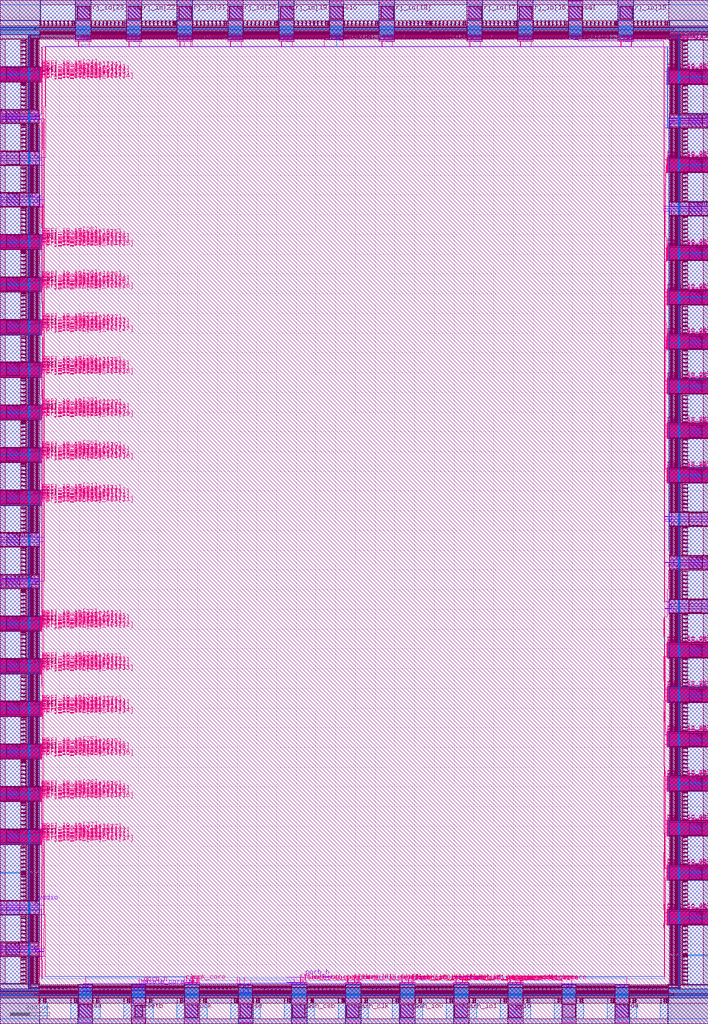
<source format=lef>
# Copyright 2020 The SkyWater PDK Authors
#
# Licensed under the Apache License, Version 2.0 (the "License");
# you may not use this file except in compliance with the License.
# You may obtain a copy of the License at
#
#     https://www.apache.org/licenses/LICENSE-2.0
#
# Unless required by applicable law or agreed to in writing, software
# distributed under the License is distributed on an "AS IS" BASIS,
# WITHOUT WARRANTIES OR CONDITIONS OF ANY KIND, either express or implied.
# See the License for the specific language governing permissions and
# limitations under the License.
#
# SPDX-License-Identifier: Apache-2.0

VERSION 5.7 ;

BUSBITCHARS "[]" ;
DIVIDERCHAR "/" ;

UNITS
  TIME NANOSECONDS 1 ;
  CAPACITANCE PICOFARADS 1 ;
  RESISTANCE OHMS 1 ;
  DATABASE MICRONS 1000 ;
END UNITS

MANUFACTURINGGRID 0.005 ;

PROPERTYDEFINITIONS
  LAYER LEF58_TYPE STRING ;
END PROPERTYDEFINITIONS

# High voltage, single height
SITE unithv
  SYMMETRY Y ;
  CLASS CORE ;
  SIZE 0.48 BY 4.07 ;
END unithv

# High voltage, double height
SITE unithvdbl
  SYMMETRY Y ;
  CLASS CORE ;
  SIZE 0.48 BY 8.14 ;
END unithvdbl

LAYER nwell
  TYPE MASTERSLICE ;
  PROPERTY LEF58_TYPE "TYPE NWELL ;" ;
END nwell

LAYER pwell
  TYPE MASTERSLICE ;
  PROPERTY LEF58_TYPE "TYPE NWELL ;" ;
END pwell

LAYER li1
  TYPE ROUTING ;
  DIRECTION VERTICAL ;

  PITCH 0.48 ;
  MINWIDTH 0.17 ;

  WIDTH 0.17 ;          # LI 1
  # SPACING  0.17 ;     # LI 2
  SPACINGTABLE
     PARALLELRUNLENGTH 0
     WIDTH 0 0.17 ;
  AREA 0.0561 ;         # LI 6
  THICKNESS 0.1 ;
  EDGECAPACITANCE 40.697E-6 ;
  CAPACITANCE CPERSQDIST 36.9866E-6 ;
  RESISTANCE RPERSQ 12.2 ;

  ANTENNADIFFSIDEAREARATIO PWL ( ( 0 75 ) ( 0.0125 75 ) ( 0.0225 85.125 ) ( 22.5 10200 ) ) ;
END li1

LAYER mcon
  TYPE CUT ;

  WIDTH 0.17 ;                # Mcon 1
  SPACING 0.19 ;              # Mcon 2
  ENCLOSURE BELOW 0 0 ;       # Mcon 4
  ENCLOSURE ABOVE 0.03 0.06 ; # Met1 4 / Met1 5

  ANTENNADIFFAREARATIO PWL ( ( 0 3 ) ( 0.0125 3 ) ( 0.0225 3.405 ) ( 22.5 408 ) ) ;
  DCCURRENTDENSITY AVERAGE 0.36 ; # mA per via Iavg_max at Tj = 90oC

END mcon

LAYER met1
  TYPE ROUTING ;
  DIRECTION HORIZONTAL ;

  PITCH 0.37 ;
  MINENCLOSEDAREA 0.14 ;
  MINWIDTH 0.14 ;

  WIDTH 0.14 ;                     # Met1 1
  # SPACING 0.14 ;                 # Met1 2
  # SPACING 0.28 RANGE 3.001 100 ; # Met1 3b
  SPACINGTABLE
     PARALLELRUNLENGTH 0
     WIDTH 0 0.14
     WIDTH 3 0.28 ;
  AREA 0.083 ;                     # Met1 6
  THICKNESS 0.35 ;

  ANTENNADIFFSIDEAREARATIO PWL ( ( 0 400 ) ( 0.0125 400 ) ( 0.0225 2609 ) ( 22.5 11600 ) ) ;

  EDGECAPACITANCE 40.567E-6 ;
  CAPACITANCE CPERSQDIST 25.7784E-6 ;
  DCCURRENTDENSITY AVERAGE 2.8 ; # mA/um Iavg_max at Tj = 90oC
  ACCURRENTDENSITY RMS 6.1 ; # mA/um Irms_max at Tj = 90oC

  RESISTANCE RPERSQ 0.125 ;
END met1

LAYER via
  TYPE CUT ;
  WIDTH 0.15 ;                  # Via 1a
  SPACING 0.17 ;                # Via 2
  ENCLOSURE BELOW 0.055 0.085 ; # Via 4a / Via 5a
  ENCLOSURE ABOVE 0.055 0.085 ; # Met2 4 / Met2 5

  ANTENNADIFFAREARATIO PWL ( ( 0 6 ) ( 0.0125 6 ) ( 0.0225 6.81 ) ( 22.5 816 ) ) ;
  DCCURRENTDENSITY AVERAGE 0.29 ; # mA per via Iavg_max at Tj = 90oC
END via

LAYER met2
  TYPE ROUTING ;
  DIRECTION VERTICAL ;

  PITCH 0.48 ;
  MINENCLOSEDAREA 0.14 ;
  MINWIDTH 0.14 ;

  WIDTH 0.14 ;                        # Met2 1
  # SPACING  0.14 ;                   # Met2 2
  # SPACING  0.28 RANGE 3.001 100 ;   # Met2 3b
  SPACINGTABLE
     PARALLELRUNLENGTH 0
     WIDTH 0 0.14
     WIDTH 3 0.28 ;
  AREA 0.0676 ;                       # Met2 6
  THICKNESS 0.35 ;

  EDGECAPACITANCE 37.759E-6 ;
  CAPACITANCE CPERSQDIST 16.9423E-6 ;
  RESISTANCE RPERSQ 0.125 ;
  DCCURRENTDENSITY AVERAGE 2.8 ; # mA/um Iavg_max at Tj = 90oC
  ACCURRENTDENSITY RMS 6.1 ; # mA/um Irms_max at Tj = 90oC
  ANTENNADIFFSIDEAREARATIO PWL ( ( 0 400 ) ( 0.0125 400 ) ( 0.0225 2609 ) ( 22.5 11600 ) ) ;
END met2

# ******** Layer via2, type routing, number 44 **************
LAYER via2
  TYPE CUT ;
  WIDTH 0.2 ;                   # Via2 1
  SPACING 0.2 ;                 # Via2 2
  ENCLOSURE BELOW 0.04 0.085 ;  # Via2 4
  ENCLOSURE ABOVE 0.065 0.065 ; # Met3 4
  ANTENNADIFFAREARATIO PWL ( ( 0 6 ) ( 0.0125 6 ) ( 0.0225 6.81 ) ( 22.5 816 ) ) ;
  DCCURRENTDENSITY AVERAGE 0.48 ; # mA per via Iavg_max at Tj = 90oC
END via2

LAYER met3
  TYPE ROUTING ;
  DIRECTION HORIZONTAL ;

  PITCH 0.74 ;
  MINWIDTH 0.3 ;

  WIDTH 0.3 ;              # Met3 1
  # SPACING 0.3 ;          # Met3 2
  SPACINGTABLE
     PARALLELRUNLENGTH 0
     WIDTH 0 0.3
     WIDTH 3 0.4 ;
  AREA 0.24 ;              # Met3 6
  THICKNESS 0.8 ;

  EDGECAPACITANCE 40.989E-6 ;
  CAPACITANCE CPERSQDIST 12.3729E-6 ;
  RESISTANCE RPERSQ 0.047 ;
  DCCURRENTDENSITY AVERAGE 6.8 ; # mA/um Iavg_max at Tj = 90oC
  ACCURRENTDENSITY RMS 14.9 ; # mA/um Irms_max at Tj = 90oC

  ANTENNADIFFSIDEAREARATIO PWL ( ( 0 400 ) ( 0.0125 400 ) ( 0.0225 2609 ) ( 22.5 11600 ) ) ;
END met3

LAYER via3
  TYPE CUT ;
  WIDTH 0.2 ;                   # Via3 1
  SPACING 0.2 ;                 # Via3 2
  ENCLOSURE BELOW 0.06 0.09 ;   # Via3 4 / Via3 5
  ENCLOSURE ABOVE 0.065 0.065 ; # Met4 3
  ANTENNADIFFAREARATIO PWL ( ( 0 6 ) ( 0.0125 6 ) ( 0.0225 6.81 ) ( 22.5 816 ) ) ;
  DCCURRENTDENSITY AVERAGE 0.48 ; # mA per via Iavg_max at Tj = 90oC
END via3

LAYER met4
  TYPE ROUTING ;
  DIRECTION VERTICAL ;

  PITCH 0.96 ;
  MINWIDTH 0.3 ;

  WIDTH 0.3 ;             # Met4 1
  # SPACING  0.3 ;             # Met4 2
  SPACINGTABLE
     PARALLELRUNLENGTH 0
     WIDTH 0 0.3
     WIDTH 3 0.4 ;
  AREA 0.24 ;              # Met4 4a

  THICKNESS 0.8 ;

  EDGECAPACITANCE 36.676E-6 ;
  CAPACITANCE CPERSQDIST 8.41537E-6 ;
  RESISTANCE RPERSQ 0.047 ;
  DCCURRENTDENSITY AVERAGE 6.8 ; # mA/um Iavg_max at Tj = 90oC
  ACCURRENTDENSITY RMS 14.9 ; # mA/um Irms_max at Tj = 90oC

  ANTENNADIFFSIDEAREARATIO PWL ( ( 0 400 ) ( 0.0125 400 ) ( 0.0225 2609 ) ( 22.5 11600 ) ) ;
END met4

LAYER via4
  TYPE CUT ;

  WIDTH 0.8 ;                 # Via4 1
  SPACING 0.8 ;               # Via4 2
  ENCLOSURE BELOW 0.19 0.19 ; # Via4 4
  ENCLOSURE ABOVE 0.31 0.31 ; # Met5 3
  ANTENNADIFFAREARATIO PWL ( ( 0 6 ) ( 0.0125 6 ) ( 0.0225 6.81 ) ( 22.5 816 ) ) ;
  DCCURRENTDENSITY AVERAGE 2.49 ; # mA per via Iavg_max at Tj = 90oC
END via4

LAYER met5
  TYPE ROUTING ;
  DIRECTION HORIZONTAL ;

  PITCH 3.33 ;
  MINWIDTH 1.6 ;

  WIDTH 1.6 ;            # Met5 1
  #SPACING  1.6 ;        # Met5 2
  SPACINGTABLE
     PARALLELRUNLENGTH 0
     WIDTH 0 1.6 ;
  AREA 4 ;               # Met5 4

  THICKNESS 1.2 ;

  EDGECAPACITANCE 38.851E-6 ;
  CAPACITANCE CPERSQDIST 6.32063E-6 ;
  RESISTANCE RPERSQ 0.0285 ;
  DCCURRENTDENSITY AVERAGE 10.17 ; # mA/um Iavg_max at Tj = 90oC
  ACCURRENTDENSITY RMS 22.34 ; # mA/um Irms_max at Tj = 90oC

  ANTENNADIFFSIDEAREARATIO PWL ( ( 0 400 ) ( 0.0125 400 ) ( 0.0225 2609 ) ( 22.5 11600 ) ) ;
END met5


### Routing via cells section   ###
# Plus via rule, metals are along the prefered direction
VIA L1M1_PR DEFAULT
  LAYER mcon ;
  RECT -0.085 -0.085 0.085 0.085 ;
  LAYER li1 ;
  RECT -0.085 -0.085 0.085 0.085 ;
  LAYER met1 ;
  RECT -0.145 -0.115 0.145 0.115 ;
END L1M1_PR

VIARULE L1M1_PR GENERATE
  LAYER li1 ;
  ENCLOSURE 0 0 ;
  LAYER met1 ;
  ENCLOSURE 0.06 0.03 ;
  LAYER mcon ;
  RECT -0.085 -0.085 0.085 0.085 ;
  SPACING 0.36 BY 0.36 ;
END L1M1_PR

# Plus via rule, metals are along the non prefered direction
VIA L1M1_PR_R DEFAULT
  LAYER mcon ;
  RECT -0.085 -0.085 0.085 0.085 ;
  LAYER li1 ;
  RECT -0.085 -0.085 0.085 0.085 ;
  LAYER met1 ;
  RECT -0.115 -0.145 0.115 0.145 ;
END L1M1_PR_R

VIARULE L1M1_PR_R GENERATE
  LAYER li1 ;
  ENCLOSURE 0 0 ;
  LAYER met1 ;
  ENCLOSURE 0.03 0.06 ;
  LAYER mcon ;
  RECT -0.085 -0.085 0.085 0.085 ;
  SPACING 0.36 BY 0.36 ;
END L1M1_PR_R

# Minus via rule, lower layer metal is along prefered direction
VIA L1M1_PR_M DEFAULT
  LAYER mcon ;
  RECT -0.085 -0.085 0.085 0.085 ;
  LAYER li1 ;
  RECT -0.085 -0.085 0.085 0.085 ;
  LAYER met1 ;
  RECT -0.115 -0.145 0.115 0.145 ;
END L1M1_PR_M

VIARULE L1M1_PR_M GENERATE
  LAYER li1 ;
  ENCLOSURE 0 0 ;
  LAYER met1 ;
  ENCLOSURE 0.03 0.06 ;
  LAYER mcon ;
  RECT -0.085 -0.085 0.085 0.085 ;
  SPACING 0.36 BY 0.36 ;
END L1M1_PR_M

# Minus via rule, upper layer metal is along prefered direction
VIA L1M1_PR_MR DEFAULT
  LAYER mcon ;
  RECT -0.085 -0.085 0.085 0.085 ;
  LAYER li1 ;
  RECT -0.085 -0.085 0.085 0.085 ;
  LAYER met1 ;
  RECT -0.145 -0.115 0.145 0.115 ;
END L1M1_PR_MR

VIARULE L1M1_PR_MR GENERATE
  LAYER li1 ;
  ENCLOSURE 0 0 ;
  LAYER met1 ;
  ENCLOSURE 0.06 0.03 ;
  LAYER mcon ;
  RECT -0.085 -0.085 0.085 0.085 ;
  SPACING 0.36 BY 0.36 ;
END L1M1_PR_MR

# Centered via rule, we really do not want to use it
VIA L1M1_PR_C DEFAULT
  LAYER mcon ;
  RECT -0.085 -0.085 0.085 0.085 ;
  LAYER li1 ;
  RECT -0.085 -0.085 0.085 0.085 ;
  LAYER met1 ;
  RECT -0.145 -0.145 0.145 0.145 ;
END L1M1_PR_C

VIARULE L1M1_PR_C GENERATE
  LAYER li1 ;
  ENCLOSURE 0 0 ;
  LAYER met1 ;
  ENCLOSURE 0.06 0.06 ;
  LAYER mcon ;
  RECT -0.085 -0.085 0.085 0.085 ;
  SPACING 0.36 BY 0.36 ;
END L1M1_PR_C

# Plus via rule, metals are along the prefered direction
VIA M1M2_PR DEFAULT
  LAYER via ;
  RECT -0.075 -0.075 0.075 0.075 ;
  LAYER met1 ;
  RECT -0.16 -0.13 0.16 0.13 ;
  LAYER met2 ;
  RECT -0.13 -0.16 0.13 0.16 ;
END M1M2_PR

VIARULE M1M2_PR GENERATE
  LAYER met1 ;
  ENCLOSURE 0.085 0.055 ;
  LAYER met2 ;
  ENCLOSURE 0.055 0.085 ;
  LAYER via ;
  RECT -0.075 -0.075 0.075 0.075 ;
  SPACING 0.32 BY 0.32 ;
END M1M2_PR

# Plus via rule, metals are along the non prefered direction
VIA M1M2_PR_R DEFAULT
  LAYER via ;
  RECT -0.075 -0.075 0.075 0.075 ;
  LAYER met1 ;
  RECT -0.13 -0.16 0.13 0.16 ;
  LAYER met2 ;
  RECT -0.16 -0.13 0.16 0.13 ;
END M1M2_PR_R

VIARULE M1M2_PR_R GENERATE
  LAYER met1 ;
  ENCLOSURE 0.055 0.085 ;
  LAYER met2 ;
  ENCLOSURE 0.085 0.055 ;
  LAYER via ;
  RECT -0.075 -0.075 0.075 0.075 ;
  SPACING 0.32 BY 0.32 ;
END M1M2_PR_R

# Minus via rule, lower layer metal is along prefered direction
VIA M1M2_PR_M DEFAULT
  LAYER via ;
  RECT -0.075 -0.075 0.075 0.075 ;
  LAYER met1 ;
  RECT -0.16 -0.13 0.16 0.13 ;
  LAYER met2 ;
  RECT -0.16 -0.13 0.16 0.13 ;
END M1M2_PR_M

VIARULE M1M2_PR_M GENERATE
  LAYER met1 ;
  ENCLOSURE 0.085 0.055 ;
  LAYER met2 ;
  ENCLOSURE 0.085 0.055 ;
  LAYER via ;
  RECT -0.075 -0.075 0.075 0.075 ;
  SPACING 0.32 BY 0.32 ;
END M1M2_PR_M

# Minus via rule, upper layer metal is along prefered direction
VIA M1M2_PR_MR DEFAULT
  LAYER via ;
  RECT -0.075 -0.075 0.075 0.075 ;
  LAYER met1 ;
  RECT -0.13 -0.16 0.13 0.16 ;
  LAYER met2 ;
  RECT -0.13 -0.16 0.13 0.16 ;
END M1M2_PR_MR

VIARULE M1M2_PR_MR GENERATE
  LAYER met1 ;
  ENCLOSURE 0.055 0.085 ;
  LAYER met2 ;
  ENCLOSURE 0.055 0.085 ;
  LAYER via ;
  RECT -0.075 -0.075 0.075 0.075 ;
  SPACING 0.32 BY 0.32 ;
END M1M2_PR_MR

# Centered via rule, we really do not want to use it
VIA M1M2_PR_C DEFAULT
  LAYER via ;
  RECT -0.075 -0.075 0.075 0.075 ;
  LAYER met1 ;
  RECT -0.16 -0.16 0.16 0.16 ;
  LAYER met2 ;
  RECT -0.16 -0.16 0.16 0.16 ;
END M1M2_PR_C

VIARULE M1M2_PR_C GENERATE
  LAYER met1 ;
  ENCLOSURE 0.085 0.085 ;
  LAYER met2 ;
  ENCLOSURE 0.085 0.085 ;
  LAYER via ;
  RECT -0.075 -0.075 0.075 0.075 ;
  SPACING 0.32 BY 0.32 ;
END M1M2_PR_C

# Plus via rule, metals are along the prefered direction
VIA M2M3_PR DEFAULT
  LAYER via2 ;
  RECT -0.1 -0.1 0.1 0.1 ;
  LAYER met2 ;
  RECT -0.14 -0.185 0.14 0.185 ;
  LAYER met3 ;
  RECT -0.165 -0.165 0.165 0.165 ;
END M2M3_PR

VIARULE M2M3_PR GENERATE
  LAYER met2 ;
  ENCLOSURE 0.04 0.085 ;
  LAYER met3 ;
  ENCLOSURE 0.065 0.065 ;
  LAYER via2 ;
  RECT -0.1 -0.1 0.1 0.1 ;
  SPACING 0.4 BY 0.4 ;
END M2M3_PR

# Plus via rule, metals are along the non prefered direction
VIA M2M3_PR_R DEFAULT
  LAYER via2 ;
  RECT -0.1 -0.1 0.1 0.1 ;
  LAYER met2 ;
  RECT -0.185 -0.14 0.185 0.14 ;
  LAYER met3 ;
  RECT -0.165 -0.165 0.165 0.165 ;
END M2M3_PR_R

VIARULE M2M3_PR_R GENERATE
  LAYER met2 ;
  ENCLOSURE 0.085 0.04 ;
  LAYER met3 ;
  ENCLOSURE 0.065 0.065 ;
  LAYER via2 ;
  RECT -0.1 -0.1 0.1 0.1 ;
  SPACING 0.4 BY 0.4 ;
END M2M3_PR_R

# Minus via rule, lower layer metal is along prefered direction
VIA M2M3_PR_M DEFAULT
  LAYER via2 ;
  RECT -0.1 -0.1 0.1 0.1 ;
  LAYER met2 ;
  RECT -0.14 -0.185 0.14 0.185 ;
  LAYER met3 ;
  RECT -0.165 -0.165 0.165 0.165 ;
END M2M3_PR_M

VIARULE M2M3_PR_M GENERATE
  LAYER met2 ;
  ENCLOSURE 0.04 0.085 ;
  LAYER met3 ;
  ENCLOSURE 0.065 0.065 ;
  LAYER via2 ;
  RECT -0.1 -0.1 0.1 0.1 ;
  SPACING 0.4 BY 0.4 ;
END M2M3_PR_M

# Minus via rule, upper layer metal is along prefered direction
VIA M2M3_PR_MR DEFAULT
  LAYER via2 ;
  RECT -0.1 -0.1 0.1 0.1 ;
  LAYER met2 ;
  RECT -0.185 -0.14 0.185 0.14 ;
  LAYER met3 ;
  RECT -0.165 -0.165 0.165 0.165 ;
END M2M3_PR_MR

VIARULE M2M3_PR_MR GENERATE
  LAYER met2 ;
  ENCLOSURE 0.085 0.04 ;
  LAYER met3 ;
  ENCLOSURE 0.065 0.065 ;
  LAYER via2 ;
  RECT -0.1 -0.1 0.1 0.1 ;
  SPACING 0.4 BY 0.4 ;
END M2M3_PR_MR

# Centered via rule, we really do not want to use it
VIA M2M3_PR_C DEFAULT
  LAYER via2 ;
  RECT -0.1 -0.1 0.1 0.1 ;
  LAYER met2 ;
  RECT -0.185 -0.185 0.185 0.185 ;
  LAYER met3 ;
  RECT -0.165 -0.165 0.165 0.165 ;
END M2M3_PR_C

VIARULE M2M3_PR_C GENERATE
  LAYER met2 ;
  ENCLOSURE 0.085 0.085 ;
  LAYER met3 ;
  ENCLOSURE 0.065 0.065 ;
  LAYER via2 ;
  RECT -0.1 -0.1 0.1 0.1 ;
  SPACING 0.4 BY 0.4 ;
END M2M3_PR_C

# Plus via rule, metals are along the prefered direction
VIA M3M4_PR DEFAULT
  LAYER via3 ;
  RECT -0.1 -0.1 0.1 0.1 ;
  LAYER met3 ;
  RECT -0.19 -0.16 0.19 0.16 ;
  LAYER met4 ;
  RECT -0.165 -0.165 0.165 0.165 ;
END M3M4_PR

VIARULE M3M4_PR GENERATE
  LAYER met3 ;
  ENCLOSURE 0.09 0.06 ;
  LAYER met4 ;
  ENCLOSURE 0.065 0.065 ;
  LAYER via3 ;
  RECT -0.1 -0.1 0.1 0.1 ;
  SPACING 0.4 BY 0.4 ;
END M3M4_PR

# Plus via rule, metals are along the non prefered direction
VIA M3M4_PR_R DEFAULT
  LAYER via3 ;
  RECT -0.1 -0.1 0.1 0.1 ;
  LAYER met3 ;
  RECT -0.16 -0.19 0.16 0.19 ;
  LAYER met4 ;
  RECT -0.165 -0.165 0.165 0.165 ;
END M3M4_PR_R

VIARULE M3M4_PR_R GENERATE
  LAYER met3 ;
  ENCLOSURE 0.06 0.09 ;
  LAYER met4 ;
  ENCLOSURE 0.065 0.065 ;
  LAYER via3 ;
  RECT -0.1 -0.1 0.1 0.1 ;
  SPACING 0.4 BY 0.4 ;
END M3M4_PR_R

# Minus via rule, lower layer metal is along prefered direction
VIA M3M4_PR_M DEFAULT
  LAYER via3 ;
  RECT -0.1 -0.1 0.1 0.1 ;
  LAYER met3 ;
  RECT -0.19 -0.16 0.19 0.16 ;
  LAYER met4 ;
  RECT -0.165 -0.165 0.165 0.165 ;
END M3M4_PR_M

VIARULE M3M4_PR_M GENERATE
  LAYER met3 ;
  ENCLOSURE 0.09 0.06 ;
  LAYER met4 ;
  ENCLOSURE 0.065 0.065 ;
  LAYER via3 ;
  RECT -0.1 -0.1 0.1 0.1 ;
  SPACING 0.4 BY 0.4 ;
END M3M4_PR_M

# Minus via rule, upper layer metal is along prefered direction
VIA M3M4_PR_MR DEFAULT
  LAYER via3 ;
  RECT -0.1 -0.1 0.1 0.1 ;
  LAYER met3 ;
  RECT -0.16 -0.19 0.16 0.19 ;
  LAYER met4 ;
  RECT -0.165 -0.165 0.165 0.165 ;
END M3M4_PR_MR

VIARULE M3M4_PR_MR GENERATE
  LAYER met3 ;
  ENCLOSURE 0.06 0.09 ;
  LAYER met4 ;
  ENCLOSURE 0.065 0.065 ;
  LAYER via3 ;
  RECT -0.1 -0.1 0.1 0.1 ;
  SPACING 0.4 BY 0.4 ;
END M3M4_PR_MR

# Centered via rule, we really do not want to use it
VIA M3M4_PR_C DEFAULT
  LAYER via3 ;
  RECT -0.1 -0.1 0.1 0.1 ;
  LAYER met3 ;
  RECT -0.19 -0.19 0.19 0.19 ;
  LAYER met4 ;
  RECT -0.165 -0.165 0.165 0.165 ;
END M3M4_PR_C

VIARULE M3M4_PR_C GENERATE
  LAYER met3 ;
  ENCLOSURE 0.09 0.09 ;
  LAYER met4 ;
  ENCLOSURE 0.065 0.065 ;
  LAYER via3 ;
  RECT -0.1 -0.1 0.1 0.1 ;
  SPACING 0.4 BY 0.4 ;
END M3M4_PR_C

# Plus via rule, metals are along the prefered direction
VIA M4M5_PR DEFAULT
  LAYER via4 ;
  RECT -0.4 -0.4 0.4 0.4 ;
  LAYER met4 ;
  RECT -0.59 -0.59 0.59 0.59 ;
  LAYER met5 ;
  RECT -0.71 -0.71 0.71 0.71 ;
END M4M5_PR

VIARULE M4M5_PR GENERATE
  LAYER met4 ;
  ENCLOSURE 0.19 0.19 ;
  LAYER met5 ;
  ENCLOSURE 0.31 0.31 ;
  LAYER via4 ;
  RECT -0.4 -0.4 0.4 0.4 ;
  SPACING 1.6 BY 1.6 ;
END M4M5_PR

# Plus via rule, metals are along the non prefered direction
VIA M4M5_PR_R DEFAULT
  LAYER via4 ;
  RECT -0.4 -0.4 0.4 0.4 ;
  LAYER met4 ;
  RECT -0.59 -0.59 0.59 0.59 ;
  LAYER met5 ;
  RECT -0.71 -0.71 0.71 0.71 ;
END M4M5_PR_R

VIARULE M4M5_PR_R GENERATE
  LAYER met4 ;
  ENCLOSURE 0.19 0.19 ;
  LAYER met5 ;
  ENCLOSURE 0.31 0.31 ;
  LAYER via4 ;
  RECT -0.4 -0.4 0.4 0.4 ;
  SPACING 1.6 BY 1.6 ;
END M4M5_PR_R

# Minus via rule, lower layer metal is along prefered direction
VIA M4M5_PR_M DEFAULT
  LAYER via4 ;
  RECT -0.4 -0.4 0.4 0.4 ;
  LAYER met4 ;
  RECT -0.59 -0.59 0.59 0.59 ;
  LAYER met5 ;
  RECT -0.71 -0.71 0.71 0.71 ;
END M4M5_PR_M

VIARULE M4M5_PR_M GENERATE
  LAYER met4 ;
  ENCLOSURE 0.19 0.19 ;
  LAYER met5 ;
  ENCLOSURE 0.31 0.31 ;
  LAYER via4 ;
  RECT -0.4 -0.4 0.4 0.4 ;
  SPACING 1.6 BY 1.6 ;
END M4M5_PR_M

# Minus via rule, upper layer metal is along prefered direction
VIA M4M5_PR_MR DEFAULT
  LAYER via4 ;
  RECT -0.4 -0.4 0.4 0.4 ;
  LAYER met4 ;
  RECT -0.59 -0.59 0.59 0.59 ;
  LAYER met5 ;
  RECT -0.71 -0.71 0.71 0.71 ;
END M4M5_PR_MR

VIARULE M4M5_PR_MR GENERATE
  LAYER met4 ;
  ENCLOSURE 0.19 0.19 ;
  LAYER met5 ;
  ENCLOSURE 0.31 0.31 ;
  LAYER via4 ;
  RECT -0.4 -0.4 0.4 0.4 ;
  SPACING 1.6 BY 1.6 ;
END M4M5_PR_MR

# Centered via rule, we really do not want to use it
VIA M4M5_PR_C DEFAULT
  LAYER via4 ;
  RECT -0.4 -0.4 0.4 0.4 ;
  LAYER met4 ;
  RECT -0.59 -0.59 0.59 0.59 ;
  LAYER met5 ;
  RECT -0.71 -0.71 0.71 0.71 ;
END M4M5_PR_C

VIARULE M4M5_PR_C GENERATE
  LAYER met4 ;
  ENCLOSURE 0.19 0.19 ;
  LAYER met5 ;
  ENCLOSURE 0.31 0.31 ;
  LAYER via4 ;
  RECT -0.4 -0.4 0.4 0.4 ;
  SPACING 1.6 BY 1.6 ;
END M4M5_PR_C
###  end of single via cells   ###


MACRO sky130_fd_sc_hvl__dfsbp_1
  CLASS CORE ;
  FOREIGN sky130_fd_sc_hvl__dfsbp_1 ;
  ORIGIN  0.000000  0.000000 ;
  SIZE  17.76000 BY  4.070000 ;
  SYMMETRY X Y ;
  SITE unithv ;
  PIN D
    ANTENNAGATEAREA  0.420000 ;
    DIRECTION INPUT ;
    USE SIGNAL ;
    PORT
      LAYER li1 ;
        RECT 2.525000 1.515000 2.875000 2.145000 ;
    END
  END D
  PIN Q
    ANTENNADIFFAREA  0.498750 ;
    DIRECTION OUTPUT ;
    USE SIGNAL ;
    PORT
      LAYER li1 ;
        RECT 17.300000 0.495000 17.635000 1.325000 ;
        RECT 17.300000 2.355000 17.635000 3.435000 ;
        RECT 17.405000 1.325000 17.635000 2.355000 ;
    END
  END Q
  PIN Q_N
    ANTENNADIFFAREA  0.641250 ;
    DIRECTION OUTPUT ;
    USE SIGNAL ;
    PORT
      LAYER li1 ;
        RECT 15.015000 0.495000 15.375000 3.755000 ;
    END
  END Q_N
  PIN SET_B
    ANTENNAGATEAREA  0.840000 ;
    DIRECTION INPUT ;
    USE SIGNAL ;
    PORT
      LAYER li1 ;
        RECT  6.985000 1.155000 10.330000 1.325000 ;
        RECT 10.160000 1.325000 10.330000 1.605000 ;
        RECT 10.160000 1.605000 10.885000 1.775000 ;
        RECT 10.715000 1.775000 10.885000 1.975000 ;
        RECT 10.715000 1.975000 12.830000 2.145000 ;
        RECT 12.150000 1.555000 12.830000 1.975000 ;
    END
  END SET_B
  PIN CLK
    ANTENNAGATEAREA  0.585000 ;
    DIRECTION INPUT ;
    USE CLOCK ;
    PORT
      LAYER li1 ;
        RECT 0.560000 1.550000 0.890000 2.520000 ;
    END
  END CLK
  PIN VGND
    DIRECTION INOUT ;
    USE GROUND ;
    PORT
      LAYER met1 ;
        RECT 0.000000 0.255000 17.760000 0.625000 ;
    END
  END VGND
  PIN VNB
    DIRECTION INOUT ;
    USE GROUND ;
    PORT
      LAYER met1 ;
        RECT 0.000000 -0.115000 17.760000 0.115000 ;
    END
  END VNB
  PIN VPB
    DIRECTION INOUT ;
    USE POWER ;
    PORT
      LAYER met1 ;
        RECT 0.000000 3.955000 17.760000 4.185000 ;
    END
  END VPB
  PIN VPWR
    DIRECTION INOUT ;
    USE POWER ;
    PORT
      LAYER met1 ;
        RECT 0.000000 3.445000 17.760000 3.815000 ;
    END
  END VPWR
  OBS
    LAYER li1 ;
      RECT  0.000000 -0.085000 17.760000 0.085000 ;
      RECT  0.000000  3.985000 17.760000 4.155000 ;
      RECT  0.110000  0.540000  0.360000 1.200000 ;
      RECT  0.110000  1.200000  1.590000 1.370000 ;
      RECT  0.110000  1.370000  0.380000 3.450000 ;
      RECT  0.540000  0.365000  1.490000 1.020000 ;
      RECT  0.650000  2.700000  1.240000 3.705000 ;
      RECT  1.260000  1.370000  1.590000 1.870000 ;
      RECT  1.420000  1.870000  1.590000 3.630000 ;
      RECT  1.420000  3.630000  2.290000 3.800000 ;
      RECT  1.670000  0.540000  2.000000 1.000000 ;
      RECT  1.770000  1.000000  2.000000 1.165000 ;
      RECT  1.770000  1.165000  2.820000 1.335000 ;
      RECT  1.770000  1.335000  1.940000 3.450000 ;
      RECT  2.120000  2.325000  3.025000 2.495000 ;
      RECT  2.120000  2.495000  2.290000 3.630000 ;
      RECT  2.220000  0.365000  2.470000 0.985000 ;
      RECT  2.470000  2.675000  2.675000 3.705000 ;
      RECT  2.650000  0.265000  4.460000 0.435000 ;
      RECT  2.650000  0.435000  2.820000 1.165000 ;
      RECT  2.855000  2.495000  3.025000 3.355000 ;
      RECT  2.855000  3.355000  5.500000 3.525000 ;
      RECT  3.000000  0.615000  3.375000 1.005000 ;
      RECT  3.205000  1.005000  3.375000 2.675000 ;
      RECT  3.205000  2.675000  3.545000 3.175000 ;
      RECT  3.555000  1.105000  3.725000 2.225000 ;
      RECT  3.555000  2.225000  4.800000 2.395000 ;
      RECT  3.725000  2.395000  3.895000 3.355000 ;
      RECT  3.780000  0.615000  4.110000 0.925000 ;
      RECT  3.905000  0.925000  4.075000 1.855000 ;
      RECT  3.905000  1.855000  8.060000 2.025000 ;
      RECT  4.075000  2.675000  4.405000 3.005000 ;
      RECT  4.075000  3.005000  5.150000 3.175000 ;
      RECT  4.255000  1.105000  4.585000 1.505000 ;
      RECT  4.255000  1.505000  9.470000 1.675000 ;
      RECT  4.290000  0.435000  4.460000 1.105000 ;
      RECT  4.585000  2.395000  4.800000 2.555000 ;
      RECT  4.650000  0.365000  5.600000 0.905000 ;
      RECT  4.945000  1.085000  6.150000 1.325000 ;
      RECT  4.980000  2.025000  5.150000 3.005000 ;
      RECT  5.330000  2.205000  7.025000 2.375000 ;
      RECT  5.330000  2.555000  6.595000 2.725000 ;
      RECT  5.330000  2.725000  5.500000 3.355000 ;
      RECT  5.680000  2.905000  6.245000 3.705000 ;
      RECT  5.820000  0.515000  6.150000 1.085000 ;
      RECT  6.425000  2.725000  6.595000 3.355000 ;
      RECT  6.425000  3.355000  7.675000 3.525000 ;
      RECT  6.775000  2.375000  7.025000 3.175000 ;
      RECT  6.785000  0.365000  7.735000 0.975000 ;
      RECT  7.505000  2.545000  9.120000 2.715000 ;
      RECT  7.505000  2.715000  7.675000 3.355000 ;
      RECT  7.730000  2.025000  8.060000 2.365000 ;
      RECT  7.855000  2.895000  8.805000 3.705000 ;
      RECT  8.185000  0.375000 11.110000 0.545000 ;
      RECT  8.185000  0.545000  8.515000 0.975000 ;
      RECT  8.755000  0.725000 10.680000 0.975000 ;
      RECT  8.870000  1.885000  9.120000 2.545000 ;
      RECT  9.300000  1.675000  9.470000 2.305000 ;
      RECT  9.300000  2.305000 10.185000 2.475000 ;
      RECT  9.345000  2.675000  9.675000 3.585000 ;
      RECT  9.345000  3.585000 10.535000 3.755000 ;
      RECT  9.650000  1.505000  9.980000 1.955000 ;
      RECT  9.650000  1.955000 10.535000 2.125000 ;
      RECT  9.855000  2.475000 10.185000 2.555000 ;
      RECT 10.365000  2.125000 10.535000 2.325000 ;
      RECT 10.365000  2.325000 13.180000 2.495000 ;
      RECT 10.365000  2.495000 10.535000 3.585000 ;
      RECT 10.510000  0.975000 10.680000 1.255000 ;
      RECT 10.510000  1.255000 11.460000 1.425000 ;
      RECT 10.715000  2.675000 11.665000 3.705000 ;
      RECT 10.860000  0.545000 11.110000 1.075000 ;
      RECT 11.290000  0.515000 11.660000 0.975000 ;
      RECT 11.290000  0.975000 11.460000 1.255000 ;
      RECT 11.640000  1.155000 11.970000 1.205000 ;
      RECT 11.640000  1.205000 14.395000 1.375000 ;
      RECT 11.640000  1.375000 11.970000 1.795000 ;
      RECT 12.035000  2.495000 13.180000 3.175000 ;
      RECT 12.200000  0.365000 13.150000 0.975000 ;
      RECT 13.010000  1.555000 14.045000 1.725000 ;
      RECT 13.010000  1.725000 13.180000 2.325000 ;
      RECT 13.360000  1.905000 14.395000 2.075000 ;
      RECT 13.360000  2.075000 13.690000 2.675000 ;
      RECT 13.390000  0.825000 13.720000 1.205000 ;
      RECT 13.870000  2.255000 14.820000 3.755000 ;
      RECT 13.900000  0.365000 14.835000 1.025000 ;
      RECT 14.225000  1.375000 14.395000 1.905000 ;
      RECT 15.625000  0.825000 15.975000 1.505000 ;
      RECT 15.625000  1.505000 17.175000 1.675000 ;
      RECT 15.625000  1.675000 15.955000 3.185000 ;
      RECT 16.135000  2.355000 17.085000 3.705000 ;
      RECT 16.155000  0.365000 17.105000 1.305000 ;
      RECT 16.845000  1.675000 17.175000 2.175000 ;
    LAYER mcon ;
      RECT  0.155000 -0.085000  0.325000 0.085000 ;
      RECT  0.155000  3.985000  0.325000 4.155000 ;
      RECT  0.570000  0.395000  0.740000 0.565000 ;
      RECT  0.635000 -0.085000  0.805000 0.085000 ;
      RECT  0.635000  3.985000  0.805000 4.155000 ;
      RECT  0.680000  3.505000  0.850000 3.675000 ;
      RECT  0.930000  0.395000  1.100000 0.565000 ;
      RECT  1.040000  3.505000  1.210000 3.675000 ;
      RECT  1.115000 -0.085000  1.285000 0.085000 ;
      RECT  1.115000  3.985000  1.285000 4.155000 ;
      RECT  1.290000  0.395000  1.460000 0.565000 ;
      RECT  1.595000 -0.085000  1.765000 0.085000 ;
      RECT  1.595000  3.985000  1.765000 4.155000 ;
      RECT  2.075000 -0.085000  2.245000 0.085000 ;
      RECT  2.075000  3.985000  2.245000 4.155000 ;
      RECT  2.250000  0.395000  2.420000 0.565000 ;
      RECT  2.490000  3.505000  2.660000 3.675000 ;
      RECT  2.555000 -0.085000  2.725000 0.085000 ;
      RECT  2.555000  3.985000  2.725000 4.155000 ;
      RECT  3.035000 -0.085000  3.205000 0.085000 ;
      RECT  3.035000  3.985000  3.205000 4.155000 ;
      RECT  3.515000 -0.085000  3.685000 0.085000 ;
      RECT  3.515000  3.985000  3.685000 4.155000 ;
      RECT  3.995000 -0.085000  4.165000 0.085000 ;
      RECT  3.995000  3.985000  4.165000 4.155000 ;
      RECT  4.475000 -0.085000  4.645000 0.085000 ;
      RECT  4.475000  3.985000  4.645000 4.155000 ;
      RECT  4.680000  0.395000  4.850000 0.565000 ;
      RECT  4.955000 -0.085000  5.125000 0.085000 ;
      RECT  4.955000  3.985000  5.125000 4.155000 ;
      RECT  5.040000  0.395000  5.210000 0.565000 ;
      RECT  5.400000  0.395000  5.570000 0.565000 ;
      RECT  5.435000 -0.085000  5.605000 0.085000 ;
      RECT  5.435000  3.985000  5.605000 4.155000 ;
      RECT  5.695000  3.505000  5.865000 3.675000 ;
      RECT  5.915000 -0.085000  6.085000 0.085000 ;
      RECT  5.915000  3.985000  6.085000 4.155000 ;
      RECT  6.055000  3.505000  6.225000 3.675000 ;
      RECT  6.395000 -0.085000  6.565000 0.085000 ;
      RECT  6.395000  3.985000  6.565000 4.155000 ;
      RECT  6.815000  0.395000  6.985000 0.565000 ;
      RECT  6.875000 -0.085000  7.045000 0.085000 ;
      RECT  6.875000  3.985000  7.045000 4.155000 ;
      RECT  7.175000  0.395000  7.345000 0.565000 ;
      RECT  7.355000 -0.085000  7.525000 0.085000 ;
      RECT  7.355000  3.985000  7.525000 4.155000 ;
      RECT  7.535000  0.395000  7.705000 0.565000 ;
      RECT  7.835000 -0.085000  8.005000 0.085000 ;
      RECT  7.835000  3.985000  8.005000 4.155000 ;
      RECT  7.885000  3.505000  8.055000 3.675000 ;
      RECT  8.245000  3.505000  8.415000 3.675000 ;
      RECT  8.315000 -0.085000  8.485000 0.085000 ;
      RECT  8.315000  3.985000  8.485000 4.155000 ;
      RECT  8.605000  3.505000  8.775000 3.675000 ;
      RECT  8.795000 -0.085000  8.965000 0.085000 ;
      RECT  8.795000  3.985000  8.965000 4.155000 ;
      RECT  9.275000 -0.085000  9.445000 0.085000 ;
      RECT  9.275000  3.985000  9.445000 4.155000 ;
      RECT  9.755000 -0.085000  9.925000 0.085000 ;
      RECT  9.755000  3.985000  9.925000 4.155000 ;
      RECT 10.235000 -0.085000 10.405000 0.085000 ;
      RECT 10.235000  3.985000 10.405000 4.155000 ;
      RECT 10.715000 -0.085000 10.885000 0.085000 ;
      RECT 10.715000  3.985000 10.885000 4.155000 ;
      RECT 10.745000  3.505000 10.915000 3.675000 ;
      RECT 11.105000  3.505000 11.275000 3.675000 ;
      RECT 11.195000 -0.085000 11.365000 0.085000 ;
      RECT 11.195000  3.985000 11.365000 4.155000 ;
      RECT 11.465000  3.505000 11.635000 3.675000 ;
      RECT 11.675000 -0.085000 11.845000 0.085000 ;
      RECT 11.675000  3.985000 11.845000 4.155000 ;
      RECT 12.155000 -0.085000 12.325000 0.085000 ;
      RECT 12.155000  3.985000 12.325000 4.155000 ;
      RECT 12.230000  0.395000 12.400000 0.565000 ;
      RECT 12.590000  0.395000 12.760000 0.565000 ;
      RECT 12.635000 -0.085000 12.805000 0.085000 ;
      RECT 12.635000  3.985000 12.805000 4.155000 ;
      RECT 12.950000  0.395000 13.120000 0.565000 ;
      RECT 13.115000 -0.085000 13.285000 0.085000 ;
      RECT 13.115000  3.985000 13.285000 4.155000 ;
      RECT 13.595000 -0.085000 13.765000 0.085000 ;
      RECT 13.595000  3.985000 13.765000 4.155000 ;
      RECT 13.900000  3.505000 14.070000 3.675000 ;
      RECT 13.920000  0.395000 14.090000 0.565000 ;
      RECT 14.075000 -0.085000 14.245000 0.085000 ;
      RECT 14.075000  3.985000 14.245000 4.155000 ;
      RECT 14.260000  3.505000 14.430000 3.675000 ;
      RECT 14.280000  0.395000 14.450000 0.565000 ;
      RECT 14.555000 -0.085000 14.725000 0.085000 ;
      RECT 14.555000  3.985000 14.725000 4.155000 ;
      RECT 14.620000  3.505000 14.790000 3.675000 ;
      RECT 14.640000  0.395000 14.810000 0.565000 ;
      RECT 15.035000 -0.085000 15.205000 0.085000 ;
      RECT 15.035000  3.985000 15.205000 4.155000 ;
      RECT 15.515000 -0.085000 15.685000 0.085000 ;
      RECT 15.515000  3.985000 15.685000 4.155000 ;
      RECT 15.995000 -0.085000 16.165000 0.085000 ;
      RECT 15.995000  3.985000 16.165000 4.155000 ;
      RECT 16.165000  3.505000 16.335000 3.675000 ;
      RECT 16.185000  0.395000 16.355000 0.565000 ;
      RECT 16.475000 -0.085000 16.645000 0.085000 ;
      RECT 16.475000  3.985000 16.645000 4.155000 ;
      RECT 16.525000  3.505000 16.695000 3.675000 ;
      RECT 16.545000  0.395000 16.715000 0.565000 ;
      RECT 16.885000  3.505000 17.055000 3.675000 ;
      RECT 16.905000  0.395000 17.075000 0.565000 ;
      RECT 16.955000 -0.085000 17.125000 0.085000 ;
      RECT 16.955000  3.985000 17.125000 4.155000 ;
      RECT 17.435000 -0.085000 17.605000 0.085000 ;
      RECT 17.435000  3.985000 17.605000 4.155000 ;
  END
END sky130_fd_sc_hvl__dfsbp_1
MACRO sky130_fd_sc_hvl__dfrtp_1
  CLASS CORE ;
  FOREIGN sky130_fd_sc_hvl__dfrtp_1 ;
  ORIGIN  0.000000  0.000000 ;
  SIZE  15.36000 BY  4.070000 ;
  SYMMETRY X Y ;
  SITE unithv ;
  PIN D
    ANTENNAGATEAREA  0.420000 ;
    DIRECTION INPUT ;
    USE SIGNAL ;
    PORT
      LAYER li1 ;
        RECT 3.415000 0.810000 3.745000 2.105000 ;
    END
  END D
  PIN Q
    ANTENNADIFFAREA  0.611250 ;
    DIRECTION OUTPUT ;
    USE SIGNAL ;
    PORT
      LAYER li1 ;
        RECT 14.900000 0.665000 15.235000 3.735000 ;
    END
  END Q
  PIN RESET_B
    ANTENNAGATEAREA  1.260000 ;
    DIRECTION INPUT ;
    USE SIGNAL ;
    PORT
      LAYER li1 ;
        RECT  2.695000 1.620000  3.235000 2.490000 ;
        RECT  3.065000 0.460000  6.010000 0.630000 ;
        RECT  3.065000 0.630000  3.235000 1.620000 ;
        RECT  5.840000 0.630000  6.010000 1.125000 ;
        RECT  5.840000 1.125000  8.460000 1.295000 ;
        RECT  6.605000 1.825000  8.460000 1.995000 ;
        RECT  8.290000 0.265000 10.950000 0.435000 ;
        RECT  8.290000 0.435000  8.460000 1.125000 ;
        RECT  8.290000 1.295000  8.460000 1.825000 ;
        RECT 10.780000 0.435000 10.950000 1.095000 ;
        RECT 10.780000 1.095000 11.785000 1.265000 ;
        RECT 11.455000 1.265000 11.785000 1.655000 ;
    END
  END RESET_B
  PIN CLK
    ANTENNAGATEAREA  0.585000 ;
    DIRECTION INPUT ;
    USE CLOCK ;
    PORT
      LAYER li1 ;
        RECT 0.560000 1.175000 0.890000 2.150000 ;
    END
  END CLK
  PIN VGND
    DIRECTION INOUT ;
    USE GROUND ;
    PORT
      LAYER met1 ;
        RECT 0.000000 0.255000 15.360000 0.625000 ;
    END
  END VGND
  PIN VNB
    DIRECTION INOUT ;
    USE GROUND ;
    PORT
      LAYER met1 ;
        RECT 0.000000 -0.115000 15.360000 0.115000 ;
    END
  END VNB
  PIN VPB
    DIRECTION INOUT ;
    USE POWER ;
    PORT
      LAYER met1 ;
        RECT 0.000000 3.955000 15.360000 4.185000 ;
    END
  END VPB
  PIN VPWR
    DIRECTION INOUT ;
    USE POWER ;
    PORT
      LAYER met1 ;
        RECT 0.000000 3.445000 15.360000 3.815000 ;
    END
  END VPWR
  OBS
    LAYER li1 ;
      RECT  0.000000 -0.085000 15.360000 0.085000 ;
      RECT  0.000000  3.985000 15.360000 4.155000 ;
      RECT  0.110000  0.495000  0.380000 2.355000 ;
      RECT  0.110000  2.355000  1.570000 2.525000 ;
      RECT  0.110000  2.525000  0.440000 3.455000 ;
      RECT  0.560000  0.365000  1.510000 0.995000 ;
      RECT  0.630000  2.725000  1.220000 3.705000 ;
      RECT  1.240000  1.855000  1.570000 2.355000 ;
      RECT  1.400000  2.525000  1.570000 3.635000 ;
      RECT  1.400000  3.635000  2.840000 3.805000 ;
      RECT  1.690000  0.495000  2.020000 0.995000 ;
      RECT  1.750000  0.995000  2.020000 1.920000 ;
      RECT  1.750000  1.920000  2.275000 2.150000 ;
      RECT  1.750000  2.150000  2.000000 3.455000 ;
      RECT  2.200000  0.365000  2.790000 1.245000 ;
      RECT  2.240000  2.670000  4.050000 2.840000 ;
      RECT  2.240000  2.840000  2.490000 3.455000 ;
      RECT  2.670000  3.020000  3.700000 3.190000 ;
      RECT  2.670000  3.190000  2.840000 3.635000 ;
      RECT  3.020000  3.370000  3.350000 3.705000 ;
      RECT  3.530000  3.190000  3.700000 3.635000 ;
      RECT  3.530000  3.635000  5.270000 3.805000 ;
      RECT  3.880000  2.320000  4.100000 2.490000 ;
      RECT  3.880000  2.490000  4.050000 2.670000 ;
      RECT  3.880000  2.840000  4.050000 3.455000 ;
      RECT  3.930000  0.825000  4.200000 1.325000 ;
      RECT  3.930000  1.325000  4.100000 2.320000 ;
      RECT  4.230000  2.670000  4.450000 3.000000 ;
      RECT  4.280000  1.920000  5.305000 2.150000 ;
      RECT  4.280000  2.150000  4.450000 2.670000 ;
      RECT  4.580000  3.200000  4.910000 3.455000 ;
      RECT  4.630000  2.330000  5.660000 2.500000 ;
      RECT  4.630000  2.500000  4.800000 3.200000 ;
      RECT  4.650000  0.825000  4.980000 1.075000 ;
      RECT  4.650000  1.075000  5.660000 1.245000 ;
      RECT  4.975000  1.425000  5.305000 1.920000 ;
      RECT  4.980000  2.680000  5.310000 2.875000 ;
      RECT  4.980000  2.875000  6.750000 3.000000 ;
      RECT  5.100000  3.000000  6.750000 3.045000 ;
      RECT  5.100000  3.045000  5.270000 3.635000 ;
      RECT  5.450000  3.225000  6.400000 3.705000 ;
      RECT  5.490000  1.245000  5.660000 1.475000 ;
      RECT  5.490000  1.475000  8.110000 1.645000 ;
      RECT  5.490000  1.645000  5.660000 2.330000 ;
      RECT  5.490000  2.500000  5.660000 2.525000 ;
      RECT  5.490000  2.525000  7.260000 2.695000 ;
      RECT  5.840000  1.825000  6.170000 2.175000 ;
      RECT  5.840000  2.175000  8.900000 2.345000 ;
      RECT  6.580000  3.045000  6.750000 3.635000 ;
      RECT  6.580000  3.635000  7.610000 3.805000 ;
      RECT  6.930000  2.695000  7.260000 3.455000 ;
      RECT  7.160000  0.365000  8.110000 0.945000 ;
      RECT  7.440000  3.105000  9.250000 3.275000 ;
      RECT  7.440000  3.275000  7.610000 3.635000 ;
      RECT  7.790000  3.455000  8.740000 3.755000 ;
      RECT  8.570000  2.345000  8.900000 2.925000 ;
      RECT  8.640000  0.615000  8.970000 1.325000 ;
      RECT  8.640000  1.325000  8.900000 2.175000 ;
      RECT  9.080000  1.585000 10.250000 1.755000 ;
      RECT  9.080000  1.755000  9.250000 3.105000 ;
      RECT  9.430000  0.615000 10.600000 0.785000 ;
      RECT  9.430000  0.785000  9.760000 1.325000 ;
      RECT  9.430000  2.675000 10.305000 2.845000 ;
      RECT  9.430000  2.845000  9.680000 3.755000 ;
      RECT  9.625000  1.935000  9.955000 2.435000 ;
      RECT  9.965000  1.085000 10.250000 1.585000 ;
      RECT 10.135000  2.185000 12.495000 2.355000 ;
      RECT 10.135000  2.355000 10.305000 2.675000 ;
      RECT 10.430000  0.785000 10.600000 2.185000 ;
      RECT 10.485000  2.675000 11.435000 3.705000 ;
      RECT 10.805000  1.445000 11.135000 1.835000 ;
      RECT 10.805000  1.835000 12.845000 2.005000 ;
      RECT 11.130000  0.365000 12.080000 0.915000 ;
      RECT 11.840000  2.535000 12.845000 2.705000 ;
      RECT 11.840000  2.705000 12.090000 3.175000 ;
      RECT 12.270000  2.885000 13.165000 3.705000 ;
      RECT 12.620000  0.495000 12.950000 0.995000 ;
      RECT 12.620000  0.995000 12.845000 1.835000 ;
      RECT 12.675000  2.005000 12.845000 2.535000 ;
      RECT 13.225000  0.995000 13.555000 1.495000 ;
      RECT 13.345000  1.495000 13.555000 1.675000 ;
      RECT 13.345000  1.675000 14.720000 2.005000 ;
      RECT 13.345000  2.005000 13.595000 3.005000 ;
      RECT 13.735000  0.365000 14.685000 1.495000 ;
      RECT 13.775000  2.195000 14.720000 3.735000 ;
    LAYER mcon ;
      RECT  0.155000 -0.085000  0.325000 0.085000 ;
      RECT  0.155000  3.985000  0.325000 4.155000 ;
      RECT  0.590000  0.395000  0.760000 0.565000 ;
      RECT  0.635000 -0.085000  0.805000 0.085000 ;
      RECT  0.635000  3.985000  0.805000 4.155000 ;
      RECT  0.660000  3.505000  0.830000 3.675000 ;
      RECT  0.950000  0.395000  1.120000 0.565000 ;
      RECT  1.020000  3.505000  1.190000 3.675000 ;
      RECT  1.115000 -0.085000  1.285000 0.085000 ;
      RECT  1.115000  3.985000  1.285000 4.155000 ;
      RECT  1.310000  0.395000  1.480000 0.565000 ;
      RECT  1.595000 -0.085000  1.765000 0.085000 ;
      RECT  1.595000  3.985000  1.765000 4.155000 ;
      RECT  2.075000 -0.085000  2.245000 0.085000 ;
      RECT  2.075000  1.950000  2.245000 2.120000 ;
      RECT  2.075000  3.985000  2.245000 4.155000 ;
      RECT  2.230000  0.395000  2.400000 0.565000 ;
      RECT  2.555000 -0.085000  2.725000 0.085000 ;
      RECT  2.555000  3.985000  2.725000 4.155000 ;
      RECT  2.590000  0.395000  2.760000 0.565000 ;
      RECT  3.035000 -0.085000  3.205000 0.085000 ;
      RECT  3.035000  3.985000  3.205000 4.155000 ;
      RECT  3.050000  3.505000  3.220000 3.675000 ;
      RECT  3.515000 -0.085000  3.685000 0.085000 ;
      RECT  3.515000  3.985000  3.685000 4.155000 ;
      RECT  3.995000 -0.085000  4.165000 0.085000 ;
      RECT  3.995000  3.985000  4.165000 4.155000 ;
      RECT  4.475000 -0.085000  4.645000 0.085000 ;
      RECT  4.475000  1.950000  4.645000 2.120000 ;
      RECT  4.475000  3.985000  4.645000 4.155000 ;
      RECT  4.955000 -0.085000  5.125000 0.085000 ;
      RECT  4.955000  3.985000  5.125000 4.155000 ;
      RECT  5.435000 -0.085000  5.605000 0.085000 ;
      RECT  5.435000  3.985000  5.605000 4.155000 ;
      RECT  5.480000  3.505000  5.650000 3.675000 ;
      RECT  5.840000  3.505000  6.010000 3.675000 ;
      RECT  5.915000 -0.085000  6.085000 0.085000 ;
      RECT  5.915000  3.985000  6.085000 4.155000 ;
      RECT  6.200000  3.505000  6.370000 3.675000 ;
      RECT  6.395000 -0.085000  6.565000 0.085000 ;
      RECT  6.395000  3.985000  6.565000 4.155000 ;
      RECT  6.875000 -0.085000  7.045000 0.085000 ;
      RECT  6.875000  3.985000  7.045000 4.155000 ;
      RECT  7.190000  0.395000  7.360000 0.565000 ;
      RECT  7.355000 -0.085000  7.525000 0.085000 ;
      RECT  7.355000  3.985000  7.525000 4.155000 ;
      RECT  7.550000  0.395000  7.720000 0.565000 ;
      RECT  7.820000  3.505000  7.990000 3.675000 ;
      RECT  7.835000 -0.085000  8.005000 0.085000 ;
      RECT  7.835000  3.985000  8.005000 4.155000 ;
      RECT  7.910000  0.395000  8.080000 0.565000 ;
      RECT  8.180000  3.505000  8.350000 3.675000 ;
      RECT  8.315000 -0.085000  8.485000 0.085000 ;
      RECT  8.315000  3.985000  8.485000 4.155000 ;
      RECT  8.540000  3.505000  8.710000 3.675000 ;
      RECT  8.795000 -0.085000  8.965000 0.085000 ;
      RECT  8.795000  3.985000  8.965000 4.155000 ;
      RECT  9.275000 -0.085000  9.445000 0.085000 ;
      RECT  9.275000  3.985000  9.445000 4.155000 ;
      RECT  9.755000 -0.085000  9.925000 0.085000 ;
      RECT  9.755000  1.950000  9.925000 2.120000 ;
      RECT  9.755000  3.985000  9.925000 4.155000 ;
      RECT 10.235000 -0.085000 10.405000 0.085000 ;
      RECT 10.235000  3.985000 10.405000 4.155000 ;
      RECT 10.515000  3.505000 10.685000 3.675000 ;
      RECT 10.715000 -0.085000 10.885000 0.085000 ;
      RECT 10.715000  3.985000 10.885000 4.155000 ;
      RECT 10.875000  3.505000 11.045000 3.675000 ;
      RECT 11.160000  0.395000 11.330000 0.565000 ;
      RECT 11.195000 -0.085000 11.365000 0.085000 ;
      RECT 11.195000  3.985000 11.365000 4.155000 ;
      RECT 11.235000  3.505000 11.405000 3.675000 ;
      RECT 11.520000  0.395000 11.690000 0.565000 ;
      RECT 11.675000 -0.085000 11.845000 0.085000 ;
      RECT 11.675000  3.985000 11.845000 4.155000 ;
      RECT 11.880000  0.395000 12.050000 0.565000 ;
      RECT 12.155000 -0.085000 12.325000 0.085000 ;
      RECT 12.155000  3.985000 12.325000 4.155000 ;
      RECT 12.270000  3.505000 12.440000 3.675000 ;
      RECT 12.630000  3.505000 12.800000 3.675000 ;
      RECT 12.635000 -0.085000 12.805000 0.085000 ;
      RECT 12.635000  3.985000 12.805000 4.155000 ;
      RECT 12.990000  3.505000 13.160000 3.675000 ;
      RECT 13.115000 -0.085000 13.285000 0.085000 ;
      RECT 13.115000  3.985000 13.285000 4.155000 ;
      RECT 13.595000 -0.085000 13.765000 0.085000 ;
      RECT 13.595000  3.985000 13.765000 4.155000 ;
      RECT 13.765000  0.395000 13.935000 0.565000 ;
      RECT 13.800000  3.505000 13.970000 3.675000 ;
      RECT 14.075000 -0.085000 14.245000 0.085000 ;
      RECT 14.075000  3.985000 14.245000 4.155000 ;
      RECT 14.125000  0.395000 14.295000 0.565000 ;
      RECT 14.160000  3.505000 14.330000 3.675000 ;
      RECT 14.485000  0.395000 14.655000 0.565000 ;
      RECT 14.520000  3.505000 14.690000 3.675000 ;
      RECT 14.555000 -0.085000 14.725000 0.085000 ;
      RECT 14.555000  3.985000 14.725000 4.155000 ;
      RECT 15.035000 -0.085000 15.205000 0.085000 ;
      RECT 15.035000  3.985000 15.205000 4.155000 ;
    LAYER met1 ;
      RECT 2.015000 1.920000 2.305000 1.965000 ;
      RECT 2.015000 1.965000 9.985000 2.105000 ;
      RECT 2.015000 2.105000 2.305000 2.150000 ;
      RECT 4.415000 1.920000 4.705000 1.965000 ;
      RECT 4.415000 2.105000 4.705000 2.150000 ;
      RECT 9.695000 1.920000 9.985000 1.965000 ;
      RECT 9.695000 2.105000 9.985000 2.150000 ;
  END
END sky130_fd_sc_hvl__dfrtp_1
MACRO sky130_fd_sc_hvl__diode_2
  CLASS CORE ANTENNACELL ;
  FOREIGN sky130_fd_sc_hvl__diode_2 ;
  ORIGIN  0.000000  0.000000 ;
  SIZE  0.960000 BY  4.070000 ;
  SYMMETRY X Y ;
  SITE unithv ;
  PIN DIODE
    ANTENNADIFFAREA  0.607200 ;
    ANTENNAGATEAREA  0.607200 ;
    DIRECTION INPUT ;
    PORT
      LAYER li1 ;
        RECT 0.105000 0.515000 0.855000 3.280000 ;
    END
  END DIODE
  PIN VGND
    DIRECTION INOUT ;
    USE GROUND ;
    PORT
      LAYER met1 ;
        RECT 0.000000 0.255000 0.960000 0.625000 ;
    END
  END VGND
  PIN VNB
    DIRECTION INOUT ;
    USE GROUND ;
    PORT
      LAYER met1 ;
        RECT 0.000000 -0.115000 0.960000 0.115000 ;
    END
  END VNB
  PIN VPB
    DIRECTION INOUT ;
    USE POWER ;
    PORT
      LAYER met1 ;
        RECT 0.000000 3.955000 0.960000 4.185000 ;
    END
  END VPB
  PIN VPWR
    DIRECTION INOUT ;
    USE POWER ;
    PORT
      LAYER met1 ;
        RECT 0.000000 3.445000 0.960000 3.815000 ;
    END
  END VPWR
  OBS
    LAYER li1 ;
      RECT 0.000000 -0.085000 0.960000 0.085000 ;
      RECT 0.000000  3.985000 0.960000 4.155000 ;
    LAYER mcon ;
      RECT 0.155000 -0.085000 0.325000 0.085000 ;
      RECT 0.155000  3.985000 0.325000 4.155000 ;
      RECT 0.635000 -0.085000 0.805000 0.085000 ;
      RECT 0.635000  3.985000 0.805000 4.155000 ;
  END
END sky130_fd_sc_hvl__diode_2
MACRO sky130_fd_sc_hvl__lsbufhv2lv_simple_1
  CLASS CORE ;
  FOREIGN sky130_fd_sc_hvl__lsbufhv2lv_simple_1 ;
  ORIGIN  0.000000  0.000000 ;
  SIZE  8.640000 BY  8.140000 ;
  SYMMETRY X Y ;
  SITE unithvdbl ;
  PIN A
    ANTENNAGATEAREA  0.585000 ;
    DIRECTION INPUT ;
    USE SIGNAL ;
    PORT
      LAYER li1 ;
        RECT 4.355000 1.465000 4.685000 3.260000 ;
    END
  END A
  PIN X
    ANTENNADIFFAREA  0.626250 ;
    DIRECTION OUTPUT ;
    USE SIGNAL ;
    PORT
      LAYER li1 ;
        RECT 2.995000 0.495000 3.255000 2.175000 ;
        RECT 2.995000 2.175000 3.440000 3.755000 ;
    END
  END X
  PIN LVPWR
    DIRECTION INOUT ;
    USE POWER ;
    PORT
      LAYER met1 ;
        RECT 0.070000 3.020000 8.570000 3.305000 ;
    END
  END LVPWR
  PIN VGND
    DIRECTION INOUT ;
    USE GROUND ;
    PORT
      LAYER met1 ;
        RECT 0.000000 7.515000 8.640000 7.885000 ;
    END
  END VGND
  PIN VNB
    DIRECTION INOUT ;
    USE GROUND ;
    PORT
      LAYER met1 ;
        RECT 0.000000 8.025000 8.640000 8.255000 ;
    END
  END VNB
  PIN VPB
    DIRECTION INOUT ;
    USE POWER ;
    PORT
      LAYER met1 ;
        RECT 0.000000 3.955000 8.640000 4.185000 ;
    END
  END VPB
  PIN VPWR
    DIRECTION INOUT ;
    USE POWER ;
    PORT
      LAYER met1 ;
        RECT 0.000000 4.325000 8.640000 4.695000 ;
    END
  END VPWR
  OBS
    LAYER li1 ;
      RECT 0.000000 -0.085000 8.640000 0.085000 ;
      RECT 0.000000  3.985000 0.800000 4.155000 ;
      RECT 0.000000  8.055000 8.640000 8.225000 ;
      RECT 3.130000  3.955000 5.095000 4.525000 ;
      RECT 3.435000  0.365000 4.685000 0.935000 ;
      RECT 3.565000  1.115000 5.115000 1.285000 ;
      RECT 3.565000  1.285000 3.895000 1.745000 ;
      RECT 3.620000  2.175000 4.175000 3.955000 ;
      RECT 4.865000  0.495000 5.115000 1.115000 ;
      RECT 4.865000  1.285000 5.115000 3.005000 ;
      RECT 7.425000  3.985000 8.640000 4.155000 ;
    LAYER mcon ;
      RECT 0.155000 -0.085000 0.325000 0.085000 ;
      RECT 0.155000  3.985000 0.325000 4.155000 ;
      RECT 0.155000  8.055000 0.325000 8.225000 ;
      RECT 0.635000 -0.085000 0.805000 0.085000 ;
      RECT 0.635000  8.055000 0.805000 8.225000 ;
      RECT 1.115000 -0.085000 1.285000 0.085000 ;
      RECT 1.115000  8.055000 1.285000 8.225000 ;
      RECT 1.595000 -0.085000 1.765000 0.085000 ;
      RECT 1.595000  8.055000 1.765000 8.225000 ;
      RECT 2.075000 -0.085000 2.245000 0.085000 ;
      RECT 2.075000  8.055000 2.245000 8.225000 ;
      RECT 2.555000 -0.085000 2.725000 0.085000 ;
      RECT 2.555000  8.055000 2.725000 8.225000 ;
      RECT 3.035000 -0.085000 3.205000 0.085000 ;
      RECT 3.035000  8.055000 3.205000 8.225000 ;
      RECT 3.435000  0.395000 3.605000 0.565000 ;
      RECT 3.515000 -0.085000 3.685000 0.085000 ;
      RECT 3.515000  8.055000 3.685000 8.225000 ;
      RECT 3.630000  3.075000 3.800000 3.245000 ;
      RECT 3.795000  0.395000 3.965000 0.565000 ;
      RECT 3.990000  3.075000 4.160000 3.245000 ;
      RECT 3.995000 -0.085000 4.165000 0.085000 ;
      RECT 3.995000  8.055000 4.165000 8.225000 ;
      RECT 4.155000  0.395000 4.325000 0.565000 ;
      RECT 4.475000 -0.085000 4.645000 0.085000 ;
      RECT 4.475000  8.055000 4.645000 8.225000 ;
      RECT 4.515000  0.395000 4.685000 0.565000 ;
      RECT 4.955000 -0.085000 5.125000 0.085000 ;
      RECT 4.955000  8.055000 5.125000 8.225000 ;
      RECT 5.435000 -0.085000 5.605000 0.085000 ;
      RECT 5.435000  8.055000 5.605000 8.225000 ;
      RECT 5.915000 -0.085000 6.085000 0.085000 ;
      RECT 5.915000  8.055000 6.085000 8.225000 ;
      RECT 6.395000 -0.085000 6.565000 0.085000 ;
      RECT 6.395000  8.055000 6.565000 8.225000 ;
      RECT 6.875000 -0.085000 7.045000 0.085000 ;
      RECT 6.875000  8.055000 7.045000 8.225000 ;
      RECT 7.355000 -0.085000 7.525000 0.085000 ;
      RECT 7.355000  8.055000 7.525000 8.225000 ;
      RECT 7.835000 -0.085000 8.005000 0.085000 ;
      RECT 7.835000  3.985000 8.005000 4.155000 ;
      RECT 7.835000  8.055000 8.005000 8.225000 ;
      RECT 8.315000 -0.085000 8.485000 0.085000 ;
      RECT 8.315000  3.985000 8.485000 4.155000 ;
      RECT 8.315000  8.055000 8.485000 8.225000 ;
    LAYER met1 ;
      RECT 0.000000 -0.115000 8.640000 0.115000 ;
      RECT 0.000000  0.255000 8.640000 0.625000 ;
      RECT 0.000000  3.445000 8.640000 3.815000 ;
  END
END sky130_fd_sc_hvl__lsbufhv2lv_simple_1
MACRO sky130_fd_sc_hvl__nor2_1
  CLASS CORE ;
  FOREIGN sky130_fd_sc_hvl__nor2_1 ;
  ORIGIN  0.000000  0.000000 ;
  SIZE  2.400000 BY  4.070000 ;
  SYMMETRY X Y ;
  SITE unithv ;
  PIN A
    ANTENNAGATEAREA  1.125000 ;
    DIRECTION INPUT ;
    USE SIGNAL ;
    PORT
      LAYER li1 ;
        RECT 0.125000 1.775000 1.315000 2.120000 ;
    END
  END A
  PIN B
    ANTENNAGATEAREA  1.125000 ;
    DIRECTION INPUT ;
    USE SIGNAL ;
    PORT
      LAYER li1 ;
        RECT 1.495000 1.775000 1.825000 2.120000 ;
    END
  END B
  PIN Y
    ANTENNADIFFAREA  0.637500 ;
    DIRECTION OUTPUT ;
    USE SIGNAL ;
    PORT
      LAYER li1 ;
        RECT 1.200000 0.495000 1.530000 1.425000 ;
        RECT 1.200000 1.425000 2.275000 1.595000 ;
        RECT 2.020000 1.595000 2.275000 3.755000 ;
    END
  END Y
  PIN VGND
    DIRECTION INOUT ;
    USE GROUND ;
    PORT
      LAYER met1 ;
        RECT 0.000000 0.255000 2.400000 0.625000 ;
    END
  END VGND
  PIN VNB
    DIRECTION INOUT ;
    USE GROUND ;
    PORT
      LAYER met1 ;
        RECT 0.000000 -0.115000 2.400000 0.115000 ;
    END
  END VNB
  PIN VPB
    DIRECTION INOUT ;
    USE POWER ;
    PORT
      LAYER met1 ;
        RECT 0.000000 3.955000 2.400000 4.185000 ;
    END
  END VPB
  PIN VPWR
    DIRECTION INOUT ;
    USE POWER ;
    PORT
      LAYER met1 ;
        RECT 0.000000 3.445000 2.400000 3.815000 ;
    END
  END VPWR
  OBS
    LAYER li1 ;
      RECT 0.000000 -0.085000 2.400000 0.085000 ;
      RECT 0.000000  3.985000 2.400000 4.155000 ;
      RECT 0.090000  0.365000 1.020000 1.325000 ;
      RECT 0.090000  2.300000 1.760000 3.755000 ;
      RECT 1.720000  0.365000 2.310000 1.245000 ;
    LAYER mcon ;
      RECT 0.110000  0.395000 0.280000 0.565000 ;
      RECT 0.120000  3.505000 0.290000 3.675000 ;
      RECT 0.155000 -0.085000 0.325000 0.085000 ;
      RECT 0.155000  3.985000 0.325000 4.155000 ;
      RECT 0.470000  0.395000 0.640000 0.565000 ;
      RECT 0.480000  3.505000 0.650000 3.675000 ;
      RECT 0.635000 -0.085000 0.805000 0.085000 ;
      RECT 0.635000  3.985000 0.805000 4.155000 ;
      RECT 0.830000  0.395000 1.000000 0.565000 ;
      RECT 0.840000  3.505000 1.010000 3.675000 ;
      RECT 1.115000 -0.085000 1.285000 0.085000 ;
      RECT 1.115000  3.985000 1.285000 4.155000 ;
      RECT 1.200000  3.505000 1.370000 3.675000 ;
      RECT 1.560000  3.505000 1.730000 3.675000 ;
      RECT 1.595000 -0.085000 1.765000 0.085000 ;
      RECT 1.595000  3.985000 1.765000 4.155000 ;
      RECT 1.750000  0.395000 1.920000 0.565000 ;
      RECT 2.075000 -0.085000 2.245000 0.085000 ;
      RECT 2.075000  3.985000 2.245000 4.155000 ;
      RECT 2.110000  0.395000 2.280000 0.565000 ;
  END
END sky130_fd_sc_hvl__nor2_1
MACRO sky130_fd_sc_hvl__conb_1
  CLASS CORE ;
  FOREIGN sky130_fd_sc_hvl__conb_1 ;
  ORIGIN  0.000000  0.000000 ;
  SIZE  2.400000 BY  4.070000 ;
  SYMMETRY X Y ;
  SITE unithv ;
  PIN HI
    DIRECTION OUTPUT ;
    USE SIGNAL ;
    PORT
      LAYER li1 ;
        RECT 0.290000 0.430000 0.865000 1.070000 ;
        RECT 0.615000 1.070000 0.865000 1.935000 ;
        RECT 0.615000 1.935000 1.325000 2.185000 ;
        RECT 1.075000 2.185000 1.325000 3.530000 ;
    END
  END HI
  PIN LO
    DIRECTION OUTPUT ;
    USE SIGNAL ;
    PORT
      LAYER li1 ;
        RECT 1.035000 0.500000 1.365000 1.500000 ;
        RECT 1.035000 1.500000 1.795000 1.765000 ;
        RECT 1.530000 1.765000 1.795000 3.175000 ;
        RECT 1.530000 3.175000 2.110000 3.815000 ;
    END
  END LO
  PIN VGND
    DIRECTION INOUT ;
    USE GROUND ;
    PORT
      LAYER met1 ;
        RECT 0.000000 0.255000 2.400000 0.625000 ;
    END
  END VGND
  PIN VNB
    DIRECTION INOUT ;
    USE GROUND ;
    PORT
      LAYER met1 ;
        RECT 0.000000 -0.115000 2.400000 0.115000 ;
    END
  END VNB
  PIN VPB
    DIRECTION INOUT ;
    USE POWER ;
    PORT
      LAYER met1 ;
        RECT 0.000000 3.955000 2.400000 4.185000 ;
    END
  END VPB
  PIN VPWR
    DIRECTION INOUT ;
    USE POWER ;
    PORT
      LAYER met1 ;
        RECT 0.000000 3.445000 2.400000 3.815000 ;
    END
  END VPWR
  OBS
    LAYER li1 ;
      RECT 0.000000 -0.085000 2.400000 0.085000 ;
      RECT 0.000000  3.985000 2.400000 4.155000 ;
      RECT 0.215000  3.175000 0.620000 3.445000 ;
      RECT 0.215000  3.445000 0.865000 3.785000 ;
      RECT 1.535000  0.285000 2.185000 0.625000 ;
      RECT 1.780000  0.625000 2.185000 1.070000 ;
    LAYER mcon ;
      RECT 0.155000 -0.085000 0.325000 0.085000 ;
      RECT 0.155000  3.985000 0.325000 4.155000 ;
      RECT 0.275000  3.505000 0.445000 3.675000 ;
      RECT 0.635000 -0.085000 0.805000 0.085000 ;
      RECT 0.635000  3.505000 0.805000 3.675000 ;
      RECT 0.635000  3.985000 0.805000 4.155000 ;
      RECT 1.115000 -0.085000 1.285000 0.085000 ;
      RECT 1.115000  3.985000 1.285000 4.155000 ;
      RECT 1.595000 -0.085000 1.765000 0.085000 ;
      RECT 1.595000  0.395000 1.765000 0.565000 ;
      RECT 1.595000  3.985000 1.765000 4.155000 ;
      RECT 1.955000  0.395000 2.125000 0.565000 ;
      RECT 2.075000 -0.085000 2.245000 0.085000 ;
      RECT 2.075000  3.985000 2.245000 4.155000 ;
  END
END sky130_fd_sc_hvl__conb_1
MACRO sky130_fd_sc_hvl__dfxtp_1
  CLASS CORE ;
  FOREIGN sky130_fd_sc_hvl__dfxtp_1 ;
  ORIGIN  0.000000  0.000000 ;
  SIZE  12.00000 BY  4.070000 ;
  SYMMETRY X Y ;
  SITE unithv ;
  PIN D
    ANTENNAGATEAREA  0.420000 ;
    DIRECTION INPUT ;
    USE SIGNAL ;
    PORT
      LAYER li1 ;
        RECT 1.595000 1.555000 2.470000 1.750000 ;
    END
  END D
  PIN Q
    ANTENNADIFFAREA  0.596250 ;
    DIRECTION OUTPUT ;
    USE SIGNAL ;
    PORT
      LAYER li1 ;
        RECT 11.560000 2.185000 11.890000 3.735000 ;
        RECT 11.640000 0.685000 11.890000 2.185000 ;
    END
  END Q
  PIN CLK
    ANTENNAGATEAREA  0.585000 ;
    DIRECTION INPUT ;
    USE CLOCK ;
    PORT
      LAYER li1 ;
        RECT 0.540000 1.905000 0.870000 2.575000 ;
    END
  END CLK
  PIN VGND
    DIRECTION INOUT ;
    USE GROUND ;
    PORT
      LAYER met1 ;
        RECT 0.000000 0.255000 12.000000 0.625000 ;
    END
  END VGND
  PIN VNB
    DIRECTION INOUT ;
    USE GROUND ;
    PORT
      LAYER met1 ;
        RECT 0.000000 -0.115000 12.000000 0.115000 ;
    END
  END VNB
  PIN VPB
    DIRECTION INOUT ;
    USE POWER ;
    PORT
      LAYER met1 ;
        RECT 0.000000 3.955000 12.000000 4.185000 ;
    END
  END VPB
  PIN VPWR
    DIRECTION INOUT ;
    USE POWER ;
    PORT
      LAYER met1 ;
        RECT 0.000000 3.445000 12.000000 3.815000 ;
    END
  END VPWR
  OBS
    LAYER li1 ;
      RECT  0.000000 -0.085000 12.000000 0.085000 ;
      RECT  0.000000  3.985000 12.000000 4.155000 ;
      RECT  0.110000  0.595000  0.380000 1.555000 ;
      RECT  0.110000  1.555000  1.415000 1.725000 ;
      RECT  0.110000  1.725000  0.360000 3.565000 ;
      RECT  0.540000  2.755000  1.490000 3.705000 ;
      RECT  0.560000  0.365000  1.510000 1.095000 ;
      RECT  1.165000  1.725000  1.415000 1.930000 ;
      RECT  1.165000  1.930000  2.820000 2.225000 ;
      RECT  1.670000  2.445000  2.820000 2.615000 ;
      RECT  1.670000  2.615000  2.000000 3.565000 ;
      RECT  1.690000  0.595000  2.020000 1.205000 ;
      RECT  1.690000  1.205000  3.115000 1.375000 ;
      RECT  2.200000  0.365000  2.765000 1.025000 ;
      RECT  2.220000  2.795000  2.470000 3.705000 ;
      RECT  2.650000  1.760000  3.685000 1.930000 ;
      RECT  2.650000  2.615000  2.820000 3.305000 ;
      RECT  2.650000  3.305000  3.680000 3.475000 ;
      RECT  2.945000  0.265000  5.055000 0.435000 ;
      RECT  2.945000  0.435000  3.115000 1.205000 ;
      RECT  3.000000  2.110000  4.035000 2.280000 ;
      RECT  3.000000  2.280000  3.330000 3.125000 ;
      RECT  3.295000  0.615000  4.035000 1.025000 ;
      RECT  3.430000  1.205000  3.685000 1.760000 ;
      RECT  3.510000  2.460000  3.840000 3.135000 ;
      RECT  3.510000  3.135000  7.655000 3.305000 ;
      RECT  3.865000  1.025000  4.035000 2.110000 ;
      RECT  4.055000  2.675000  4.385000 2.955000 ;
      RECT  4.215000  0.615000  4.545000 1.525000 ;
      RECT  4.215000  1.525000  6.345000 1.695000 ;
      RECT  4.215000  1.695000  4.385000 2.675000 ;
      RECT  4.565000  1.885000  4.890000 2.385000 ;
      RECT  4.565000  2.385000  6.955000 2.555000 ;
      RECT  4.725000  0.435000  5.055000 1.175000 ;
      RECT  4.725000  1.175000  6.555000 1.345000 ;
      RECT  5.070000  3.485000  6.020000 3.735000 ;
      RECT  5.255000  0.365000  6.205000 0.995000 ;
      RECT  5.435000  1.875000  7.305000 2.045000 ;
      RECT  5.435000  2.045000  5.765000 2.205000 ;
      RECT  6.385000  0.265000  7.450000 0.435000 ;
      RECT  6.385000  0.435000  6.555000 1.175000 ;
      RECT  6.470000  2.755000  7.305000 2.955000 ;
      RECT  6.705000  2.225000  6.955000 2.385000 ;
      RECT  6.735000  0.615000  7.065000 1.875000 ;
      RECT  7.135000  2.045000  7.305000 2.755000 ;
      RECT  7.280000  0.435000  7.450000 1.125000 ;
      RECT  7.280000  1.125000  7.655000 1.445000 ;
      RECT  7.485000  1.445000  7.655000 2.225000 ;
      RECT  7.485000  2.225000  8.250000 2.515000 ;
      RECT  7.485000  2.515000  7.655000 3.135000 ;
      RECT  7.630000  0.525000  8.005000 0.855000 ;
      RECT  7.630000  0.855000  8.600000 0.945000 ;
      RECT  7.835000  0.945000  8.600000 1.025000 ;
      RECT  7.835000  2.695000  8.600000 2.865000 ;
      RECT  7.835000  2.865000  8.085000 3.735000 ;
      RECT  8.430000  1.025000  8.600000 2.275000 ;
      RECT  8.430000  2.275000 10.035000 2.445000 ;
      RECT  8.430000  2.445000  8.600000 2.695000 ;
      RECT  8.780000  0.365000  9.730000 1.245000 ;
      RECT  8.815000  2.695000  9.765000 3.735000 ;
      RECT  9.000000  1.425000 10.510000 1.595000 ;
      RECT  9.000000  1.595000  9.330000 2.015000 ;
      RECT  9.705000  1.775000 10.035000 2.275000 ;
      RECT 10.180000  0.525000 10.510000 1.425000 ;
      RECT 10.215000  1.595000 10.510000 1.675000 ;
      RECT 10.215000  1.675000 11.460000 2.005000 ;
      RECT 10.215000  2.005000 10.545000 3.735000 ;
      RECT 10.690000  0.365000 11.280000 1.495000 ;
      RECT 10.725000  2.195000 11.315000 3.735000 ;
    LAYER mcon ;
      RECT  0.155000 -0.085000  0.325000 0.085000 ;
      RECT  0.155000  3.985000  0.325000 4.155000 ;
      RECT  0.570000  3.505000  0.740000 3.675000 ;
      RECT  0.590000  0.395000  0.760000 0.565000 ;
      RECT  0.635000 -0.085000  0.805000 0.085000 ;
      RECT  0.635000  3.985000  0.805000 4.155000 ;
      RECT  0.930000  3.505000  1.100000 3.675000 ;
      RECT  0.950000  0.395000  1.120000 0.565000 ;
      RECT  1.115000 -0.085000  1.285000 0.085000 ;
      RECT  1.115000  3.985000  1.285000 4.155000 ;
      RECT  1.290000  3.505000  1.460000 3.675000 ;
      RECT  1.310000  0.395000  1.480000 0.565000 ;
      RECT  1.595000 -0.085000  1.765000 0.085000 ;
      RECT  1.595000  3.985000  1.765000 4.155000 ;
      RECT  2.075000 -0.085000  2.245000 0.085000 ;
      RECT  2.075000  3.985000  2.245000 4.155000 ;
      RECT  2.215000  0.395000  2.385000 0.565000 ;
      RECT  2.250000  3.505000  2.420000 3.675000 ;
      RECT  2.555000 -0.085000  2.725000 0.085000 ;
      RECT  2.555000  3.985000  2.725000 4.155000 ;
      RECT  2.575000  0.395000  2.745000 0.565000 ;
      RECT  3.035000 -0.085000  3.205000 0.085000 ;
      RECT  3.035000  3.985000  3.205000 4.155000 ;
      RECT  3.515000 -0.085000  3.685000 0.085000 ;
      RECT  3.515000  3.985000  3.685000 4.155000 ;
      RECT  3.995000 -0.085000  4.165000 0.085000 ;
      RECT  3.995000  3.985000  4.165000 4.155000 ;
      RECT  4.475000 -0.085000  4.645000 0.085000 ;
      RECT  4.475000  3.985000  4.645000 4.155000 ;
      RECT  4.955000 -0.085000  5.125000 0.085000 ;
      RECT  4.955000  3.985000  5.125000 4.155000 ;
      RECT  5.100000  3.515000  5.270000 3.685000 ;
      RECT  5.285000  0.395000  5.455000 0.565000 ;
      RECT  5.435000 -0.085000  5.605000 0.085000 ;
      RECT  5.435000  3.985000  5.605000 4.155000 ;
      RECT  5.460000  3.515000  5.630000 3.685000 ;
      RECT  5.645000  0.395000  5.815000 0.565000 ;
      RECT  5.820000  3.515000  5.990000 3.685000 ;
      RECT  5.915000 -0.085000  6.085000 0.085000 ;
      RECT  5.915000  3.985000  6.085000 4.155000 ;
      RECT  6.005000  0.395000  6.175000 0.565000 ;
      RECT  6.395000 -0.085000  6.565000 0.085000 ;
      RECT  6.395000  3.985000  6.565000 4.155000 ;
      RECT  6.875000 -0.085000  7.045000 0.085000 ;
      RECT  6.875000  3.985000  7.045000 4.155000 ;
      RECT  7.355000 -0.085000  7.525000 0.085000 ;
      RECT  7.355000  3.985000  7.525000 4.155000 ;
      RECT  7.835000 -0.085000  8.005000 0.085000 ;
      RECT  7.835000  3.985000  8.005000 4.155000 ;
      RECT  8.315000 -0.085000  8.485000 0.085000 ;
      RECT  8.315000  3.985000  8.485000 4.155000 ;
      RECT  8.795000 -0.085000  8.965000 0.085000 ;
      RECT  8.795000  3.985000  8.965000 4.155000 ;
      RECT  8.810000  0.395000  8.980000 0.565000 ;
      RECT  8.845000  3.505000  9.015000 3.675000 ;
      RECT  9.170000  0.395000  9.340000 0.565000 ;
      RECT  9.205000  3.505000  9.375000 3.675000 ;
      RECT  9.275000 -0.085000  9.445000 0.085000 ;
      RECT  9.275000  3.985000  9.445000 4.155000 ;
      RECT  9.530000  0.395000  9.700000 0.565000 ;
      RECT  9.565000  3.505000  9.735000 3.675000 ;
      RECT  9.755000 -0.085000  9.925000 0.085000 ;
      RECT  9.755000  3.985000  9.925000 4.155000 ;
      RECT 10.235000 -0.085000 10.405000 0.085000 ;
      RECT 10.235000  3.985000 10.405000 4.155000 ;
      RECT 10.715000 -0.085000 10.885000 0.085000 ;
      RECT 10.715000  3.985000 10.885000 4.155000 ;
      RECT 10.720000  0.395000 10.890000 0.565000 ;
      RECT 10.755000  3.505000 10.925000 3.675000 ;
      RECT 11.080000  0.395000 11.250000 0.565000 ;
      RECT 11.115000  3.505000 11.285000 3.675000 ;
      RECT 11.195000 -0.085000 11.365000 0.085000 ;
      RECT 11.195000  3.985000 11.365000 4.155000 ;
      RECT 11.675000 -0.085000 11.845000 0.085000 ;
      RECT 11.675000  3.985000 11.845000 4.155000 ;
  END
END sky130_fd_sc_hvl__dfxtp_1
MACRO sky130_fd_sc_hvl__decap_4
  CLASS CORE ;
  FOREIGN sky130_fd_sc_hvl__decap_4 ;
  ORIGIN  0.000000  0.000000 ;
  SIZE  1.920000 BY  4.070000 ;
  SYMMETRY X Y ;
  SITE unithv ;
  PIN VGND
    DIRECTION INOUT ;
    USE GROUND ;
    PORT
      LAYER met1 ;
        RECT 0.000000 0.255000 1.920000 0.625000 ;
    END
  END VGND
  PIN VNB
    DIRECTION INOUT ;
    USE GROUND ;
    PORT
      LAYER met1 ;
        RECT 0.000000 -0.115000 1.920000 0.115000 ;
    END
  END VNB
  PIN VPB
    DIRECTION INOUT ;
    USE POWER ;
    PORT
      LAYER met1 ;
        RECT 0.000000 3.955000 1.920000 4.185000 ;
    END
  END VPB
  PIN VPWR
    DIRECTION INOUT ;
    USE POWER ;
    PORT
      LAYER met1 ;
        RECT 0.000000 3.445000 1.920000 3.815000 ;
    END
  END VPWR
  OBS
    LAYER li1 ;
      RECT 0.000000 -0.085000 1.920000 0.085000 ;
      RECT 0.000000  3.985000 1.920000 4.155000 ;
      RECT 0.170000  0.365000 1.780000 0.845000 ;
      RECT 0.250000  2.685000 1.700000 3.755000 ;
      RECT 0.475000  0.845000 1.780000 1.250000 ;
      RECT 0.475000  1.250000 0.805000 2.030000 ;
      RECT 1.015000  1.700000 1.345000 2.685000 ;
    LAYER mcon ;
      RECT 0.155000 -0.085000 0.325000 0.085000 ;
      RECT 0.155000  3.985000 0.325000 4.155000 ;
      RECT 0.215000  0.395000 0.385000 0.565000 ;
      RECT 0.495000  3.560000 0.665000 3.730000 ;
      RECT 0.635000 -0.085000 0.805000 0.085000 ;
      RECT 0.635000  3.985000 0.805000 4.155000 ;
      RECT 0.655000  0.395000 0.825000 0.565000 ;
      RECT 0.860000  3.560000 1.030000 3.730000 ;
      RECT 1.095000  0.395000 1.265000 0.565000 ;
      RECT 1.115000 -0.085000 1.285000 0.085000 ;
      RECT 1.115000  3.985000 1.285000 4.155000 ;
      RECT 1.300000  3.560000 1.470000 3.730000 ;
      RECT 1.510000  0.395000 1.680000 0.565000 ;
      RECT 1.595000 -0.085000 1.765000 0.085000 ;
      RECT 1.595000  3.985000 1.765000 4.155000 ;
  END
END sky130_fd_sc_hvl__decap_4
MACRO sky130_fd_sc_hvl__decap_8
  CLASS CORE ;
  FOREIGN sky130_fd_sc_hvl__decap_8 ;
  ORIGIN  0.000000  0.000000 ;
  SIZE  3.840000 BY  4.070000 ;
  SYMMETRY X Y ;
  SITE unithv ;
  PIN VGND
    DIRECTION INOUT ;
    USE GROUND ;
    PORT
      LAYER met1 ;
        RECT 0.000000 0.255000 3.840000 0.625000 ;
    END
  END VGND
  PIN VNB
    DIRECTION INOUT ;
    USE GROUND ;
    PORT
      LAYER met1 ;
        RECT 0.000000 -0.115000 3.840000 0.115000 ;
    END
  END VNB
  PIN VPB
    DIRECTION INOUT ;
    USE POWER ;
    PORT
      LAYER met1 ;
        RECT 0.000000 3.955000 3.840000 4.185000 ;
    END
  END VPB
  PIN VPWR
    DIRECTION INOUT ;
    USE POWER ;
    PORT
      LAYER met1 ;
        RECT 0.000000 3.445000 3.840000 3.815000 ;
    END
  END VPWR
  OBS
    LAYER li1 ;
      RECT 0.000000 -0.085000 3.840000 0.085000 ;
      RECT 0.000000  3.985000 3.840000 4.155000 ;
      RECT 0.500000  2.680000 3.240000 3.750000 ;
      RECT 0.575000  0.360000 3.305000 1.360000 ;
      RECT 0.735000  1.360000 1.065000 2.025000 ;
      RECT 1.470000  1.695000 1.800000 2.680000 ;
      RECT 2.015000  1.360000 2.345000 2.025000 ;
      RECT 2.750000  1.695000 3.080000 2.680000 ;
    LAYER mcon ;
      RECT 0.155000 -0.085000 0.325000 0.085000 ;
      RECT 0.155000  3.985000 0.325000 4.155000 ;
      RECT 0.635000 -0.085000 0.805000 0.085000 ;
      RECT 0.635000  3.985000 0.805000 4.155000 ;
      RECT 0.705000  3.555000 0.875000 3.725000 ;
      RECT 0.745000  0.390000 0.915000 0.560000 ;
      RECT 1.115000 -0.085000 1.285000 0.085000 ;
      RECT 1.115000  3.985000 1.285000 4.155000 ;
      RECT 1.145000  3.555000 1.315000 3.725000 ;
      RECT 1.185000  0.390000 1.355000 0.560000 ;
      RECT 1.560000  3.555000 1.730000 3.725000 ;
      RECT 1.595000 -0.085000 1.765000 0.085000 ;
      RECT 1.595000  3.985000 1.765000 4.155000 ;
      RECT 1.600000  0.390000 1.770000 0.560000 ;
      RECT 1.985000  3.555000 2.155000 3.725000 ;
      RECT 2.025000  0.390000 2.195000 0.560000 ;
      RECT 2.075000 -0.085000 2.245000 0.085000 ;
      RECT 2.075000  3.985000 2.245000 4.155000 ;
      RECT 2.425000  3.555000 2.595000 3.725000 ;
      RECT 2.465000  0.390000 2.635000 0.560000 ;
      RECT 2.555000 -0.085000 2.725000 0.085000 ;
      RECT 2.555000  3.985000 2.725000 4.155000 ;
      RECT 2.840000  3.555000 3.010000 3.725000 ;
      RECT 2.880000  0.390000 3.050000 0.560000 ;
      RECT 3.035000 -0.085000 3.205000 0.085000 ;
      RECT 3.035000  3.985000 3.205000 4.155000 ;
      RECT 3.515000 -0.085000 3.685000 0.085000 ;
      RECT 3.515000  3.985000 3.685000 4.155000 ;
  END
END sky130_fd_sc_hvl__decap_8
MACRO sky130_fd_sc_hvl__o22a_1
  CLASS CORE ;
  FOREIGN sky130_fd_sc_hvl__o22a_1 ;
  ORIGIN  0.000000  0.000000 ;
  SIZE  5.280000 BY  4.070000 ;
  SYMMETRY X Y ;
  SITE unithv ;
  PIN A1
    ANTENNAGATEAREA  1.125000 ;
    DIRECTION INPUT ;
    USE SIGNAL ;
    PORT
      LAYER li1 ;
        RECT 1.420000 1.775000 2.150000 2.055000 ;
        RECT 1.980000 1.400000 2.775000 1.570000 ;
        RECT 1.980000 1.570000 2.150000 1.775000 ;
        RECT 2.605000 1.230000 4.880000 1.400000 ;
        RECT 3.035000 1.210000 3.710000 1.230000 ;
        RECT 4.550000 1.400000 4.880000 2.015000 ;
    END
  END A1
  PIN A2
    ANTENNAGATEAREA  1.125000 ;
    DIRECTION INPUT ;
    USE SIGNAL ;
    PORT
      LAYER li1 ;
        RECT 3.485000 1.580000 4.195000 1.910000 ;
    END
  END A2
  PIN B1
    ANTENNAGATEAREA  1.125000 ;
    DIRECTION INPUT ;
    USE SIGNAL ;
    PORT
      LAYER li1 ;
        RECT 2.330000 1.750000 2.755000 2.120000 ;
    END
  END B1
  PIN B2
    ANTENNAGATEAREA  1.125000 ;
    DIRECTION INPUT ;
    USE SIGNAL ;
    PORT
      LAYER li1 ;
        RECT 2.955000 1.580000 3.250000 2.120000 ;
    END
  END B2
  PIN X
    ANTENNADIFFAREA  0.641250 ;
    DIRECTION OUTPUT ;
    USE SIGNAL ;
    PORT
      LAYER li1 ;
        RECT 0.125000 0.495000 0.380000 3.755000 ;
    END
  END X
  PIN VGND
    DIRECTION INOUT ;
    USE GROUND ;
    PORT
      LAYER met1 ;
        RECT 0.000000 0.255000 5.280000 0.625000 ;
    END
  END VGND
  PIN VNB
    DIRECTION INOUT ;
    USE GROUND ;
    PORT
      LAYER met1 ;
        RECT 0.000000 -0.115000 5.280000 0.115000 ;
    END
  END VNB
  PIN VPB
    DIRECTION INOUT ;
    USE POWER ;
    PORT
      LAYER met1 ;
        RECT 0.000000 3.955000 5.280000 4.185000 ;
    END
  END VPB
  PIN VPWR
    DIRECTION INOUT ;
    USE POWER ;
    PORT
      LAYER met1 ;
        RECT 0.000000 3.445000 5.280000 3.815000 ;
    END
  END VPWR
  OBS
    LAYER li1 ;
      RECT 0.000000 -0.085000 5.280000 0.085000 ;
      RECT 0.000000  3.985000 5.280000 4.155000 ;
      RECT 0.560000  0.365000 1.450000 1.245000 ;
      RECT 0.560000  2.650000 3.250000 3.755000 ;
      RECT 0.585000  1.425000 1.800000 1.595000 ;
      RECT 0.585000  1.595000 0.915000 2.300000 ;
      RECT 0.585000  2.300000 3.680000 2.470000 ;
      RECT 1.630000  1.050000 2.425000 1.220000 ;
      RECT 1.630000  1.220000 1.800000 1.425000 ;
      RECT 1.745000  0.265000 3.680000 0.435000 ;
      RECT 1.745000  0.435000 2.075000 0.870000 ;
      RECT 2.255000  0.880000 2.855000 1.050000 ;
      RECT 2.525000  0.615000 2.855000 0.880000 ;
      RECT 3.350000  0.435000 3.680000 1.030000 ;
      RECT 3.430000  2.175000 3.680000 2.300000 ;
      RECT 3.430000  2.470000 3.680000 3.755000 ;
      RECT 3.860000  2.195000 5.170000 3.735000 ;
      RECT 3.890000  0.365000 5.190000 1.050000 ;
    LAYER mcon ;
      RECT 0.155000 -0.085000 0.325000 0.085000 ;
      RECT 0.155000  3.985000 0.325000 4.155000 ;
      RECT 0.560000  0.395000 0.730000 0.565000 ;
      RECT 0.560000  3.505000 0.730000 3.675000 ;
      RECT 0.635000 -0.085000 0.805000 0.085000 ;
      RECT 0.635000  3.985000 0.805000 4.155000 ;
      RECT 0.920000  0.395000 1.090000 0.565000 ;
      RECT 0.920000  3.505000 1.090000 3.675000 ;
      RECT 1.115000 -0.085000 1.285000 0.085000 ;
      RECT 1.115000  3.985000 1.285000 4.155000 ;
      RECT 1.280000  0.395000 1.450000 0.565000 ;
      RECT 1.280000  3.505000 1.450000 3.675000 ;
      RECT 1.595000 -0.085000 1.765000 0.085000 ;
      RECT 1.595000  3.985000 1.765000 4.155000 ;
      RECT 1.640000  3.505000 1.810000 3.675000 ;
      RECT 2.000000  3.505000 2.170000 3.675000 ;
      RECT 2.075000 -0.085000 2.245000 0.085000 ;
      RECT 2.075000  3.985000 2.245000 4.155000 ;
      RECT 2.360000  3.505000 2.530000 3.675000 ;
      RECT 2.555000 -0.085000 2.725000 0.085000 ;
      RECT 2.555000  3.985000 2.725000 4.155000 ;
      RECT 2.720000  3.505000 2.890000 3.675000 ;
      RECT 3.035000 -0.085000 3.205000 0.085000 ;
      RECT 3.035000  3.985000 3.205000 4.155000 ;
      RECT 3.080000  3.505000 3.250000 3.675000 ;
      RECT 3.515000 -0.085000 3.685000 0.085000 ;
      RECT 3.515000  3.985000 3.685000 4.155000 ;
      RECT 3.890000  3.505000 4.060000 3.675000 ;
      RECT 3.915000  0.395000 4.085000 0.565000 ;
      RECT 3.995000 -0.085000 4.165000 0.085000 ;
      RECT 3.995000  3.985000 4.165000 4.155000 ;
      RECT 4.250000  3.505000 4.420000 3.675000 ;
      RECT 4.275000  0.395000 4.445000 0.565000 ;
      RECT 4.475000 -0.085000 4.645000 0.085000 ;
      RECT 4.475000  3.985000 4.645000 4.155000 ;
      RECT 4.610000  3.505000 4.780000 3.675000 ;
      RECT 4.635000  0.395000 4.805000 0.565000 ;
      RECT 4.955000 -0.085000 5.125000 0.085000 ;
      RECT 4.955000  3.985000 5.125000 4.155000 ;
      RECT 4.970000  3.505000 5.140000 3.675000 ;
      RECT 4.995000  0.395000 5.165000 0.565000 ;
  END
END sky130_fd_sc_hvl__o22a_1
MACRO sky130_fd_sc_hvl__sdfsbp_1
  CLASS CORE ;
  FOREIGN sky130_fd_sc_hvl__sdfsbp_1 ;
  ORIGIN  0.000000  0.000000 ;
  SIZE  20.16000 BY  4.070000 ;
  SYMMETRY X Y ;
  SITE unithv ;
  PIN D
    ANTENNAGATEAREA  0.420000 ;
    DIRECTION INPUT ;
    USE SIGNAL ;
    PORT
      LAYER li1 ;
        RECT 1.975000 1.845000 2.305000 2.355000 ;
    END
  END D
  PIN Q
    ANTENNADIFFAREA  0.498750 ;
    DIRECTION OUTPUT ;
    USE SIGNAL ;
    PORT
      LAYER li1 ;
        RECT 19.700000 0.495000 20.035000 1.325000 ;
        RECT 19.700000 2.355000 20.035000 3.435000 ;
        RECT 19.805000 1.325000 20.035000 2.355000 ;
    END
  END Q
  PIN Q_N
    ANTENNADIFFAREA  0.611250 ;
    DIRECTION OUTPUT ;
    USE SIGNAL ;
    PORT
      LAYER li1 ;
        RECT 17.405000 0.495000 17.785000 3.735000 ;
    END
  END Q_N
  PIN SCD
    ANTENNAGATEAREA  0.420000 ;
    DIRECTION INPUT ;
    USE SIGNAL ;
    PORT
      LAYER li1 ;
        RECT 3.485000 0.810000 3.690000 2.150000 ;
    END
  END SCD
  PIN SCE
    ANTENNAGATEAREA  0.840000 ;
    DIRECTION INPUT ;
    USE SIGNAL ;
    PORT
      LAYER li1 ;
        RECT 0.605000 1.495000 2.955000 1.665000 ;
        RECT 0.605000 1.665000 1.795000 2.165000 ;
        RECT 2.680000 1.095000 2.955000 1.495000 ;
        RECT 2.680000 1.665000 2.955000 1.765000 ;
    END
  END SCE
  PIN SET_B
    ANTENNAGATEAREA  0.840000 ;
    DIRECTION INPUT ;
    USE SIGNAL ;
    PORT
      LAYER li1 ;
        RECT 10.205000 1.210000 12.355000 1.380000 ;
        RECT 12.185000 0.265000 14.170000 0.435000 ;
        RECT 12.185000 0.435000 12.355000 1.210000 ;
        RECT 14.000000 0.435000 14.170000 1.425000 ;
        RECT 14.000000 1.425000 14.845000 1.645000 ;
    END
  END SET_B
  PIN CLK
    ANTENNAGATEAREA  0.585000 ;
    DIRECTION INPUT ;
    USE CLOCK ;
    PORT
      LAYER li1 ;
        RECT 4.380000 1.180000 4.710000 2.150000 ;
    END
  END CLK
  PIN VGND
    DIRECTION INOUT ;
    USE GROUND ;
    PORT
      LAYER met1 ;
        RECT 0.000000 0.255000 20.160000 0.625000 ;
    END
  END VGND
  PIN VNB
    DIRECTION INOUT ;
    USE GROUND ;
    PORT
      LAYER met1 ;
        RECT 0.000000 -0.115000 20.160000 0.115000 ;
    END
  END VNB
  PIN VPB
    DIRECTION INOUT ;
    USE POWER ;
    PORT
      LAYER met1 ;
        RECT 0.000000 3.955000 20.160000 4.185000 ;
    END
  END VPB
  PIN VPWR
    DIRECTION INOUT ;
    USE POWER ;
    PORT
      LAYER met1 ;
        RECT 0.000000 3.445000 20.160000 3.815000 ;
    END
  END VPWR
  OBS
    LAYER li1 ;
      RECT  0.000000 -0.085000 20.160000 0.085000 ;
      RECT  0.000000  3.985000 20.160000 4.155000 ;
      RECT  0.130000  0.495000  0.485000 1.095000 ;
      RECT  0.130000  1.095000  2.300000 1.315000 ;
      RECT  0.130000  1.315000  0.300000 2.535000 ;
      RECT  0.130000  2.535000  2.885000 2.705000 ;
      RECT  0.130000  2.705000  0.460000 3.305000 ;
      RECT  0.640000  2.885000  1.590000 3.705000 ;
      RECT  0.665000  0.365000  1.615000 0.915000 ;
      RECT  2.400000  2.885000  3.235000 3.055000 ;
      RECT  2.400000  3.055000  2.730000 3.305000 ;
      RECT  2.425000  0.495000  2.755000 0.745000 ;
      RECT  2.425000  0.745000  3.305000 0.915000 ;
      RECT  2.635000  2.015000  2.885000 2.535000 ;
      RECT  3.065000  2.455000  4.655000 2.625000 ;
      RECT  3.065000  2.625000  3.235000 2.885000 ;
      RECT  3.135000  0.915000  3.305000 2.455000 ;
      RECT  3.415000  2.805000  4.305000 3.705000 ;
      RECT  3.870000  0.365000  4.760000 0.995000 ;
      RECT  4.485000  2.625000  4.655000 3.635000 ;
      RECT  4.485000  3.635000  5.515000 3.805000 ;
      RECT  4.835000  2.805000  5.165000 3.455000 ;
      RECT  4.940000  0.515000  5.190000 1.700000 ;
      RECT  4.940000  1.700000  6.065000 1.870000 ;
      RECT  4.940000  1.870000  5.165000 2.805000 ;
      RECT  5.345000  2.050000  6.215000 2.220000 ;
      RECT  5.345000  2.220000  5.515000 3.635000 ;
      RECT  5.370000  0.365000  5.960000 1.020000 ;
      RECT  5.695000  2.400000  5.865000 3.705000 ;
      RECT  5.735000  1.200000  6.065000 1.700000 ;
      RECT  6.045000  2.220000  6.215000 3.390000 ;
      RECT  6.045000  3.390000  7.295000 3.560000 ;
      RECT  6.190000  0.265000  8.220000 0.435000 ;
      RECT  6.190000  0.435000  6.565000 1.020000 ;
      RECT  6.395000  1.020000  6.565000 2.290000 ;
      RECT  6.395000  2.290000  6.645000 3.210000 ;
      RECT  6.760000  0.615000  7.010000 1.060000 ;
      RECT  6.840000  1.060000  7.010000 2.740000 ;
      RECT  6.840000  2.740000  7.295000 3.390000 ;
      RECT  7.190000  0.435000  7.360000 2.290000 ;
      RECT  7.190000  2.290000  7.520000 2.560000 ;
      RECT  7.540000  0.640000  7.870000 1.060000 ;
      RECT  7.700000  1.060000  7.870000 1.910000 ;
      RECT  7.700000  1.910000 11.645000 2.080000 ;
      RECT  7.700000  2.080000  7.995000 3.240000 ;
      RECT  8.050000  0.435000  8.220000 1.150000 ;
      RECT  8.050000  1.150000  8.325000 1.560000 ;
      RECT  8.050000  1.560000 12.530000 1.730000 ;
      RECT  8.200000  2.290000  8.530000 2.610000 ;
      RECT  8.200000  2.610000  9.915000 2.780000 ;
      RECT  8.410000  0.365000  9.360000 0.960000 ;
      RECT  8.615000  2.960000  9.565000 3.705000 ;
      RECT  8.910000  1.140000  9.910000 1.380000 ;
      RECT  8.910000  2.260000 10.425000 2.430000 ;
      RECT  9.580000  0.515000  9.910000 1.140000 ;
      RECT  9.745000  2.780000  9.915000 3.170000 ;
      RECT  9.745000  3.170000 10.775000 3.340000 ;
      RECT 10.095000  2.430000 10.425000 2.990000 ;
      RECT 10.545000  0.365000 11.495000 1.030000 ;
      RECT 10.605000  3.000000 12.335000 3.170000 ;
      RECT 10.955000  3.350000 11.905000 3.755000 ;
      RECT 11.315000  2.080000 11.645000 2.555000 ;
      RECT 12.025000  2.125000 13.405000 2.295000 ;
      RECT 12.025000  2.295000 12.335000 3.000000 ;
      RECT 12.200000  1.730000 12.530000 1.875000 ;
      RECT 12.515000  2.525000 15.300000 2.695000 ;
      RECT 12.515000  2.695000 12.845000 3.755000 ;
      RECT 12.655000  0.615000 13.755000 0.785000 ;
      RECT 12.655000  0.785000 12.985000 1.325000 ;
      RECT 13.165000  1.415000 13.405000 2.125000 ;
      RECT 13.500000  2.875000 14.450000 3.705000 ;
      RECT 13.585000  0.785000 13.755000 1.825000 ;
      RECT 13.585000  1.825000 15.545000 1.995000 ;
      RECT 13.585000  1.995000 13.755000 2.525000 ;
      RECT 13.935000  2.175000 16.060000 2.345000 ;
      RECT 14.350000  0.365000 15.300000 1.245000 ;
      RECT 14.970000  2.695000 15.300000 3.175000 ;
      RECT 15.215000  1.425000 15.545000 1.825000 ;
      RECT 15.685000  2.345000 16.060000 2.675000 ;
      RECT 15.730000  0.825000 16.060000 2.175000 ;
      RECT 16.240000  0.365000 17.190000 1.325000 ;
      RECT 16.240000  2.195000 17.190000 3.735000 ;
      RECT 18.025000  0.825000 18.355000 1.505000 ;
      RECT 18.025000  1.505000 19.575000 1.675000 ;
      RECT 18.025000  1.675000 18.355000 3.185000 ;
      RECT 18.535000  0.365000 19.485000 1.325000 ;
      RECT 18.535000  2.355000 19.485000 3.705000 ;
      RECT 19.245000  1.675000 19.575000 2.175000 ;
    LAYER mcon ;
      RECT  0.155000 -0.085000  0.325000 0.085000 ;
      RECT  0.155000  3.985000  0.325000 4.155000 ;
      RECT  0.635000 -0.085000  0.805000 0.085000 ;
      RECT  0.635000  3.985000  0.805000 4.155000 ;
      RECT  0.670000  3.505000  0.840000 3.675000 ;
      RECT  0.695000  0.395000  0.865000 0.565000 ;
      RECT  1.030000  3.505000  1.200000 3.675000 ;
      RECT  1.055000  0.395000  1.225000 0.565000 ;
      RECT  1.115000 -0.085000  1.285000 0.085000 ;
      RECT  1.115000  3.985000  1.285000 4.155000 ;
      RECT  1.390000  3.505000  1.560000 3.675000 ;
      RECT  1.415000  0.395000  1.585000 0.565000 ;
      RECT  1.595000 -0.085000  1.765000 0.085000 ;
      RECT  1.595000  3.985000  1.765000 4.155000 ;
      RECT  2.075000 -0.085000  2.245000 0.085000 ;
      RECT  2.075000  3.985000  2.245000 4.155000 ;
      RECT  2.555000 -0.085000  2.725000 0.085000 ;
      RECT  2.555000  3.985000  2.725000 4.155000 ;
      RECT  3.035000 -0.085000  3.205000 0.085000 ;
      RECT  3.035000  3.985000  3.205000 4.155000 ;
      RECT  3.415000  3.505000  3.585000 3.675000 ;
      RECT  3.515000 -0.085000  3.685000 0.085000 ;
      RECT  3.515000  3.985000  3.685000 4.155000 ;
      RECT  3.775000  3.505000  3.945000 3.675000 ;
      RECT  3.870000  0.395000  4.040000 0.565000 ;
      RECT  3.995000 -0.085000  4.165000 0.085000 ;
      RECT  3.995000  3.985000  4.165000 4.155000 ;
      RECT  4.135000  3.505000  4.305000 3.675000 ;
      RECT  4.230000  0.395000  4.400000 0.565000 ;
      RECT  4.475000 -0.085000  4.645000 0.085000 ;
      RECT  4.475000  3.985000  4.645000 4.155000 ;
      RECT  4.590000  0.395000  4.760000 0.565000 ;
      RECT  4.955000 -0.085000  5.125000 0.085000 ;
      RECT  4.955000  3.985000  5.125000 4.155000 ;
      RECT  5.400000  0.395000  5.570000 0.565000 ;
      RECT  5.435000 -0.085000  5.605000 0.085000 ;
      RECT  5.435000  3.985000  5.605000 4.155000 ;
      RECT  5.695000  3.505000  5.865000 3.675000 ;
      RECT  5.760000  0.395000  5.930000 0.565000 ;
      RECT  5.915000 -0.085000  6.085000 0.085000 ;
      RECT  5.915000  3.985000  6.085000 4.155000 ;
      RECT  6.395000 -0.085000  6.565000 0.085000 ;
      RECT  6.395000  3.985000  6.565000 4.155000 ;
      RECT  6.875000 -0.085000  7.045000 0.085000 ;
      RECT  6.875000  3.985000  7.045000 4.155000 ;
      RECT  7.355000 -0.085000  7.525000 0.085000 ;
      RECT  7.355000  3.985000  7.525000 4.155000 ;
      RECT  7.835000 -0.085000  8.005000 0.085000 ;
      RECT  7.835000  3.985000  8.005000 4.155000 ;
      RECT  8.315000 -0.085000  8.485000 0.085000 ;
      RECT  8.315000  3.985000  8.485000 4.155000 ;
      RECT  8.440000  0.395000  8.610000 0.565000 ;
      RECT  8.645000  3.505000  8.815000 3.675000 ;
      RECT  8.795000 -0.085000  8.965000 0.085000 ;
      RECT  8.795000  3.985000  8.965000 4.155000 ;
      RECT  8.800000  0.395000  8.970000 0.565000 ;
      RECT  9.005000  3.505000  9.175000 3.675000 ;
      RECT  9.160000  0.395000  9.330000 0.565000 ;
      RECT  9.275000 -0.085000  9.445000 0.085000 ;
      RECT  9.275000  3.985000  9.445000 4.155000 ;
      RECT  9.365000  3.505000  9.535000 3.675000 ;
      RECT  9.755000 -0.085000  9.925000 0.085000 ;
      RECT  9.755000  3.985000  9.925000 4.155000 ;
      RECT 10.235000 -0.085000 10.405000 0.085000 ;
      RECT 10.235000  3.985000 10.405000 4.155000 ;
      RECT 10.575000  0.395000 10.745000 0.565000 ;
      RECT 10.715000 -0.085000 10.885000 0.085000 ;
      RECT 10.715000  3.985000 10.885000 4.155000 ;
      RECT 10.935000  0.395000 11.105000 0.565000 ;
      RECT 10.985000  3.505000 11.155000 3.675000 ;
      RECT 11.195000 -0.085000 11.365000 0.085000 ;
      RECT 11.195000  3.985000 11.365000 4.155000 ;
      RECT 11.295000  0.395000 11.465000 0.565000 ;
      RECT 11.345000  3.505000 11.515000 3.675000 ;
      RECT 11.675000 -0.085000 11.845000 0.085000 ;
      RECT 11.675000  3.985000 11.845000 4.155000 ;
      RECT 11.705000  3.505000 11.875000 3.675000 ;
      RECT 12.155000 -0.085000 12.325000 0.085000 ;
      RECT 12.155000  3.985000 12.325000 4.155000 ;
      RECT 12.635000 -0.085000 12.805000 0.085000 ;
      RECT 12.635000  3.985000 12.805000 4.155000 ;
      RECT 13.115000 -0.085000 13.285000 0.085000 ;
      RECT 13.115000  3.985000 13.285000 4.155000 ;
      RECT 13.530000  3.505000 13.700000 3.675000 ;
      RECT 13.595000 -0.085000 13.765000 0.085000 ;
      RECT 13.595000  3.985000 13.765000 4.155000 ;
      RECT 13.890000  3.505000 14.060000 3.675000 ;
      RECT 14.075000 -0.085000 14.245000 0.085000 ;
      RECT 14.075000  3.985000 14.245000 4.155000 ;
      RECT 14.250000  3.505000 14.420000 3.675000 ;
      RECT 14.380000  0.395000 14.550000 0.565000 ;
      RECT 14.555000 -0.085000 14.725000 0.085000 ;
      RECT 14.555000  3.985000 14.725000 4.155000 ;
      RECT 14.740000  0.395000 14.910000 0.565000 ;
      RECT 15.035000 -0.085000 15.205000 0.085000 ;
      RECT 15.035000  3.985000 15.205000 4.155000 ;
      RECT 15.100000  0.395000 15.270000 0.565000 ;
      RECT 15.515000 -0.085000 15.685000 0.085000 ;
      RECT 15.515000  3.985000 15.685000 4.155000 ;
      RECT 15.995000 -0.085000 16.165000 0.085000 ;
      RECT 15.995000  3.985000 16.165000 4.155000 ;
      RECT 16.270000  0.395000 16.440000 0.565000 ;
      RECT 16.270000  3.505000 16.440000 3.675000 ;
      RECT 16.475000 -0.085000 16.645000 0.085000 ;
      RECT 16.475000  3.985000 16.645000 4.155000 ;
      RECT 16.630000  0.395000 16.800000 0.565000 ;
      RECT 16.630000  3.505000 16.800000 3.675000 ;
      RECT 16.955000 -0.085000 17.125000 0.085000 ;
      RECT 16.955000  3.985000 17.125000 4.155000 ;
      RECT 16.990000  0.395000 17.160000 0.565000 ;
      RECT 16.990000  3.505000 17.160000 3.675000 ;
      RECT 17.435000 -0.085000 17.605000 0.085000 ;
      RECT 17.435000  3.985000 17.605000 4.155000 ;
      RECT 17.915000 -0.085000 18.085000 0.085000 ;
      RECT 17.915000  3.985000 18.085000 4.155000 ;
      RECT 18.395000 -0.085000 18.565000 0.085000 ;
      RECT 18.395000  3.985000 18.565000 4.155000 ;
      RECT 18.565000  0.395000 18.735000 0.565000 ;
      RECT 18.565000  3.505000 18.735000 3.675000 ;
      RECT 18.875000 -0.085000 19.045000 0.085000 ;
      RECT 18.875000  3.985000 19.045000 4.155000 ;
      RECT 18.925000  0.395000 19.095000 0.565000 ;
      RECT 18.925000  3.505000 19.095000 3.675000 ;
      RECT 19.285000  0.395000 19.455000 0.565000 ;
      RECT 19.285000  3.505000 19.455000 3.675000 ;
      RECT 19.355000 -0.085000 19.525000 0.085000 ;
      RECT 19.355000  3.985000 19.525000 4.155000 ;
      RECT 19.835000 -0.085000 20.005000 0.085000 ;
      RECT 19.835000  3.985000 20.005000 4.155000 ;
  END
END sky130_fd_sc_hvl__sdfsbp_1
MACRO sky130_fd_sc_hvl__dfxbp_1
  CLASS CORE ;
  FOREIGN sky130_fd_sc_hvl__dfxbp_1 ;
  ORIGIN  0.000000  0.000000 ;
  SIZE  13.92000 BY  4.070000 ;
  SYMMETRY X Y ;
  SITE unithv ;
  PIN D
    ANTENNAGATEAREA  0.420000 ;
    DIRECTION INPUT ;
    USE SIGNAL ;
    PORT
      LAYER li1 ;
        RECT 2.525000 1.545000 3.350000 2.125000 ;
    END
  END D
  PIN Q
    ANTENNADIFFAREA  0.596250 ;
    DIRECTION OUTPUT ;
    USE SIGNAL ;
    PORT
      LAYER li1 ;
        RECT 10.455000 0.675000 10.890000 1.465000 ;
        RECT 10.455000 2.195000 10.890000 3.735000 ;
        RECT 10.685000 1.465000 10.890000 2.195000 ;
    END
  END Q
  PIN Q_N
    ANTENNADIFFAREA  0.626250 ;
    DIRECTION OUTPUT ;
    USE SIGNAL ;
    PORT
      LAYER li1 ;
        RECT 13.460000 2.175000 13.810000 3.755000 ;
        RECT 13.480000 0.675000 13.810000 2.175000 ;
    END
  END Q_N
  PIN CLK
    ANTENNAGATEAREA  0.585000 ;
    DIRECTION INPUT ;
    USE CLOCK ;
    PORT
      LAYER li1 ;
        RECT 0.560000 1.550000 0.890000 2.220000 ;
    END
  END CLK
  PIN VGND
    DIRECTION INOUT ;
    USE GROUND ;
    PORT
      LAYER met1 ;
        RECT 0.000000 0.255000 13.920000 0.625000 ;
    END
  END VGND
  PIN VNB
    DIRECTION INOUT ;
    USE GROUND ;
    PORT
      LAYER met1 ;
        RECT 0.000000 -0.115000 13.920000 0.115000 ;
    END
  END VNB
  PIN VPB
    DIRECTION INOUT ;
    USE POWER ;
    PORT
      LAYER met1 ;
        RECT 0.000000 3.955000 13.920000 4.185000 ;
    END
  END VPB
  PIN VPWR
    DIRECTION INOUT ;
    USE POWER ;
    PORT
      LAYER met1 ;
        RECT 0.000000 3.445000 13.920000 3.815000 ;
    END
  END VPWR
  OBS
    LAYER li1 ;
      RECT  0.000000 -0.085000 13.920000 0.085000 ;
      RECT  0.000000  3.985000 13.920000 4.155000 ;
      RECT  0.110000  0.540000  0.440000 1.200000 ;
      RECT  0.110000  1.200000  1.545000 1.370000 ;
      RECT  0.110000  1.370000  0.380000 3.230000 ;
      RECT  0.570000  2.400000  1.160000 3.705000 ;
      RECT  0.620000  0.365000  1.570000 1.020000 ;
      RECT  1.215000  1.370000  1.545000 1.870000 ;
      RECT  1.340000  1.870000  1.510000 3.410000 ;
      RECT  1.340000  3.410000  2.290000 3.580000 ;
      RECT  1.690000  2.400000  1.940000 3.230000 ;
      RECT  1.750000  0.520000  1.920000 1.195000 ;
      RECT  1.750000  1.195000  3.340000 1.365000 ;
      RECT  1.750000  1.365000  1.940000 2.400000 ;
      RECT  2.100000  0.365000  2.990000 1.015000 ;
      RECT  2.120000  2.305000  3.350000 2.475000 ;
      RECT  2.120000  2.475000  2.290000 3.410000 ;
      RECT  2.470000  2.655000  3.000000 3.705000 ;
      RECT  3.170000  0.265000  4.980000 0.435000 ;
      RECT  3.170000  0.435000  3.340000 1.195000 ;
      RECT  3.180000  2.475000  3.350000 3.335000 ;
      RECT  3.180000  3.335000  5.085000 3.505000 ;
      RECT  3.520000  0.615000  3.850000 0.935000 ;
      RECT  3.530000  0.935000  3.700000 2.655000 ;
      RECT  3.530000  2.655000  3.770000 3.155000 ;
      RECT  3.880000  1.115000  4.120000 1.785000 ;
      RECT  3.950000  1.785000  4.120000 3.335000 ;
      RECT  4.300000  0.615000  4.630000 1.015000 ;
      RECT  4.300000  1.015000  4.470000 1.905000 ;
      RECT  4.300000  1.905000  6.540000 2.075000 ;
      RECT  4.300000  2.075000  4.550000 3.155000 ;
      RECT  4.650000  1.195000  4.980000 1.245000 ;
      RECT  4.650000  1.245000  6.485000 1.415000 ;
      RECT  4.650000  1.415000  4.980000 1.725000 ;
      RECT  4.755000  2.255000  5.085000 2.635000 ;
      RECT  4.755000  2.635000  6.565000 2.805000 ;
      RECT  4.755000  2.805000  5.085000 3.335000 ;
      RECT  4.810000  0.435000  4.980000 1.195000 ;
      RECT  5.185000  0.365000  6.135000 1.065000 ;
      RECT  5.265000  2.985000  6.215000 3.715000 ;
      RECT  5.435000  2.255000  5.765000 2.285000 ;
      RECT  5.435000  2.285000  6.915000 2.455000 ;
      RECT  6.210000  1.595000  6.540000 1.905000 ;
      RECT  6.210000  2.075000  6.540000 2.105000 ;
      RECT  6.315000  0.265000  7.345000 0.435000 ;
      RECT  6.315000  0.435000  6.485000 1.245000 ;
      RECT  6.395000  2.805000  6.565000 3.635000 ;
      RECT  6.395000  3.635000  8.245000 3.805000 ;
      RECT  6.665000  0.615000  6.995000 1.325000 ;
      RECT  6.745000  1.325000  6.915000 2.285000 ;
      RECT  6.745000  2.455000  6.915000 3.455000 ;
      RECT  7.095000  2.205000  7.425000 2.495000 ;
      RECT  7.095000  2.495000  7.265000 3.635000 ;
      RECT  7.175000  0.435000  7.345000 1.195000 ;
      RECT  7.175000  1.195000  7.445000 1.865000 ;
      RECT  7.445000  2.675000  7.795000 3.455000 ;
      RECT  7.540000  0.515000  8.595000 0.685000 ;
      RECT  7.540000  0.685000  7.795000 1.015000 ;
      RECT  7.625000  1.015000  7.795000 2.675000 ;
      RECT  7.975000  1.105000  8.245000 3.635000 ;
      RECT  8.425000  0.685000  8.595000 2.325000 ;
      RECT  8.425000  2.325000  9.725000 2.495000 ;
      RECT  8.505000  2.675000  9.455000 3.715000 ;
      RECT  8.775000  0.365000  9.725000 1.325000 ;
      RECT  8.775000  1.505000 10.235000 1.645000 ;
      RECT  8.775000  1.645000 10.505000 1.675000 ;
      RECT  8.775000  1.675000  9.105000 2.145000 ;
      RECT  9.395000  1.855000  9.725000 2.325000 ;
      RECT  9.905000  0.535000 10.235000 1.505000 ;
      RECT  9.905000  1.675000 10.505000 1.975000 ;
      RECT  9.905000  1.975000 10.235000 3.715000 ;
      RECT 11.070000  0.365000 11.625000 1.485000 ;
      RECT 11.070000  2.195000 11.605000 3.735000 ;
      RECT 11.785000  2.195000 12.115000 2.985000 ;
      RECT 11.805000  1.005000 12.135000 1.665000 ;
      RECT 11.805000  1.665000 13.300000 1.995000 ;
      RECT 11.805000  1.995000 12.115000 2.195000 ;
      RECT 12.295000  2.175000 13.245000 3.755000 ;
      RECT 12.315000  0.365000 13.265000 1.485000 ;
    LAYER mcon ;
      RECT  0.155000 -0.085000  0.325000 0.085000 ;
      RECT  0.155000  3.985000  0.325000 4.155000 ;
      RECT  0.600000  3.505000  0.770000 3.675000 ;
      RECT  0.635000 -0.085000  0.805000 0.085000 ;
      RECT  0.635000  3.985000  0.805000 4.155000 ;
      RECT  0.650000  0.395000  0.820000 0.565000 ;
      RECT  0.960000  3.505000  1.130000 3.675000 ;
      RECT  1.010000  0.395000  1.180000 0.565000 ;
      RECT  1.115000 -0.085000  1.285000 0.085000 ;
      RECT  1.115000  3.985000  1.285000 4.155000 ;
      RECT  1.370000  0.395000  1.540000 0.565000 ;
      RECT  1.595000 -0.085000  1.765000 0.085000 ;
      RECT  1.595000  3.985000  1.765000 4.155000 ;
      RECT  2.075000 -0.085000  2.245000 0.085000 ;
      RECT  2.075000  3.985000  2.245000 4.155000 ;
      RECT  2.100000  0.395000  2.270000 0.565000 ;
      RECT  2.460000  0.395000  2.630000 0.565000 ;
      RECT  2.470000  3.505000  2.640000 3.675000 ;
      RECT  2.555000 -0.085000  2.725000 0.085000 ;
      RECT  2.555000  3.985000  2.725000 4.155000 ;
      RECT  2.820000  0.395000  2.990000 0.565000 ;
      RECT  2.830000  3.505000  3.000000 3.675000 ;
      RECT  3.035000 -0.085000  3.205000 0.085000 ;
      RECT  3.035000  3.985000  3.205000 4.155000 ;
      RECT  3.515000 -0.085000  3.685000 0.085000 ;
      RECT  3.515000  3.985000  3.685000 4.155000 ;
      RECT  3.995000 -0.085000  4.165000 0.085000 ;
      RECT  3.995000  3.985000  4.165000 4.155000 ;
      RECT  4.475000 -0.085000  4.645000 0.085000 ;
      RECT  4.475000  3.985000  4.645000 4.155000 ;
      RECT  4.955000 -0.085000  5.125000 0.085000 ;
      RECT  4.955000  3.985000  5.125000 4.155000 ;
      RECT  5.215000  0.395000  5.385000 0.565000 ;
      RECT  5.295000  3.505000  5.465000 3.675000 ;
      RECT  5.435000 -0.085000  5.605000 0.085000 ;
      RECT  5.435000  3.985000  5.605000 4.155000 ;
      RECT  5.575000  0.395000  5.745000 0.565000 ;
      RECT  5.655000  3.505000  5.825000 3.675000 ;
      RECT  5.915000 -0.085000  6.085000 0.085000 ;
      RECT  5.915000  3.985000  6.085000 4.155000 ;
      RECT  5.935000  0.395000  6.105000 0.565000 ;
      RECT  6.015000  3.505000  6.185000 3.675000 ;
      RECT  6.395000 -0.085000  6.565000 0.085000 ;
      RECT  6.395000  3.985000  6.565000 4.155000 ;
      RECT  6.875000 -0.085000  7.045000 0.085000 ;
      RECT  6.875000  3.985000  7.045000 4.155000 ;
      RECT  7.355000 -0.085000  7.525000 0.085000 ;
      RECT  7.355000  3.985000  7.525000 4.155000 ;
      RECT  7.835000 -0.085000  8.005000 0.085000 ;
      RECT  7.835000  3.985000  8.005000 4.155000 ;
      RECT  8.315000 -0.085000  8.485000 0.085000 ;
      RECT  8.315000  3.985000  8.485000 4.155000 ;
      RECT  8.535000  3.515000  8.705000 3.685000 ;
      RECT  8.795000 -0.085000  8.965000 0.085000 ;
      RECT  8.795000  3.985000  8.965000 4.155000 ;
      RECT  8.805000  0.395000  8.975000 0.565000 ;
      RECT  8.895000  3.515000  9.065000 3.685000 ;
      RECT  9.165000  0.395000  9.335000 0.565000 ;
      RECT  9.255000  3.515000  9.425000 3.685000 ;
      RECT  9.275000 -0.085000  9.445000 0.085000 ;
      RECT  9.275000  3.985000  9.445000 4.155000 ;
      RECT  9.525000  0.395000  9.695000 0.565000 ;
      RECT  9.755000 -0.085000  9.925000 0.085000 ;
      RECT  9.755000  3.985000  9.925000 4.155000 ;
      RECT 10.235000 -0.085000 10.405000 0.085000 ;
      RECT 10.235000  3.985000 10.405000 4.155000 ;
      RECT 10.715000 -0.085000 10.885000 0.085000 ;
      RECT 10.715000  3.985000 10.885000 4.155000 ;
      RECT 11.070000  3.505000 11.240000 3.675000 ;
      RECT 11.080000  0.395000 11.250000 0.565000 ;
      RECT 11.195000 -0.085000 11.365000 0.085000 ;
      RECT 11.195000  3.985000 11.365000 4.155000 ;
      RECT 11.430000  3.505000 11.600000 3.675000 ;
      RECT 11.440000  0.395000 11.610000 0.565000 ;
      RECT 11.675000 -0.085000 11.845000 0.085000 ;
      RECT 11.675000  3.985000 11.845000 4.155000 ;
      RECT 12.155000 -0.085000 12.325000 0.085000 ;
      RECT 12.155000  3.985000 12.325000 4.155000 ;
      RECT 12.325000  3.505000 12.495000 3.675000 ;
      RECT 12.345000  0.395000 12.515000 0.565000 ;
      RECT 12.635000 -0.085000 12.805000 0.085000 ;
      RECT 12.635000  3.985000 12.805000 4.155000 ;
      RECT 12.685000  3.505000 12.855000 3.675000 ;
      RECT 12.705000  0.395000 12.875000 0.565000 ;
      RECT 13.045000  3.505000 13.215000 3.675000 ;
      RECT 13.065000  0.395000 13.235000 0.565000 ;
      RECT 13.115000 -0.085000 13.285000 0.085000 ;
      RECT 13.115000  3.985000 13.285000 4.155000 ;
      RECT 13.595000 -0.085000 13.765000 0.085000 ;
      RECT 13.595000  3.985000 13.765000 4.155000 ;
  END
END sky130_fd_sc_hvl__dfxbp_1
MACRO sky130_fd_sc_hvl__dlclkp_1
  CLASS CORE ;
  FOREIGN sky130_fd_sc_hvl__dlclkp_1 ;
  ORIGIN  0.000000  0.000000 ;
  SIZE  10.08000 BY  4.070000 ;
  SYMMETRY X Y ;
  SITE unithv ;
  PIN GATE
    ANTENNAGATEAREA  0.585000 ;
    DIRECTION INPUT ;
    USE SIGNAL ;
    PORT
      LAYER li1 ;
        RECT 0.610000 1.385000 0.940000 2.200000 ;
    END
  END GATE
  PIN GCLK
    ANTENNADIFFAREA  0.596250 ;
    DIRECTION OUTPUT ;
    USE SIGNAL ;
    PORT
      LAYER li1 ;
        RECT 9.630000 0.515000 9.995000 1.215000 ;
        RECT 9.630000 1.895000 9.995000 3.735000 ;
        RECT 9.725000 1.215000 9.995000 1.895000 ;
    END
  END GCLK
  PIN CLK
    ANTENNAGATEAREA  1.170000 ;
    DIRECTION INPUT ;
    USE CLOCK ;
    PORT
      LAYER li1 ;
        RECT 3.360000 1.465000 3.690000 1.975000 ;
        RECT 8.235000 3.125000 8.600000 3.445000 ;
        RECT 8.350000 1.725000 8.680000 2.025000 ;
        RECT 8.350000 2.025000 8.600000 3.125000 ;
    END
  END CLK
  PIN VGND
    DIRECTION INOUT ;
    USE GROUND ;
    PORT
      LAYER met1 ;
        RECT 0.000000 0.255000 10.080000 0.625000 ;
    END
  END VGND
  PIN VNB
    DIRECTION INOUT ;
    USE GROUND ;
    PORT
      LAYER met1 ;
        RECT 0.000000 -0.115000 10.080000 0.115000 ;
    END
  END VNB
  PIN VPB
    DIRECTION INOUT ;
    USE POWER ;
    PORT
      LAYER met1 ;
        RECT 0.000000 3.955000 10.080000 4.185000 ;
    END
  END VPB
  PIN VPWR
    DIRECTION INOUT ;
    USE POWER ;
    PORT
      LAYER met1 ;
        RECT 0.000000 3.445000 10.080000 3.815000 ;
    END
  END VPWR
  OBS
    LAYER li1 ;
      RECT 0.000000 -0.085000 10.080000 0.085000 ;
      RECT 0.000000  3.985000 10.080000 4.155000 ;
      RECT 0.110000  2.200000  0.440000 3.445000 ;
      RECT 0.110000  3.445000  1.025000 3.555000 ;
      RECT 0.110000  3.555000  3.330000 3.815000 ;
      RECT 0.140000  0.365000  0.765000 0.625000 ;
      RECT 0.140000  0.625000  0.470000 1.170000 ;
      RECT 1.155000  0.365000  2.810000 0.535000 ;
      RECT 1.155000  0.535000  1.865000 0.670000 ;
      RECT 1.195000  3.165000  2.495000 3.385000 ;
      RECT 1.595000  1.555000  2.105000 1.885000 ;
      RECT 1.670000  0.840000  2.000000 1.555000 ;
      RECT 1.670000  1.885000  2.000000 2.995000 ;
      RECT 2.220000  0.705000  2.470000 1.080000 ;
      RECT 2.275000  1.080000  2.470000 2.145000 ;
      RECT 2.275000  2.145000  3.690000 2.315000 ;
      RECT 2.275000  2.315000  2.495000 3.165000 ;
      RECT 2.640000  0.535000  2.810000 1.125000 ;
      RECT 2.640000  1.125000  4.070000 1.295000 ;
      RECT 2.640000  1.295000  2.970000 1.965000 ;
      RECT 2.665000  3.445000  3.330000 3.555000 ;
      RECT 2.980000  0.255000  3.925000 0.535000 ;
      RECT 2.980000  0.535000  3.650000 0.625000 ;
      RECT 2.980000  0.625000  3.330000 0.955000 ;
      RECT 3.000000  2.485000  3.330000 3.445000 ;
      RECT 3.520000  2.315000  3.690000 3.385000 ;
      RECT 3.520000  3.385000  5.515000 3.555000 ;
      RECT 3.820000  0.705000  4.070000 1.125000 ;
      RECT 3.860000  1.295000  4.070000 3.005000 ;
      RECT 3.860000  3.005000  5.175000 3.215000 ;
      RECT 4.095000  0.255000  4.660000 0.535000 ;
      RECT 4.375000  0.535000  4.660000 1.195000 ;
      RECT 4.375000  1.195000  6.490000 1.365000 ;
      RECT 4.375000  1.365000  4.545000 2.330000 ;
      RECT 4.375000  2.330000  4.660000 2.660000 ;
      RECT 4.715000  1.615000  5.305000 1.945000 ;
      RECT 4.830000  0.255000  6.150000 0.625000 ;
      RECT 5.135000  1.945000  5.305000 2.425000 ;
      RECT 5.135000  2.425000  5.515000 2.595000 ;
      RECT 5.345000  2.595000  5.515000 3.385000 ;
      RECT 5.515000  1.535000  5.845000 1.875000 ;
      RECT 5.515000  1.875000  6.930000 2.085000 ;
      RECT 5.685000  3.445000  8.065000 3.615000 ;
      RECT 5.685000  3.615000  9.460000 3.815000 ;
      RECT 5.820000  0.625000  6.150000 1.025000 ;
      RECT 5.820000  2.330000  6.150000 3.445000 ;
      RECT 6.125000  1.365000  6.490000 1.655000 ;
      RECT 6.320000  0.355000  6.910000 0.670000 ;
      RECT 6.320000  0.670000  6.490000 1.195000 ;
      RECT 6.660000  0.840000  6.930000 1.615000 ;
      RECT 6.660000  1.615000  7.785000 1.825000 ;
      RECT 6.660000  1.825000  6.930000 1.875000 ;
      RECT 6.660000  2.085000  6.930000 2.660000 ;
      RECT 7.080000  0.255000  9.460000 0.625000 ;
      RECT 7.150000  0.885000  8.180000 1.215000 ;
      RECT 7.150000  2.225000  7.480000 3.445000 ;
      RECT 7.455000  1.385000  7.785000 1.615000 ;
      RECT 7.455000  1.825000  7.785000 2.055000 ;
      RECT 7.955000  1.215000  8.180000 1.385000 ;
      RECT 7.955000  1.385000  9.555000 1.555000 ;
      RECT 7.955000  1.555000  8.180000 2.955000 ;
      RECT 8.770000  0.625000  9.100000 1.215000 ;
      RECT 8.770000  2.195000  9.100000 3.445000 ;
      RECT 8.770000  3.445000  9.460000 3.615000 ;
      RECT 8.945000  1.555000  9.555000 1.725000 ;
    LAYER mcon ;
      RECT 0.140000  3.475000 0.310000 3.645000 ;
      RECT 0.155000 -0.085000 0.325000 0.085000 ;
      RECT 0.155000  3.985000 0.325000 4.155000 ;
      RECT 0.175000  0.425000 0.345000 0.595000 ;
      RECT 0.500000  3.475000 0.670000 3.645000 ;
      RECT 0.535000  0.425000 0.705000 0.595000 ;
      RECT 0.635000 -0.085000 0.805000 0.085000 ;
      RECT 0.635000  3.985000 0.805000 4.155000 ;
      RECT 0.860000  3.600000 1.030000 3.770000 ;
      RECT 1.115000 -0.085000 1.285000 0.085000 ;
      RECT 1.115000  3.985000 1.285000 4.155000 ;
      RECT 1.220000  3.600000 1.390000 3.770000 ;
      RECT 1.580000  3.600000 1.750000 3.770000 ;
      RECT 1.595000 -0.085000 1.765000 0.085000 ;
      RECT 1.595000  3.985000 1.765000 4.155000 ;
      RECT 1.995000  3.600000 2.165000 3.770000 ;
      RECT 2.075000 -0.085000 2.245000 0.085000 ;
      RECT 2.075000  3.985000 2.245000 4.155000 ;
      RECT 2.355000  3.600000 2.525000 3.770000 ;
      RECT 2.555000 -0.085000 2.725000 0.085000 ;
      RECT 2.555000  3.985000 2.725000 4.155000 ;
      RECT 2.715000  3.475000 2.885000 3.645000 ;
      RECT 2.995000  0.425000 3.165000 0.595000 ;
      RECT 3.035000 -0.085000 3.205000 0.085000 ;
      RECT 3.035000  3.985000 3.205000 4.155000 ;
      RECT 3.075000  3.475000 3.245000 3.645000 ;
      RECT 3.355000  0.425000 3.525000 0.595000 ;
      RECT 3.515000 -0.085000 3.685000 0.085000 ;
      RECT 3.515000  3.985000 3.685000 4.155000 ;
      RECT 3.715000  0.355000 3.885000 0.525000 ;
      RECT 3.995000 -0.085000 4.165000 0.085000 ;
      RECT 3.995000  3.985000 4.165000 4.155000 ;
      RECT 4.475000 -0.085000 4.645000 0.085000 ;
      RECT 4.475000  3.985000 4.645000 4.155000 ;
      RECT 4.870000  0.355000 5.040000 0.525000 ;
      RECT 4.955000 -0.085000 5.125000 0.085000 ;
      RECT 4.955000  3.985000 5.125000 4.155000 ;
      RECT 5.230000  0.355000 5.400000 0.525000 ;
      RECT 5.435000 -0.085000 5.605000 0.085000 ;
      RECT 5.435000  3.985000 5.605000 4.155000 ;
      RECT 5.590000  0.425000 5.760000 0.595000 ;
      RECT 5.715000  3.475000 5.885000 3.645000 ;
      RECT 5.915000 -0.085000 6.085000 0.085000 ;
      RECT 5.915000  3.985000 6.085000 4.155000 ;
      RECT 5.950000  0.425000 6.120000 0.595000 ;
      RECT 6.075000  3.475000 6.245000 3.645000 ;
      RECT 6.395000 -0.085000 6.565000 0.085000 ;
      RECT 6.395000  3.985000 6.565000 4.155000 ;
      RECT 6.435000  3.545000 6.605000 3.715000 ;
      RECT 6.795000  3.545000 6.965000 3.715000 ;
      RECT 6.875000 -0.085000 7.045000 0.085000 ;
      RECT 6.875000  3.985000 7.045000 4.155000 ;
      RECT 7.100000  0.355000 7.270000 0.525000 ;
      RECT 7.155000  3.475000 7.325000 3.645000 ;
      RECT 7.355000 -0.085000 7.525000 0.085000 ;
      RECT 7.355000  3.985000 7.525000 4.155000 ;
      RECT 7.460000  0.355000 7.630000 0.525000 ;
      RECT 7.515000  3.475000 7.685000 3.645000 ;
      RECT 7.820000  0.355000 7.990000 0.525000 ;
      RECT 7.835000 -0.085000 8.005000 0.085000 ;
      RECT 7.835000  3.985000 8.005000 4.155000 ;
      RECT 8.180000  0.355000 8.350000 0.525000 ;
      RECT 8.195000  3.615000 8.365000 3.785000 ;
      RECT 8.315000 -0.085000 8.485000 0.085000 ;
      RECT 8.315000  3.985000 8.485000 4.155000 ;
      RECT 8.540000  0.425000 8.710000 0.595000 ;
      RECT 8.555000  3.615000 8.725000 3.785000 ;
      RECT 8.795000 -0.085000 8.965000 0.085000 ;
      RECT 8.795000  3.985000 8.965000 4.155000 ;
      RECT 8.900000  0.425000 9.070000 0.595000 ;
      RECT 8.915000  3.475000 9.085000 3.645000 ;
      RECT 9.260000  0.425000 9.430000 0.595000 ;
      RECT 9.275000 -0.085000 9.445000 0.085000 ;
      RECT 9.275000  3.475000 9.445000 3.645000 ;
      RECT 9.275000  3.985000 9.445000 4.155000 ;
      RECT 9.755000 -0.085000 9.925000 0.085000 ;
      RECT 9.755000  3.985000 9.925000 4.155000 ;
  END
END sky130_fd_sc_hvl__dlclkp_1
MACRO sky130_fd_sc_hvl__lsbufhv2hv_lh_1
  CLASS CORE ;
  FOREIGN sky130_fd_sc_hvl__lsbufhv2hv_lh_1 ;
  ORIGIN  0.000000  0.000000 ;
  SIZE  10.56000 BY  8.140000 ;
  SYMMETRY X Y ;
  SITE unithvdbl ;
  PIN A
    ANTENNAGATEAREA  0.750000 ;
    DIRECTION INPUT ;
    USE SIGNAL ;
    PORT
      LAYER li1 ;
        RECT 2.495000 1.530000 2.805000 2.200000 ;
    END
  END A
  PIN X
    ANTENNADIFFAREA  0.596250 ;
    DIRECTION OUTPUT ;
    USE SIGNAL ;
    PORT
      LAYER li1 ;
        RECT 10.120000 4.405000 10.450000 7.625000 ;
    END
  END X
  PIN LOWHVPWR
    DIRECTION INOUT ;
    USE POWER ;
    PORT
      LAYER met1 ;
        RECT 0.070000 3.020000 10.490000 3.305000 ;
    END
  END LOWHVPWR
  PIN VGND
    DIRECTION INOUT ;
    USE GROUND ;
    PORT
      LAYER met1 ;
        RECT 0.000000 7.515000 10.560000 7.885000 ;
    END
  END VGND
  PIN VNB
    DIRECTION INOUT ;
    USE GROUND ;
    PORT
      LAYER met1 ;
        RECT 0.000000 8.025000 10.560000 8.255000 ;
    END
  END VNB
  PIN VPB
    DIRECTION INOUT ;
    USE POWER ;
    PORT
      LAYER met1 ;
        RECT 0.000000 3.955000 10.560000 4.185000 ;
    END
  END VPB
  PIN VPWR
    DIRECTION INOUT ;
    USE POWER ;
    PORT
      LAYER met1 ;
        RECT 0.000000 4.325000 10.560000 4.695000 ;
    END
  END VPWR
  OBS
    LAYER li1 ;
      RECT 0.000000 -0.085000 10.560000 0.085000 ;
      RECT 0.000000  3.985000  0.800000 4.155000 ;
      RECT 0.000000  8.055000 10.560000 8.225000 ;
      RECT 3.090000  0.685000  3.420000 1.745000 ;
      RECT 3.090000  1.745000  4.845000 1.995000 ;
      RECT 3.090000  1.995000  3.420000 5.165000 ;
      RECT 3.090000  5.165000  5.660000 5.495000 ;
      RECT 3.300000  6.085000  3.890000 7.715000 ;
      RECT 3.300000  7.715000  7.010000 7.885000 ;
      RECT 3.590000  3.355000  4.780000 4.025000 ;
      RECT 3.740000  0.255000  9.540000 0.425000 ;
      RECT 3.740000  0.425000  4.330000 1.475000 ;
      RECT 3.740000  2.325000  4.330000 3.355000 ;
      RECT 4.210000  5.665000  7.930000 5.995000 ;
      RECT 4.210000  5.995000  4.540000 7.545000 ;
      RECT 4.650000  0.685000  4.980000 1.145000 ;
      RECT 4.650000  1.145000  5.660000 1.475000 ;
      RECT 4.650000  2.165000  6.570000 2.475000 ;
      RECT 4.650000  2.475000  4.980000 3.115000 ;
      RECT 4.860000  6.165000  5.450000 7.715000 ;
      RECT 5.330000  1.475000  5.660000 2.145000 ;
      RECT 5.330000  2.145000  6.570000 2.165000 ;
      RECT 5.770000  5.995000  6.100000 7.545000 ;
      RECT 5.830000  0.425000  6.420000 1.975000 ;
      RECT 6.420000  6.165000  7.010000 7.715000 ;
      RECT 6.740000  0.595000  7.070000 2.145000 ;
      RECT 6.740000  2.145000  8.630000 2.475000 ;
      RECT 7.375000  3.605000  8.045000 3.935000 ;
      RECT 7.390000  0.425000  7.980000 1.975000 ;
      RECT 7.600000  2.795000  8.545000 3.125000 ;
      RECT 7.600000  3.125000  7.930000 3.435000 ;
      RECT 7.600000  3.935000  7.930000 5.665000 ;
      RECT 8.215000  2.475000  8.545000 2.795000 ;
      RECT 8.215000  3.125000  8.545000 5.205000 ;
      RECT 8.215000  5.205000  8.965000 5.535000 ;
      RECT 8.300000  0.595000  8.630000 2.145000 ;
      RECT 8.635000  5.535000  8.965000 6.555000 ;
      RECT 8.715000  3.985000 10.560000 4.155000 ;
      RECT 8.790000  4.405000  9.800000 4.800000 ;
      RECT 8.940000  2.795000  9.530000 3.705000 ;
      RECT 8.950000  0.425000  9.540000 1.975000 ;
      RECT 9.210000  4.800000  9.800000 5.945000 ;
      RECT 9.210000  6.835000  9.800000 7.745000 ;
    LAYER mcon ;
      RECT  0.155000 -0.085000  0.325000 0.085000 ;
      RECT  0.155000  3.985000  0.325000 4.155000 ;
      RECT  0.155000  8.055000  0.325000 8.225000 ;
      RECT  0.635000 -0.085000  0.805000 0.085000 ;
      RECT  0.635000  8.055000  0.805000 8.225000 ;
      RECT  1.115000 -0.085000  1.285000 0.085000 ;
      RECT  1.115000  8.055000  1.285000 8.225000 ;
      RECT  1.595000 -0.085000  1.765000 0.085000 ;
      RECT  1.595000  8.055000  1.765000 8.225000 ;
      RECT  2.075000 -0.085000  2.245000 0.085000 ;
      RECT  2.075000  8.055000  2.245000 8.225000 ;
      RECT  2.555000 -0.085000  2.725000 0.085000 ;
      RECT  2.555000  8.055000  2.725000 8.225000 ;
      RECT  3.035000 -0.085000  3.205000 0.085000 ;
      RECT  3.035000  8.055000  3.205000 8.225000 ;
      RECT  3.330000  7.545000  3.500000 7.715000 ;
      RECT  3.515000 -0.085000  3.685000 0.085000 ;
      RECT  3.515000  8.055000  3.685000 8.225000 ;
      RECT  3.690000  7.545000  3.860000 7.715000 ;
      RECT  3.770000  0.425000  3.940000 0.595000 ;
      RECT  3.770000  3.050000  3.940000 3.220000 ;
      RECT  3.995000 -0.085000  4.165000 0.085000 ;
      RECT  3.995000  8.055000  4.165000 8.225000 ;
      RECT  4.130000  0.425000  4.300000 0.595000 ;
      RECT  4.130000  3.050000  4.300000 3.220000 ;
      RECT  4.475000 -0.085000  4.645000 0.085000 ;
      RECT  4.475000  8.055000  4.645000 8.225000 ;
      RECT  4.890000  7.545000  5.060000 7.715000 ;
      RECT  4.955000 -0.085000  5.125000 0.085000 ;
      RECT  4.955000  8.055000  5.125000 8.225000 ;
      RECT  5.250000  7.545000  5.420000 7.715000 ;
      RECT  5.435000 -0.085000  5.605000 0.085000 ;
      RECT  5.435000  8.055000  5.605000 8.225000 ;
      RECT  5.860000  0.425000  6.030000 0.595000 ;
      RECT  5.915000 -0.085000  6.085000 0.085000 ;
      RECT  5.915000  8.055000  6.085000 8.225000 ;
      RECT  6.220000  0.425000  6.390000 0.595000 ;
      RECT  6.395000 -0.085000  6.565000 0.085000 ;
      RECT  6.395000  8.055000  6.565000 8.225000 ;
      RECT  6.450000  7.545000  6.620000 7.715000 ;
      RECT  6.810000  7.545000  6.980000 7.715000 ;
      RECT  6.875000 -0.085000  7.045000 0.085000 ;
      RECT  6.875000  8.055000  7.045000 8.225000 ;
      RECT  7.355000 -0.085000  7.525000 0.085000 ;
      RECT  7.355000  8.055000  7.525000 8.225000 ;
      RECT  7.420000  0.425000  7.590000 0.595000 ;
      RECT  7.780000  0.425000  7.950000 0.595000 ;
      RECT  7.835000 -0.085000  8.005000 0.085000 ;
      RECT  7.835000  8.055000  8.005000 8.225000 ;
      RECT  8.315000 -0.085000  8.485000 0.085000 ;
      RECT  8.315000  8.055000  8.485000 8.225000 ;
      RECT  8.795000 -0.085000  8.965000 0.085000 ;
      RECT  8.795000  3.985000  8.965000 4.155000 ;
      RECT  8.795000  8.055000  8.965000 8.225000 ;
      RECT  8.880000  4.495000  9.050000 4.665000 ;
      RECT  8.970000  3.475000  9.140000 3.645000 ;
      RECT  8.980000  0.425000  9.150000 0.595000 ;
      RECT  9.240000  4.495000  9.410000 4.665000 ;
      RECT  9.240000  7.545000  9.410000 7.715000 ;
      RECT  9.275000 -0.085000  9.445000 0.085000 ;
      RECT  9.275000  3.985000  9.445000 4.155000 ;
      RECT  9.275000  8.055000  9.445000 8.225000 ;
      RECT  9.330000  3.475000  9.500000 3.645000 ;
      RECT  9.340000  0.425000  9.510000 0.595000 ;
      RECT  9.600000  4.495000  9.770000 4.665000 ;
      RECT  9.600000  7.545000  9.770000 7.715000 ;
      RECT  9.755000 -0.085000  9.925000 0.085000 ;
      RECT  9.755000  3.985000  9.925000 4.155000 ;
      RECT  9.755000  8.055000  9.925000 8.225000 ;
      RECT 10.235000 -0.085000 10.405000 0.085000 ;
      RECT 10.235000  3.985000 10.405000 4.155000 ;
      RECT 10.235000  8.055000 10.405000 8.225000 ;
    LAYER met1 ;
      RECT 0.000000 -0.115000 10.560000 0.115000 ;
      RECT 0.000000  0.255000 10.560000 0.625000 ;
      RECT 0.000000  3.445000 10.560000 3.815000 ;
  END
END sky130_fd_sc_hvl__lsbufhv2hv_lh_1
MACRO sky130_fd_sc_hvl__or2_1
  CLASS CORE ;
  FOREIGN sky130_fd_sc_hvl__or2_1 ;
  ORIGIN  0.000000  0.000000 ;
  SIZE  3.360000 BY  4.070000 ;
  SYMMETRY X Y ;
  SITE unithv ;
  PIN A
    ANTENNAGATEAREA  0.420000 ;
    DIRECTION INPUT ;
    USE SIGNAL ;
    PORT
      LAYER li1 ;
        RECT 1.530000 1.175000 1.860000 1.725000 ;
    END
  END A
  PIN B
    ANTENNAGATEAREA  0.420000 ;
    DIRECTION INPUT ;
    USE SIGNAL ;
    PORT
      LAYER li1 ;
        RECT 0.605000 1.175000 0.935000 1.725000 ;
    END
  END B
  PIN X
    ANTENNADIFFAREA  0.641250 ;
    DIRECTION OUTPUT ;
    USE SIGNAL ;
    PORT
      LAYER li1 ;
        RECT 2.980000 0.495000 3.235000 3.755000 ;
    END
  END X
  PIN VGND
    DIRECTION INOUT ;
    USE GROUND ;
    PORT
      LAYER met1 ;
        RECT 0.000000 0.255000 3.360000 0.625000 ;
    END
  END VGND
  PIN VNB
    DIRECTION INOUT ;
    USE GROUND ;
    PORT
      LAYER met1 ;
        RECT 0.000000 -0.115000 3.360000 0.115000 ;
    END
  END VNB
  PIN VPB
    DIRECTION INOUT ;
    USE POWER ;
    PORT
      LAYER met1 ;
        RECT 0.000000 3.955000 3.360000 4.185000 ;
    END
  END VPB
  PIN VPWR
    DIRECTION INOUT ;
    USE POWER ;
    PORT
      LAYER met1 ;
        RECT 0.000000 3.445000 3.360000 3.815000 ;
    END
  END VPWR
  OBS
    LAYER li1 ;
      RECT 0.000000 -0.085000 3.360000 0.085000 ;
      RECT 0.000000  3.985000 3.360000 4.155000 ;
      RECT 0.090000  0.365000 1.000000 0.995000 ;
      RECT 0.400000  1.905000 2.775000 2.075000 ;
      RECT 0.400000  2.075000 0.650000 2.675000 ;
      RECT 0.830000  2.255000 2.800000 3.755000 ;
      RECT 1.180000  0.495000 1.510000 0.995000 ;
      RECT 1.180000  0.995000 1.350000 1.905000 ;
      RECT 2.040000  0.365000 2.630000 1.325000 ;
      RECT 2.445000  1.725000 2.775000 1.905000 ;
    LAYER mcon ;
      RECT 0.100000  0.395000 0.270000 0.565000 ;
      RECT 0.155000 -0.085000 0.325000 0.085000 ;
      RECT 0.155000  3.985000 0.325000 4.155000 ;
      RECT 0.460000  0.395000 0.630000 0.565000 ;
      RECT 0.635000 -0.085000 0.805000 0.085000 ;
      RECT 0.635000  3.985000 0.805000 4.155000 ;
      RECT 0.820000  0.395000 0.990000 0.565000 ;
      RECT 0.830000  3.505000 1.000000 3.675000 ;
      RECT 1.115000 -0.085000 1.285000 0.085000 ;
      RECT 1.115000  3.985000 1.285000 4.155000 ;
      RECT 1.190000  3.505000 1.360000 3.675000 ;
      RECT 1.550000  3.505000 1.720000 3.675000 ;
      RECT 1.595000 -0.085000 1.765000 0.085000 ;
      RECT 1.595000  3.985000 1.765000 4.155000 ;
      RECT 1.910000  3.505000 2.080000 3.675000 ;
      RECT 2.070000  0.395000 2.240000 0.565000 ;
      RECT 2.075000 -0.085000 2.245000 0.085000 ;
      RECT 2.075000  3.985000 2.245000 4.155000 ;
      RECT 2.270000  3.505000 2.440000 3.675000 ;
      RECT 2.430000  0.395000 2.600000 0.565000 ;
      RECT 2.555000 -0.085000 2.725000 0.085000 ;
      RECT 2.555000  3.985000 2.725000 4.155000 ;
      RECT 2.630000  3.505000 2.800000 3.675000 ;
      RECT 3.035000 -0.085000 3.205000 0.085000 ;
      RECT 3.035000  3.985000 3.205000 4.155000 ;
  END
END sky130_fd_sc_hvl__or2_1
MACRO sky130_fd_sc_hvl__and2_1
  CLASS CORE ;
  FOREIGN sky130_fd_sc_hvl__and2_1 ;
  ORIGIN  0.000000  0.000000 ;
  SIZE  3.360000 BY  4.070000 ;
  SYMMETRY X Y ;
  SITE unithv ;
  PIN A
    ANTENNAGATEAREA  0.420000 ;
    DIRECTION INPUT ;
    USE SIGNAL ;
    PORT
      LAYER li1 ;
        RECT 0.125000 1.175000 0.535000 1.845000 ;
    END
  END A
  PIN B
    ANTENNAGATEAREA  0.420000 ;
    DIRECTION INPUT ;
    USE SIGNAL ;
    PORT
      LAYER li1 ;
        RECT 1.065000 0.810000 1.455000 1.725000 ;
    END
  END B
  PIN X
    ANTENNADIFFAREA  0.626250 ;
    DIRECTION OUTPUT ;
    USE SIGNAL ;
    PORT
      LAYER li1 ;
        RECT 2.980000 0.495000 3.255000 3.755000 ;
    END
  END X
  PIN VGND
    DIRECTION INOUT ;
    USE GROUND ;
    PORT
      LAYER met1 ;
        RECT 0.000000 0.255000 3.360000 0.625000 ;
    END
  END VGND
  PIN VNB
    DIRECTION INOUT ;
    USE GROUND ;
    PORT
      LAYER met1 ;
        RECT 0.000000 -0.115000 3.360000 0.115000 ;
    END
  END VNB
  PIN VPB
    DIRECTION INOUT ;
    USE POWER ;
    PORT
      LAYER met1 ;
        RECT 0.000000 3.955000 3.360000 4.185000 ;
    END
  END VPB
  PIN VPWR
    DIRECTION INOUT ;
    USE POWER ;
    PORT
      LAYER met1 ;
        RECT 0.000000 3.445000 3.360000 3.815000 ;
    END
  END VPWR
  OBS
    LAYER li1 ;
      RECT 0.000000 -0.085000 3.360000 0.085000 ;
      RECT 0.000000  3.985000 3.360000 4.155000 ;
      RECT 0.090000  2.255000 1.020000 3.705000 ;
      RECT 0.130000  0.495000 0.380000 0.825000 ;
      RECT 0.130000  0.825000 0.885000 0.995000 ;
      RECT 0.715000  0.995000 0.885000 1.905000 ;
      RECT 0.715000  1.905000 2.775000 2.075000 ;
      RECT 1.200000  2.075000 1.370000 2.675000 ;
      RECT 1.550000  2.255000 2.800000 3.755000 ;
      RECT 1.635000  0.365000 2.625000 1.325000 ;
      RECT 2.445000  1.725000 2.775000 1.905000 ;
    LAYER mcon ;
      RECT 0.110000  3.505000 0.280000 3.675000 ;
      RECT 0.155000 -0.085000 0.325000 0.085000 ;
      RECT 0.155000  3.985000 0.325000 4.155000 ;
      RECT 0.470000  3.505000 0.640000 3.675000 ;
      RECT 0.635000 -0.085000 0.805000 0.085000 ;
      RECT 0.635000  3.985000 0.805000 4.155000 ;
      RECT 0.830000  3.505000 1.000000 3.675000 ;
      RECT 1.115000 -0.085000 1.285000 0.085000 ;
      RECT 1.115000  3.985000 1.285000 4.155000 ;
      RECT 1.550000  3.505000 1.720000 3.675000 ;
      RECT 1.595000 -0.085000 1.765000 0.085000 ;
      RECT 1.595000  3.985000 1.765000 4.155000 ;
      RECT 1.685000  0.395000 1.855000 0.565000 ;
      RECT 1.910000  3.505000 2.080000 3.675000 ;
      RECT 2.045000  0.395000 2.215000 0.565000 ;
      RECT 2.075000 -0.085000 2.245000 0.085000 ;
      RECT 2.075000  3.985000 2.245000 4.155000 ;
      RECT 2.270000  3.505000 2.440000 3.675000 ;
      RECT 2.405000  0.395000 2.575000 0.565000 ;
      RECT 2.555000 -0.085000 2.725000 0.085000 ;
      RECT 2.555000  3.985000 2.725000 4.155000 ;
      RECT 2.630000  3.505000 2.800000 3.675000 ;
      RECT 3.035000 -0.085000 3.205000 0.085000 ;
      RECT 3.035000  3.985000 3.205000 4.155000 ;
  END
END sky130_fd_sc_hvl__and2_1
MACRO sky130_fd_sc_hvl__sdfstp_1
  CLASS CORE ;
  FOREIGN sky130_fd_sc_hvl__sdfstp_1 ;
  ORIGIN  0.000000  0.000000 ;
  SIZE  18.72000 BY  4.070000 ;
  SYMMETRY X Y ;
  SITE unithv ;
  PIN D
    ANTENNAGATEAREA  0.420000 ;
    DIRECTION INPUT ;
    USE SIGNAL ;
    PORT
      LAYER li1 ;
        RECT 1.945000 1.845000 2.275000 2.355000 ;
    END
  END D
  PIN Q
    ANTENNADIFFAREA  0.478750 ;
    DIRECTION OUTPUT ;
    USE SIGNAL ;
    PORT
      LAYER li1 ;
        RECT 18.260000 0.495000 18.610000 3.395000 ;
    END
  END Q
  PIN SCD
    ANTENNAGATEAREA  0.420000 ;
    DIRECTION INPUT ;
    USE SIGNAL ;
    PORT
      LAYER li1 ;
        RECT 3.420000 1.175000 3.750000 2.150000 ;
    END
  END SCD
  PIN SCE
    ANTENNAGATEAREA  0.840000 ;
    DIRECTION INPUT ;
    USE SIGNAL ;
    PORT
      LAYER li1 ;
        RECT 0.565000 1.495000 2.890000 1.665000 ;
        RECT 0.565000 1.665000 0.895000 2.165000 ;
        RECT 2.525000 1.095000 2.890000 1.495000 ;
        RECT 2.525000 1.665000 2.890000 1.780000 ;
    END
  END SCE
  PIN SET_B
    ANTENNAGATEAREA  0.840000 ;
    DIRECTION INPUT ;
    USE SIGNAL ;
    PORT
      LAYER li1 ;
        RECT 10.535000 1.175000 11.635000 1.345000 ;
        RECT 11.465000 0.265000 14.215000 0.435000 ;
        RECT 11.465000 0.435000 11.635000 1.175000 ;
        RECT 14.045000 0.435000 14.215000 0.810000 ;
        RECT 14.045000 0.810000 14.520000 1.760000 ;
    END
  END SET_B
  PIN CLK
    ANTENNAGATEAREA  0.585000 ;
    DIRECTION INPUT ;
    USE CLOCK ;
    PORT
      LAYER li1 ;
        RECT 3.965000 1.175000 4.525000 2.150000 ;
    END
  END CLK
  PIN VGND
    DIRECTION INOUT ;
    USE GROUND ;
    PORT
      LAYER met1 ;
        RECT 0.000000 0.255000 18.720000 0.625000 ;
    END
  END VGND
  PIN VNB
    DIRECTION INOUT ;
    USE GROUND ;
    PORT
      LAYER met1 ;
        RECT 0.000000 -0.115000 18.720000 0.115000 ;
    END
  END VNB
  PIN VPB
    DIRECTION INOUT ;
    USE POWER ;
    PORT
      LAYER met1 ;
        RECT 0.000000 3.955000 18.720000 4.185000 ;
    END
  END VPB
  PIN VPWR
    DIRECTION INOUT ;
    USE POWER ;
    PORT
      LAYER met1 ;
        RECT 0.000000 3.445000 18.720000 3.815000 ;
    END
  END VPWR
  OBS
    LAYER li1 ;
      RECT  0.000000 -0.085000 18.720000 0.085000 ;
      RECT  0.000000  3.985000 18.720000 4.155000 ;
      RECT  0.110000  0.515000  0.440000 1.095000 ;
      RECT  0.110000  1.095000  2.255000 1.315000 ;
      RECT  0.110000  1.315000  0.280000 2.535000 ;
      RECT  0.110000  2.535000  2.890000 2.705000 ;
      RECT  0.110000  2.705000  0.440000 3.285000 ;
      RECT  0.620000  0.365000  1.570000 0.915000 ;
      RECT  0.620000  2.885000  1.570000 3.705000 ;
      RECT  2.380000  0.495000  2.710000 0.745000 ;
      RECT  2.380000  0.745000  3.240000 0.915000 ;
      RECT  2.380000  2.885000  3.240000 3.055000 ;
      RECT  2.380000  3.055000  2.710000 3.305000 ;
      RECT  2.635000  2.015000  2.890000 2.535000 ;
      RECT  3.070000  0.915000  3.240000 2.455000 ;
      RECT  3.070000  2.455000  4.665000 2.625000 ;
      RECT  3.070000  2.625000  3.240000 2.885000 ;
      RECT  3.420000  0.365000  4.370000 0.995000 ;
      RECT  3.420000  2.805000  4.315000 3.705000 ;
      RECT  4.495000  2.625000  4.665000 3.635000 ;
      RECT  4.495000  3.635000  5.365000 3.805000 ;
      RECT  4.650000  0.515000  5.015000 0.975000 ;
      RECT  4.845000  0.975000  5.015000 1.735000 ;
      RECT  4.845000  1.735000  5.835000 1.905000 ;
      RECT  4.845000  1.905000  5.015000 3.455000 ;
      RECT  5.195000  2.275000  6.075000 2.445000 ;
      RECT  5.195000  2.445000  5.365000 3.635000 ;
      RECT  5.200000  0.365000  5.450000 1.055000 ;
      RECT  5.505000  1.235000  5.835000 1.735000 ;
      RECT  5.545000  2.625000  5.725000 3.705000 ;
      RECT  5.630000  0.265000  7.230000 0.435000 ;
      RECT  5.630000  0.435000  5.800000 1.235000 ;
      RECT  5.905000  2.445000  6.075000 3.635000 ;
      RECT  5.905000  3.635000  7.095000 3.805000 ;
      RECT  5.980000  0.675000  6.310000 1.055000 ;
      RECT  6.140000  1.055000  6.310000 1.425000 ;
      RECT  6.140000  1.425000  6.530000 2.095000 ;
      RECT  6.255000  2.095000  6.530000 3.455000 ;
      RECT  6.550000  0.615000  6.880000 1.025000 ;
      RECT  6.710000  1.025000  6.880000 2.675000 ;
      RECT  6.710000  2.675000  7.095000 3.635000 ;
      RECT  7.060000  0.435000  7.230000 1.605000 ;
      RECT  7.060000  1.605000  7.445000 1.775000 ;
      RECT  7.275000  1.775000  7.445000 3.355000 ;
      RECT  7.275000  3.355000  8.305000 3.525000 ;
      RECT  7.410000  0.525000  7.795000 1.025000 ;
      RECT  7.625000  1.025000  7.795000 1.355000 ;
      RECT  7.625000  1.355000  8.655000 1.525000 ;
      RECT  7.625000  1.525000  7.795000 2.675000 ;
      RECT  7.625000  2.675000  7.955000 3.175000 ;
      RECT  7.975000  1.705000  8.305000 1.875000 ;
      RECT  7.975000  1.875000 12.220000 2.045000 ;
      RECT  8.135000  2.225000  8.410000 2.575000 ;
      RECT  8.135000  2.575000  9.795000 2.745000 ;
      RECT  8.135000  2.745000  8.305000 3.355000 ;
      RECT  8.200000  0.365000  9.150000 0.925000 ;
      RECT  8.485000  1.525000 11.525000 1.695000 ;
      RECT  8.495000  2.925000  9.445000 3.705000 ;
      RECT  8.790000  2.225000 10.305000 2.395000 ;
      RECT  8.835000  1.105000  9.700000 1.275000 ;
      RECT  8.835000  1.275000  9.165000 1.345000 ;
      RECT  9.370000  0.515000  9.700000 1.105000 ;
      RECT  9.520000  1.455000  9.850000 1.525000 ;
      RECT  9.625000  2.745000  9.795000 3.105000 ;
      RECT  9.625000  3.105000 10.655000 3.275000 ;
      RECT  9.975000  2.395000 10.305000 2.925000 ;
      RECT 10.335000  0.365000 11.285000 0.995000 ;
      RECT 10.485000  2.935000 12.180000 3.105000 ;
      RECT 10.835000  3.285000 11.785000 3.755000 ;
      RECT 11.905000  2.225000 12.570000 2.395000 ;
      RECT 11.905000  2.395000 12.180000 2.935000 ;
      RECT 11.970000  1.685000 12.220000 1.875000 ;
      RECT 12.095000  0.615000 13.350000 0.785000 ;
      RECT 12.095000  0.785000 12.265000 1.335000 ;
      RECT 12.095000  1.335000 12.570000 1.505000 ;
      RECT 12.360000  2.675000 12.920000 2.845000 ;
      RECT 12.360000  2.845000 12.690000 3.755000 ;
      RECT 12.400000  1.505000 12.570000 2.225000 ;
      RECT 12.445000  0.965000 12.920000 1.155000 ;
      RECT 12.750000  1.155000 12.920000 1.940000 ;
      RECT 12.750000  1.940000 15.585000 2.110000 ;
      RECT 12.750000  2.110000 12.920000 2.675000 ;
      RECT 13.100000  0.785000 13.350000 1.745000 ;
      RECT 13.265000  2.675000 14.215000 3.705000 ;
      RECT 13.710000  2.290000 14.565000 2.495000 ;
      RECT 14.395000  2.495000 14.565000 3.335000 ;
      RECT 14.395000  3.335000 15.625000 3.505000 ;
      RECT 14.700000  0.365000 15.590000 1.325000 ;
      RECT 14.745000  2.110000 15.585000 2.175000 ;
      RECT 14.745000  2.175000 15.075000 3.155000 ;
      RECT 15.255000  1.505000 15.585000 1.940000 ;
      RECT 15.295000  2.695000 16.020000 2.865000 ;
      RECT 15.295000  2.865000 15.625000 3.335000 ;
      RECT 15.770000  0.825000 16.020000 2.695000 ;
      RECT 15.815000  3.045000 16.405000 3.705000 ;
      RECT 16.585000  0.825000 16.915000 1.505000 ;
      RECT 16.585000  1.505000 18.080000 1.675000 ;
      RECT 16.585000  1.675000 16.915000 2.355000 ;
      RECT 16.585000  2.355000 16.955000 3.145000 ;
      RECT 17.095000  0.365000 18.045000 1.325000 ;
      RECT 17.135000  2.355000 18.080000 3.705000 ;
      RECT 17.750000  1.675000 18.080000 2.175000 ;
    LAYER mcon ;
      RECT  0.155000 -0.085000  0.325000 0.085000 ;
      RECT  0.155000  3.985000  0.325000 4.155000 ;
      RECT  0.635000 -0.085000  0.805000 0.085000 ;
      RECT  0.635000  3.985000  0.805000 4.155000 ;
      RECT  0.650000  0.395000  0.820000 0.565000 ;
      RECT  0.650000  3.505000  0.820000 3.675000 ;
      RECT  1.010000  0.395000  1.180000 0.565000 ;
      RECT  1.010000  3.505000  1.180000 3.675000 ;
      RECT  1.115000 -0.085000  1.285000 0.085000 ;
      RECT  1.115000  3.985000  1.285000 4.155000 ;
      RECT  1.370000  0.395000  1.540000 0.565000 ;
      RECT  1.370000  3.505000  1.540000 3.675000 ;
      RECT  1.595000 -0.085000  1.765000 0.085000 ;
      RECT  1.595000  3.985000  1.765000 4.155000 ;
      RECT  2.075000 -0.085000  2.245000 0.085000 ;
      RECT  2.075000  3.985000  2.245000 4.155000 ;
      RECT  2.555000 -0.085000  2.725000 0.085000 ;
      RECT  2.555000  3.985000  2.725000 4.155000 ;
      RECT  3.035000 -0.085000  3.205000 0.085000 ;
      RECT  3.035000  3.985000  3.205000 4.155000 ;
      RECT  3.420000  3.505000  3.590000 3.675000 ;
      RECT  3.450000  0.395000  3.620000 0.565000 ;
      RECT  3.515000 -0.085000  3.685000 0.085000 ;
      RECT  3.515000  3.985000  3.685000 4.155000 ;
      RECT  3.780000  3.505000  3.950000 3.675000 ;
      RECT  3.810000  0.395000  3.980000 0.565000 ;
      RECT  3.995000 -0.085000  4.165000 0.085000 ;
      RECT  3.995000  3.985000  4.165000 4.155000 ;
      RECT  4.140000  3.505000  4.310000 3.675000 ;
      RECT  4.170000  0.395000  4.340000 0.565000 ;
      RECT  4.475000 -0.085000  4.645000 0.085000 ;
      RECT  4.475000  3.985000  4.645000 4.155000 ;
      RECT  4.955000 -0.085000  5.125000 0.085000 ;
      RECT  4.955000  3.985000  5.125000 4.155000 ;
      RECT  5.230000  0.395000  5.400000 0.565000 ;
      RECT  5.435000 -0.085000  5.605000 0.085000 ;
      RECT  5.435000  3.985000  5.605000 4.155000 ;
      RECT  5.550000  3.505000  5.720000 3.675000 ;
      RECT  5.915000 -0.085000  6.085000 0.085000 ;
      RECT  5.915000  3.985000  6.085000 4.155000 ;
      RECT  6.395000 -0.085000  6.565000 0.085000 ;
      RECT  6.395000  3.985000  6.565000 4.155000 ;
      RECT  6.875000 -0.085000  7.045000 0.085000 ;
      RECT  6.875000  3.985000  7.045000 4.155000 ;
      RECT  7.355000 -0.085000  7.525000 0.085000 ;
      RECT  7.355000  3.985000  7.525000 4.155000 ;
      RECT  7.835000 -0.085000  8.005000 0.085000 ;
      RECT  7.835000  3.985000  8.005000 4.155000 ;
      RECT  8.230000  0.395000  8.400000 0.565000 ;
      RECT  8.315000 -0.085000  8.485000 0.085000 ;
      RECT  8.315000  3.985000  8.485000 4.155000 ;
      RECT  8.525000  3.505000  8.695000 3.675000 ;
      RECT  8.590000  0.395000  8.760000 0.565000 ;
      RECT  8.795000 -0.085000  8.965000 0.085000 ;
      RECT  8.795000  3.985000  8.965000 4.155000 ;
      RECT  8.885000  3.505000  9.055000 3.675000 ;
      RECT  8.950000  0.395000  9.120000 0.565000 ;
      RECT  9.245000  3.505000  9.415000 3.675000 ;
      RECT  9.275000 -0.085000  9.445000 0.085000 ;
      RECT  9.275000  3.985000  9.445000 4.155000 ;
      RECT  9.755000 -0.085000  9.925000 0.085000 ;
      RECT  9.755000  3.985000  9.925000 4.155000 ;
      RECT 10.235000 -0.085000 10.405000 0.085000 ;
      RECT 10.235000  3.985000 10.405000 4.155000 ;
      RECT 10.365000  0.395000 10.535000 0.565000 ;
      RECT 10.715000 -0.085000 10.885000 0.085000 ;
      RECT 10.715000  3.985000 10.885000 4.155000 ;
      RECT 10.725000  0.395000 10.895000 0.565000 ;
      RECT 10.865000  3.505000 11.035000 3.675000 ;
      RECT 11.085000  0.395000 11.255000 0.565000 ;
      RECT 11.195000 -0.085000 11.365000 0.085000 ;
      RECT 11.195000  3.985000 11.365000 4.155000 ;
      RECT 11.225000  3.505000 11.395000 3.675000 ;
      RECT 11.585000  3.505000 11.755000 3.675000 ;
      RECT 11.675000 -0.085000 11.845000 0.085000 ;
      RECT 11.675000  3.985000 11.845000 4.155000 ;
      RECT 12.155000 -0.085000 12.325000 0.085000 ;
      RECT 12.155000  3.985000 12.325000 4.155000 ;
      RECT 12.635000 -0.085000 12.805000 0.085000 ;
      RECT 12.635000  3.985000 12.805000 4.155000 ;
      RECT 13.115000 -0.085000 13.285000 0.085000 ;
      RECT 13.115000  3.985000 13.285000 4.155000 ;
      RECT 13.295000  3.505000 13.465000 3.675000 ;
      RECT 13.595000 -0.085000 13.765000 0.085000 ;
      RECT 13.595000  3.985000 13.765000 4.155000 ;
      RECT 13.655000  3.505000 13.825000 3.675000 ;
      RECT 14.015000  3.505000 14.185000 3.675000 ;
      RECT 14.075000 -0.085000 14.245000 0.085000 ;
      RECT 14.075000  3.985000 14.245000 4.155000 ;
      RECT 14.555000 -0.085000 14.725000 0.085000 ;
      RECT 14.555000  3.985000 14.725000 4.155000 ;
      RECT 14.700000  0.395000 14.870000 0.565000 ;
      RECT 15.035000 -0.085000 15.205000 0.085000 ;
      RECT 15.035000  3.985000 15.205000 4.155000 ;
      RECT 15.060000  0.395000 15.230000 0.565000 ;
      RECT 15.420000  0.395000 15.590000 0.565000 ;
      RECT 15.515000 -0.085000 15.685000 0.085000 ;
      RECT 15.515000  3.985000 15.685000 4.155000 ;
      RECT 15.845000  3.505000 16.015000 3.675000 ;
      RECT 15.995000 -0.085000 16.165000 0.085000 ;
      RECT 15.995000  3.985000 16.165000 4.155000 ;
      RECT 16.205000  3.505000 16.375000 3.675000 ;
      RECT 16.475000 -0.085000 16.645000 0.085000 ;
      RECT 16.475000  3.985000 16.645000 4.155000 ;
      RECT 16.955000 -0.085000 17.125000 0.085000 ;
      RECT 16.955000  3.985000 17.125000 4.155000 ;
      RECT 17.125000  0.395000 17.295000 0.565000 ;
      RECT 17.160000  3.505000 17.330000 3.675000 ;
      RECT 17.435000 -0.085000 17.605000 0.085000 ;
      RECT 17.435000  3.985000 17.605000 4.155000 ;
      RECT 17.485000  0.395000 17.655000 0.565000 ;
      RECT 17.520000  3.505000 17.690000 3.675000 ;
      RECT 17.845000  0.395000 18.015000 0.565000 ;
      RECT 17.880000  3.505000 18.050000 3.675000 ;
      RECT 17.915000 -0.085000 18.085000 0.085000 ;
      RECT 17.915000  3.985000 18.085000 4.155000 ;
      RECT 18.395000 -0.085000 18.565000 0.085000 ;
      RECT 18.395000  3.985000 18.565000 4.155000 ;
  END
END sky130_fd_sc_hvl__sdfstp_1
MACRO sky130_fd_sc_hvl__dfstp_1
  CLASS CORE ;
  FOREIGN sky130_fd_sc_hvl__dfstp_1 ;
  ORIGIN  0.000000  0.000000 ;
  SIZE  14.88000 BY  4.070000 ;
  SYMMETRY X Y ;
  SITE unithv ;
  PIN D
    ANTENNAGATEAREA  0.420000 ;
    DIRECTION INPUT ;
    USE SIGNAL ;
    PORT
      LAYER li1 ;
        RECT 2.505000 1.525000 2.835000 2.095000 ;
    END
  END D
  PIN Q
    ANTENNADIFFAREA  0.478750 ;
    DIRECTION OUTPUT ;
    USE SIGNAL ;
    PORT
      LAYER li1 ;
        RECT 14.420000 0.645000 14.770000 3.615000 ;
    END
  END Q
  PIN SET_B
    ANTENNAGATEAREA  0.840000 ;
    DIRECTION INPUT ;
    USE SIGNAL ;
    PORT
      LAYER li1 ;
        RECT  7.165000 1.555000  8.100000 1.795000 ;
        RECT  7.930000 0.840000 11.160000 1.010000 ;
        RECT  7.930000 1.010000  8.100000 1.555000 ;
        RECT  8.285000 0.555000 11.160000 0.840000 ;
        RECT 10.885000 1.010000 11.160000 1.040000 ;
    END
  END SET_B
  PIN CLK
    ANTENNAGATEAREA  0.585000 ;
    DIRECTION INPUT ;
    USE CLOCK ;
    PORT
      LAYER li1 ;
        RECT 0.545000 2.075000 0.875000 2.745000 ;
    END
  END CLK
  PIN VGND
    DIRECTION INOUT ;
    USE GROUND ;
    PORT
      LAYER met1 ;
        RECT 0.000000 0.255000 14.880000 0.625000 ;
    END
  END VGND
  PIN VNB
    DIRECTION INOUT ;
    USE GROUND ;
    PORT
      LAYER met1 ;
        RECT 0.000000 -0.115000 14.880000 0.115000 ;
    END
  END VNB
  PIN VPB
    DIRECTION INOUT ;
    USE POWER ;
    PORT
      LAYER met1 ;
        RECT 0.000000 3.955000 14.880000 4.185000 ;
    END
  END VPB
  PIN VPWR
    DIRECTION INOUT ;
    USE POWER ;
    PORT
      LAYER met1 ;
        RECT 0.000000 3.445000 14.880000 3.815000 ;
    END
  END VPWR
  OBS
    LAYER li1 ;
      RECT  0.000000 -0.085000 14.880000 0.085000 ;
      RECT  0.000000  3.985000 14.880000 4.155000 ;
      RECT  0.115000  0.615000  0.380000 1.295000 ;
      RECT  0.115000  1.295000  1.510000 1.465000 ;
      RECT  0.115000  1.465000  0.365000 3.735000 ;
      RECT  0.545000  2.925000  1.495000 3.755000 ;
      RECT  0.570000  0.365000  1.160000 1.115000 ;
      RECT  1.180000  1.465000  1.510000 1.895000 ;
      RECT  1.340000  0.265000  2.290000 0.435000 ;
      RECT  1.340000  0.435000  1.510000 1.295000 ;
      RECT  1.675000  2.945000  2.005000 3.735000 ;
      RECT  1.690000  0.615000  1.940000 2.275000 ;
      RECT  1.690000  2.275000  2.835000 2.445000 ;
      RECT  1.690000  2.445000  2.005000 2.945000 ;
      RECT  2.120000  0.435000  2.290000 1.175000 ;
      RECT  2.120000  1.175000  3.185000 1.345000 ;
      RECT  2.235000  2.625000  2.485000 3.705000 ;
      RECT  2.470000  0.365000  3.005000 0.995000 ;
      RECT  2.665000  2.445000  2.835000 3.755000 ;
      RECT  3.015000  1.345000  3.185000 3.285000 ;
      RECT  3.015000  3.285000  5.005000 3.615000 ;
      RECT  3.185000  0.495000  3.535000 0.995000 ;
      RECT  3.365000  0.995000  3.535000 3.105000 ;
      RECT  3.715000  1.085000  3.885000 3.285000 ;
      RECT  4.065000  0.495000  4.315000 0.965000 ;
      RECT  4.065000  0.965000  6.315000 1.135000 ;
      RECT  4.065000  1.135000  4.235000 2.605000 ;
      RECT  4.065000  2.605000  4.395000 3.105000 ;
      RECT  4.415000  1.495000  4.655000 1.805000 ;
      RECT  4.415000  1.805000  6.985000 1.975000 ;
      RECT  4.415000  1.975000  4.655000 2.165000 ;
      RECT  4.835000  2.155000  6.635000 2.325000 ;
      RECT  4.835000  2.325000  5.005000 3.285000 ;
      RECT  4.855000  0.365000  5.805000 0.785000 ;
      RECT  5.135000  1.315000  5.865000 1.625000 ;
      RECT  5.185000  2.505000  6.285000 2.675000 ;
      RECT  5.185000  2.675000  5.425000 3.555000 ;
      RECT  5.605000  2.855000  5.935000 3.705000 ;
      RECT  5.985000  0.265000  6.315000 0.965000 ;
      RECT  6.115000  2.675000  6.895000 2.845000 ;
      RECT  6.465000  2.325000  8.960000 2.495000 ;
      RECT  6.565000  2.845000  6.895000 3.105000 ;
      RECT  6.800000  0.365000  7.750000 1.375000 ;
      RECT  6.815000  1.975000  8.450000 2.145000 ;
      RECT  7.075000  2.675000  8.025000 3.705000 ;
      RECT  8.280000  1.545000  8.785000 1.705000 ;
      RECT  8.280000  1.705000  9.310000 1.875000 ;
      RECT  8.280000  1.875000  8.450000 1.975000 ;
      RECT  8.630000  2.085000  8.960000 2.325000 ;
      RECT  8.695000  2.675000  9.310000 2.845000 ;
      RECT  8.695000  2.845000  8.865000 3.595000 ;
      RECT  8.695000  3.595000  9.825000 3.805000 ;
      RECT  9.025000  1.190000  9.660000 1.475000 ;
      RECT  9.045000  3.025000  9.660000 3.415000 ;
      RECT  9.140000  1.875000  9.310000 2.675000 ;
      RECT  9.490000  1.475000  9.660000 2.315000 ;
      RECT  9.490000  2.315000 12.210000 2.485000 ;
      RECT  9.490000  2.485000  9.660000 3.025000 ;
      RECT 10.010000  2.665000 10.960000 3.705000 ;
      RECT 10.305000  1.545000 10.635000 1.655000 ;
      RECT 10.305000  1.655000 12.560000 1.825000 ;
      RECT 10.305000  1.825000 10.635000 2.135000 ;
      RECT 11.300000  3.255000 11.550000 3.755000 ;
      RECT 11.340000  0.365000 11.930000 1.475000 ;
      RECT 11.380000  3.005000 12.560000 3.175000 ;
      RECT 11.380000  3.175000 11.550000 3.255000 ;
      RECT 11.410000  2.485000 12.210000 2.675000 ;
      RECT 11.410000  2.675000 11.740000 2.825000 ;
      RECT 11.730000  3.355000 12.680000 3.735000 ;
      RECT 11.880000  2.005000 12.210000 2.315000 ;
      RECT 12.120000  0.975000 12.450000 1.655000 ;
      RECT 12.390000  1.825000 12.560000 3.005000 ;
      RECT 12.745000  0.975000 13.075000 1.475000 ;
      RECT 12.865000  1.475000 13.075000 2.225000 ;
      RECT 12.865000  2.225000 14.240000 2.395000 ;
      RECT 12.865000  2.395000 13.115000 3.365000 ;
      RECT 13.255000  0.365000 14.205000 1.475000 ;
      RECT 13.295000  2.575000 14.240000 3.705000 ;
      RECT 13.910000  1.725000 14.240000 2.225000 ;
    LAYER mcon ;
      RECT  0.155000 -0.085000  0.325000 0.085000 ;
      RECT  0.155000  3.985000  0.325000 4.155000 ;
      RECT  0.575000  3.505000  0.745000 3.675000 ;
      RECT  0.600000  0.395000  0.770000 0.565000 ;
      RECT  0.635000 -0.085000  0.805000 0.085000 ;
      RECT  0.635000  3.985000  0.805000 4.155000 ;
      RECT  0.935000  3.505000  1.105000 3.675000 ;
      RECT  0.960000  0.395000  1.130000 0.565000 ;
      RECT  1.115000 -0.085000  1.285000 0.085000 ;
      RECT  1.115000  3.985000  1.285000 4.155000 ;
      RECT  1.295000  3.505000  1.465000 3.675000 ;
      RECT  1.595000 -0.085000  1.765000 0.085000 ;
      RECT  1.595000  3.985000  1.765000 4.155000 ;
      RECT  2.075000 -0.085000  2.245000 0.085000 ;
      RECT  2.075000  3.985000  2.245000 4.155000 ;
      RECT  2.265000  3.505000  2.435000 3.675000 ;
      RECT  2.470000  0.395000  2.640000 0.565000 ;
      RECT  2.555000 -0.085000  2.725000 0.085000 ;
      RECT  2.555000  3.985000  2.725000 4.155000 ;
      RECT  2.830000  0.395000  3.000000 0.565000 ;
      RECT  3.035000 -0.085000  3.205000 0.085000 ;
      RECT  3.035000  3.985000  3.205000 4.155000 ;
      RECT  3.515000 -0.085000  3.685000 0.085000 ;
      RECT  3.515000  3.985000  3.685000 4.155000 ;
      RECT  3.995000 -0.085000  4.165000 0.085000 ;
      RECT  3.995000  3.985000  4.165000 4.155000 ;
      RECT  4.475000 -0.085000  4.645000 0.085000 ;
      RECT  4.475000  3.985000  4.645000 4.155000 ;
      RECT  4.885000  0.395000  5.055000 0.565000 ;
      RECT  4.955000 -0.085000  5.125000 0.085000 ;
      RECT  4.955000  3.985000  5.125000 4.155000 ;
      RECT  5.245000  0.395000  5.415000 0.565000 ;
      RECT  5.435000 -0.085000  5.605000 0.085000 ;
      RECT  5.435000  3.985000  5.605000 4.155000 ;
      RECT  5.605000  0.395000  5.775000 0.565000 ;
      RECT  5.635000  3.505000  5.805000 3.675000 ;
      RECT  5.915000 -0.085000  6.085000 0.085000 ;
      RECT  5.915000  3.985000  6.085000 4.155000 ;
      RECT  6.395000 -0.085000  6.565000 0.085000 ;
      RECT  6.395000  3.985000  6.565000 4.155000 ;
      RECT  6.830000  0.395000  7.000000 0.565000 ;
      RECT  6.875000 -0.085000  7.045000 0.085000 ;
      RECT  6.875000  3.985000  7.045000 4.155000 ;
      RECT  7.105000  3.505000  7.275000 3.675000 ;
      RECT  7.190000  0.395000  7.360000 0.565000 ;
      RECT  7.355000 -0.085000  7.525000 0.085000 ;
      RECT  7.355000  3.985000  7.525000 4.155000 ;
      RECT  7.465000  3.505000  7.635000 3.675000 ;
      RECT  7.550000  0.395000  7.720000 0.565000 ;
      RECT  7.825000  3.505000  7.995000 3.675000 ;
      RECT  7.835000 -0.085000  8.005000 0.085000 ;
      RECT  7.835000  3.985000  8.005000 4.155000 ;
      RECT  8.315000 -0.085000  8.485000 0.085000 ;
      RECT  8.315000  3.985000  8.485000 4.155000 ;
      RECT  8.795000 -0.085000  8.965000 0.085000 ;
      RECT  8.795000  3.985000  8.965000 4.155000 ;
      RECT  9.275000 -0.085000  9.445000 0.085000 ;
      RECT  9.275000  3.985000  9.445000 4.155000 ;
      RECT  9.755000 -0.085000  9.925000 0.085000 ;
      RECT  9.755000  3.985000  9.925000 4.155000 ;
      RECT 10.040000  3.505000 10.210000 3.675000 ;
      RECT 10.235000 -0.085000 10.405000 0.085000 ;
      RECT 10.235000  3.985000 10.405000 4.155000 ;
      RECT 10.400000  3.505000 10.570000 3.675000 ;
      RECT 10.715000 -0.085000 10.885000 0.085000 ;
      RECT 10.715000  3.985000 10.885000 4.155000 ;
      RECT 10.760000  3.505000 10.930000 3.675000 ;
      RECT 11.195000 -0.085000 11.365000 0.085000 ;
      RECT 11.195000  3.985000 11.365000 4.155000 ;
      RECT 11.370000  0.395000 11.540000 0.565000 ;
      RECT 11.675000 -0.085000 11.845000 0.085000 ;
      RECT 11.675000  3.985000 11.845000 4.155000 ;
      RECT 11.730000  0.395000 11.900000 0.565000 ;
      RECT 11.760000  3.505000 11.930000 3.675000 ;
      RECT 12.120000  3.505000 12.290000 3.675000 ;
      RECT 12.155000 -0.085000 12.325000 0.085000 ;
      RECT 12.155000  3.985000 12.325000 4.155000 ;
      RECT 12.480000  3.505000 12.650000 3.675000 ;
      RECT 12.635000 -0.085000 12.805000 0.085000 ;
      RECT 12.635000  3.985000 12.805000 4.155000 ;
      RECT 13.115000 -0.085000 13.285000 0.085000 ;
      RECT 13.115000  3.985000 13.285000 4.155000 ;
      RECT 13.285000  0.395000 13.455000 0.565000 ;
      RECT 13.320000  3.505000 13.490000 3.675000 ;
      RECT 13.595000 -0.085000 13.765000 0.085000 ;
      RECT 13.595000  3.985000 13.765000 4.155000 ;
      RECT 13.645000  0.395000 13.815000 0.565000 ;
      RECT 13.680000  3.505000 13.850000 3.675000 ;
      RECT 14.005000  0.395000 14.175000 0.565000 ;
      RECT 14.040000  3.505000 14.210000 3.675000 ;
      RECT 14.075000 -0.085000 14.245000 0.085000 ;
      RECT 14.075000  3.985000 14.245000 4.155000 ;
      RECT 14.555000 -0.085000 14.725000 0.085000 ;
      RECT 14.555000  3.985000 14.725000 4.155000 ;
  END
END sky130_fd_sc_hvl__dfstp_1
MACRO sky130_fd_sc_hvl__probec_p_8
  CLASS CORE ;
  FOREIGN sky130_fd_sc_hvl__probec_p_8 ;
  ORIGIN  0.000000  0.000000 ;
  SIZE  9.600000 BY  4.070000 ;
  SYMMETRY X Y ;
  SITE unithv ;
  PIN A
    ANTENNAGATEAREA  3.375000 ;
    DIRECTION INPUT ;
    USE SIGNAL ;
    PORT
      LAYER li1 ;
        RECT 0.635000 1.580000 2.245000 1.815000 ;
    END
  END A
  PIN X
    ANTENNADIFFAREA  2.520000 ;
    DIRECTION OUTPUT ;
    USE SIGNAL ;
    PORT
      LAYER met4 ;
        RECT 2.410000 1.445000 3.590000 2.625000 ;
        RECT 5.010000 1.445000 6.190000 2.625000 ;
    END
    PORT
      LAYER met5 ;
        RECT 2.290000  1.235000 6.310000 2.835000 ;
        RECT 4.710000 -0.365000 6.310000 1.235000 ;
        RECT 4.710000  2.835000 6.310000 4.435000 ;
    END
  END X
  PIN VGND
    DIRECTION INOUT ;
    USE GROUND ;
    PORT
      LAYER met5 ;
        RECT 7.910000 -0.365000 10.410000 1.235000 ;
    END
  END VGND
  PIN VNB
    DIRECTION INOUT ;
    USE GROUND ;
    PORT
      LAYER met1 ;
        RECT 0.000000 -0.115000 9.600000 0.115000 ;
    END
  END VNB
  PIN VPB
    DIRECTION INOUT ;
    USE POWER ;
    PORT
      LAYER met1 ;
        RECT 0.000000 3.955000 9.600000 4.185000 ;
    END
  END VPB
  PIN VPWR
    DIRECTION INOUT ;
    USE POWER ;
    PORT
      LAYER met5 ;
        RECT 7.910000 2.835000 10.410000 4.435000 ;
    END
  END VPWR
  OBS
    LAYER li1 ;
      RECT 0.000000 -0.085000 9.600000 0.085000 ;
      RECT 0.000000  3.985000 9.600000 4.155000 ;
      RECT 0.245000  0.805000 0.455000 1.475000 ;
      RECT 0.245000  1.475000 0.435000 2.095000 ;
      RECT 0.245000  2.095000 2.595000 2.265000 ;
      RECT 0.245000  2.265000 0.435000 3.545000 ;
      RECT 0.615000  2.445000 1.865000 3.625000 ;
      RECT 0.615000  3.625000 9.505000 3.795000 ;
      RECT 0.675000  0.380000 9.505000 0.550000 ;
      RECT 0.675000  0.550000 1.925000 1.385000 ;
      RECT 2.045000  2.265000 2.595000 3.445000 ;
      RECT 2.105000  0.730000 2.315000 1.230000 ;
      RECT 2.105000  1.230000 2.595000 1.400000 ;
      RECT 2.425000  1.400000 2.595000 1.625000 ;
      RECT 2.425000  1.625000 3.380000 1.955000 ;
      RECT 2.425000  1.955000 2.595000 2.095000 ;
      RECT 2.605000  0.550000 3.495000 0.760000 ;
      RECT 2.765000  0.760000 3.495000 1.445000 ;
      RECT 2.765000  2.385000 3.435000 3.625000 ;
      RECT 3.605000  1.955000 8.965000 2.205000 ;
      RECT 3.605000  2.205000 3.935000 3.445000 ;
      RECT 3.665000  0.805000 3.875000 1.625000 ;
      RECT 3.665000  1.625000 8.965000 1.955000 ;
      RECT 4.045000  0.550000 5.055000 1.445000 ;
      RECT 4.105000  2.385000 4.995000 3.625000 ;
      RECT 5.165000  2.205000 5.495000 3.445000 ;
      RECT 5.225000  0.805000 5.435000 1.625000 ;
      RECT 5.605000  0.550000 6.615000 1.445000 ;
      RECT 5.665000  2.385000 6.555000 3.625000 ;
      RECT 6.725000  2.205000 7.055000 3.445000 ;
      RECT 6.785000  0.805000 6.995000 1.625000 ;
      RECT 7.165000  0.550000 8.175000 1.445000 ;
      RECT 7.225000  2.385000 8.115000 3.625000 ;
      RECT 8.285000  2.205000 8.965000 3.230000 ;
      RECT 8.285000  3.230000 8.735000 3.445000 ;
      RECT 8.345000  0.805000 8.965000 1.625000 ;
      RECT 8.905000  3.475000 9.505000 3.625000 ;
      RECT 8.975000  0.550000 9.505000 0.600000 ;
      RECT 9.135000  0.600000 9.505000 1.445000 ;
      RECT 9.135000  2.385000 9.505000 3.475000 ;
    LAYER mcon ;
      RECT 0.155000 -0.085000 0.325000 0.085000 ;
      RECT 0.155000  3.985000 0.325000 4.155000 ;
      RECT 0.615000  3.475000 0.785000 3.645000 ;
      RECT 0.635000 -0.085000 0.805000 0.085000 ;
      RECT 0.635000  3.985000 0.805000 4.155000 ;
      RECT 0.975000  3.475000 1.145000 3.645000 ;
      RECT 1.035000  0.380000 1.205000 0.550000 ;
      RECT 1.115000 -0.085000 1.285000 0.085000 ;
      RECT 1.115000  3.985000 1.285000 4.155000 ;
      RECT 1.335000  3.475000 1.505000 3.645000 ;
      RECT 1.395000  0.380000 1.565000 0.550000 ;
      RECT 1.595000 -0.085000 1.765000 0.085000 ;
      RECT 1.595000  3.985000 1.765000 4.155000 ;
      RECT 1.695000  3.475000 1.865000 3.645000 ;
      RECT 1.755000  0.380000 1.925000 0.550000 ;
      RECT 2.075000 -0.085000 2.245000 0.085000 ;
      RECT 2.075000  3.985000 2.245000 4.155000 ;
      RECT 2.555000 -0.085000 2.725000 0.085000 ;
      RECT 2.555000  3.985000 2.725000 4.155000 ;
      RECT 2.605000  0.380000 2.775000 0.550000 ;
      RECT 2.770000  3.475000 2.940000 3.645000 ;
      RECT 2.965000  0.380000 3.135000 0.550000 ;
      RECT 3.035000 -0.085000 3.205000 0.085000 ;
      RECT 3.035000  3.985000 3.205000 4.155000 ;
      RECT 3.130000  3.475000 3.300000 3.645000 ;
      RECT 3.325000  0.380000 3.495000 0.550000 ;
      RECT 3.515000 -0.085000 3.685000 0.085000 ;
      RECT 3.515000  3.985000 3.685000 4.155000 ;
      RECT 3.995000 -0.085000 4.165000 0.085000 ;
      RECT 3.995000  3.985000 4.165000 4.155000 ;
      RECT 4.070000  0.380000 4.240000 0.550000 ;
      RECT 4.105000  3.475000 4.275000 3.645000 ;
      RECT 4.430000  0.380000 4.600000 0.550000 ;
      RECT 4.465000  3.475000 4.635000 3.645000 ;
      RECT 4.475000 -0.085000 4.645000 0.085000 ;
      RECT 4.475000  3.985000 4.645000 4.155000 ;
      RECT 4.790000  0.380000 4.960000 0.550000 ;
      RECT 4.825000  3.475000 4.995000 3.645000 ;
      RECT 4.955000 -0.085000 5.125000 0.085000 ;
      RECT 4.955000  3.985000 5.125000 4.155000 ;
      RECT 5.435000 -0.085000 5.605000 0.085000 ;
      RECT 5.435000  3.985000 5.605000 4.155000 ;
      RECT 5.620000  1.950000 5.790000 2.120000 ;
      RECT 5.665000  3.475000 5.835000 3.645000 ;
      RECT 5.670000  0.380000 5.840000 0.550000 ;
      RECT 5.915000 -0.085000 6.085000 0.085000 ;
      RECT 5.915000  3.985000 6.085000 4.155000 ;
      RECT 5.980000  1.950000 6.150000 2.120000 ;
      RECT 6.025000  3.475000 6.195000 3.645000 ;
      RECT 6.030000  0.380000 6.200000 0.550000 ;
      RECT 6.385000  3.475000 6.555000 3.645000 ;
      RECT 6.390000  0.380000 6.560000 0.550000 ;
      RECT 6.395000 -0.085000 6.565000 0.085000 ;
      RECT 6.395000  3.985000 6.565000 4.155000 ;
      RECT 6.875000 -0.085000 7.045000 0.085000 ;
      RECT 6.875000  3.985000 7.045000 4.155000 ;
      RECT 7.230000  3.475000 7.400000 3.645000 ;
      RECT 7.235000  0.380000 7.405000 0.550000 ;
      RECT 7.355000 -0.085000 7.525000 0.085000 ;
      RECT 7.355000  3.985000 7.525000 4.155000 ;
      RECT 7.595000  0.380000 7.765000 0.550000 ;
      RECT 7.835000 -0.085000 8.005000 0.085000 ;
      RECT 7.835000  3.985000 8.005000 4.155000 ;
      RECT 7.945000  3.475000 8.115000 3.645000 ;
      RECT 7.955000  0.380000 8.125000 0.550000 ;
      RECT 8.315000 -0.085000 8.485000 0.085000 ;
      RECT 8.315000  3.985000 8.485000 4.155000 ;
      RECT 8.795000 -0.085000 8.965000 0.085000 ;
      RECT 8.795000  3.985000 8.965000 4.155000 ;
      RECT 8.975000  0.380000 9.145000 0.550000 ;
      RECT 9.265000  3.475000 9.435000 3.645000 ;
      RECT 9.275000 -0.085000 9.445000 0.085000 ;
      RECT 9.275000  3.985000 9.445000 4.155000 ;
      RECT 9.335000  0.380000 9.505000 0.550000 ;
    LAYER met1 ;
      RECT 0.000000 0.255000 9.600000 0.305000 ;
      RECT 0.000000 0.305000 9.920000 0.565000 ;
      RECT 0.000000 0.565000 9.600000 0.625000 ;
      RECT 0.000000 3.445000 9.600000 3.505000 ;
      RECT 0.000000 3.505000 9.920000 3.765000 ;
      RECT 0.000000 3.765000 9.600000 3.815000 ;
      RECT 5.560000 1.905000 6.210000 2.165000 ;
    LAYER met2 ;
      RECT 5.440000 1.895000 6.210000 2.175000 ;
      RECT 9.215000 0.285000 9.985000 0.565000 ;
      RECT 9.215000 3.505000 9.985000 3.785000 ;
    LAYER met3 ;
      RECT 2.835000 1.875000 3.615000 2.195000 ;
      RECT 5.435000 1.870000 6.215000 2.200000 ;
      RECT 9.210000 0.260000 9.990000 0.590000 ;
      RECT 9.210000 3.480000 9.990000 3.810000 ;
    LAYER met4 ;
      RECT 9.010000 -0.155000 10.190000 1.025000 ;
      RECT 9.010000  3.045000 10.190000 4.225000 ;
    LAYER via ;
      RECT 5.600000 1.905000 5.860000 2.165000 ;
      RECT 5.920000 1.905000 6.180000 2.165000 ;
      RECT 9.310000 0.305000 9.570000 0.565000 ;
      RECT 9.310000 3.505000 9.570000 3.765000 ;
      RECT 9.630000 0.305000 9.890000 0.565000 ;
      RECT 9.630000 3.505000 9.890000 3.765000 ;
    LAYER via2 ;
      RECT 5.485000 1.895000 5.765000 2.175000 ;
      RECT 5.885000 1.895000 6.165000 2.175000 ;
      RECT 9.260000 0.285000 9.540000 0.565000 ;
      RECT 9.260000 3.505000 9.540000 3.785000 ;
      RECT 9.660000 0.285000 9.940000 0.565000 ;
      RECT 9.660000 3.505000 9.940000 3.785000 ;
    LAYER via3 ;
      RECT 2.865000 1.875000 3.185000 2.195000 ;
      RECT 3.265000 1.875000 3.585000 2.195000 ;
      RECT 5.465000 1.875000 5.785000 2.195000 ;
      RECT 5.865000 1.875000 6.185000 2.195000 ;
      RECT 9.240000 0.265000 9.560000 0.585000 ;
      RECT 9.240000 3.485000 9.560000 3.805000 ;
      RECT 9.640000 0.265000 9.960000 0.585000 ;
      RECT 9.640000 3.485000 9.960000 3.805000 ;
  END
END sky130_fd_sc_hvl__probec_p_8
MACRO sky130_fd_sc_hvl__a21o_1
  CLASS CORE ;
  FOREIGN sky130_fd_sc_hvl__a21o_1 ;
  ORIGIN  0.000000  0.000000 ;
  SIZE  4.320000 BY  4.070000 ;
  SYMMETRY X Y ;
  SITE unithv ;
  PIN A1
    ANTENNAGATEAREA  1.125000 ;
    DIRECTION INPUT ;
    USE SIGNAL ;
    PORT
      LAYER li1 ;
        RECT 2.805000 1.505000 3.715000 1.835000 ;
    END
  END A1
  PIN A2
    ANTENNAGATEAREA  1.125000 ;
    DIRECTION INPUT ;
    USE SIGNAL ;
    PORT
      LAYER li1 ;
        RECT 3.895000 1.505000 4.195000 1.835000 ;
    END
  END A2
  PIN B1
    ANTENNAGATEAREA  1.125000 ;
    DIRECTION INPUT ;
    USE SIGNAL ;
    PORT
      LAYER li1 ;
        RECT 1.085000 1.505000 2.275000 1.750000 ;
    END
  END B1
  PIN X
    ANTENNADIFFAREA  0.611250 ;
    DIRECTION OUTPUT ;
    USE SIGNAL ;
    PORT
      LAYER li1 ;
        RECT 0.110000 0.495000 0.460000 1.325000 ;
        RECT 0.110000 1.325000 0.360000 3.735000 ;
    END
  END X
  PIN VGND
    DIRECTION INOUT ;
    USE GROUND ;
    PORT
      LAYER met1 ;
        RECT 0.000000 0.255000 4.320000 0.625000 ;
    END
  END VGND
  PIN VNB
    DIRECTION INOUT ;
    USE GROUND ;
    PORT
      LAYER met1 ;
        RECT 0.000000 -0.115000 4.320000 0.115000 ;
    END
  END VNB
  PIN VPB
    DIRECTION INOUT ;
    USE POWER ;
    PORT
      LAYER met1 ;
        RECT 0.000000 3.955000 4.320000 4.185000 ;
    END
  END VPB
  PIN VPWR
    DIRECTION INOUT ;
    USE POWER ;
    PORT
      LAYER met1 ;
        RECT 0.000000 3.445000 4.320000 3.815000 ;
    END
  END VPWR
  OBS
    LAYER li1 ;
      RECT 0.000000 -0.085000 4.320000 0.085000 ;
      RECT 0.000000  3.985000 4.320000 4.155000 ;
      RECT 0.540000  2.280000 1.440000 3.755000 ;
      RECT 0.565000  1.725000 0.895000 1.930000 ;
      RECT 0.565000  1.930000 2.625000 2.100000 ;
      RECT 0.640000  0.365000 2.250000 1.325000 ;
      RECT 1.620000  2.100000 1.870000 3.755000 ;
      RECT 2.320000  2.280000 4.210000 2.450000 ;
      RECT 2.320000  2.450000 2.650000 3.755000 ;
      RECT 2.430000  0.495000 2.680000 1.325000 ;
      RECT 2.455000  1.325000 2.625000 1.930000 ;
      RECT 2.830000  2.630000 3.780000 3.755000 ;
      RECT 2.860000  0.365000 4.170000 1.325000 ;
      RECT 3.960000  2.195000 4.210000 2.280000 ;
      RECT 3.960000  2.450000 4.210000 3.735000 ;
    LAYER mcon ;
      RECT 0.155000 -0.085000 0.325000 0.085000 ;
      RECT 0.155000  3.985000 0.325000 4.155000 ;
      RECT 0.545000  3.505000 0.715000 3.675000 ;
      RECT 0.635000 -0.085000 0.805000 0.085000 ;
      RECT 0.635000  3.985000 0.805000 4.155000 ;
      RECT 0.640000  0.395000 0.810000 0.565000 ;
      RECT 0.905000  3.505000 1.075000 3.675000 ;
      RECT 1.000000  0.395000 1.170000 0.565000 ;
      RECT 1.115000 -0.085000 1.285000 0.085000 ;
      RECT 1.115000  3.985000 1.285000 4.155000 ;
      RECT 1.265000  3.505000 1.435000 3.675000 ;
      RECT 1.360000  0.395000 1.530000 0.565000 ;
      RECT 1.595000 -0.085000 1.765000 0.085000 ;
      RECT 1.595000  3.985000 1.765000 4.155000 ;
      RECT 1.720000  0.395000 1.890000 0.565000 ;
      RECT 2.075000 -0.085000 2.245000 0.085000 ;
      RECT 2.075000  3.985000 2.245000 4.155000 ;
      RECT 2.080000  0.395000 2.250000 0.565000 ;
      RECT 2.555000 -0.085000 2.725000 0.085000 ;
      RECT 2.555000  3.985000 2.725000 4.155000 ;
      RECT 2.860000  3.505000 3.030000 3.675000 ;
      RECT 2.890000  0.395000 3.060000 0.565000 ;
      RECT 3.035000 -0.085000 3.205000 0.085000 ;
      RECT 3.035000  3.985000 3.205000 4.155000 ;
      RECT 3.220000  3.505000 3.390000 3.675000 ;
      RECT 3.250000  0.395000 3.420000 0.565000 ;
      RECT 3.515000 -0.085000 3.685000 0.085000 ;
      RECT 3.515000  3.985000 3.685000 4.155000 ;
      RECT 3.580000  3.505000 3.750000 3.675000 ;
      RECT 3.610000  0.395000 3.780000 0.565000 ;
      RECT 3.970000  0.395000 4.140000 0.565000 ;
      RECT 3.995000 -0.085000 4.165000 0.085000 ;
      RECT 3.995000  3.985000 4.165000 4.155000 ;
  END
END sky130_fd_sc_hvl__a21o_1
MACRO sky130_fd_sc_hvl__xor2_1
  CLASS CORE ;
  FOREIGN sky130_fd_sc_hvl__xor2_1 ;
  ORIGIN  0.000000  0.000000 ;
  SIZE  5.280000 BY  4.070000 ;
  SYMMETRY X Y ;
  SITE unithv ;
  PIN A
    ANTENNAGATEAREA  2.250000 ;
    DIRECTION INPUT ;
    USE SIGNAL ;
    PORT
      LAYER li1 ;
        RECT 2.045000 1.775000 3.235000 2.150000 ;
    END
  END A
  PIN B
    ANTENNAGATEAREA  2.250000 ;
    DIRECTION INPUT ;
    USE SIGNAL ;
    PORT
      LAYER li1 ;
        RECT 0.560000 1.775000 1.510000 2.055000 ;
        RECT 1.340000 1.425000 3.585000 1.505000 ;
        RECT 1.340000 1.505000 3.715000 1.595000 ;
        RECT 1.340000 1.595000 1.510000 1.775000 ;
        RECT 3.415000 1.595000 3.715000 1.835000 ;
    END
  END B
  PIN X
    ANTENNADIFFAREA  0.637500 ;
    DIRECTION OUTPUT ;
    USE SIGNAL ;
    PORT
      LAYER li1 ;
        RECT 3.850000 0.495000 4.370000 1.325000 ;
        RECT 3.965000 1.325000 4.370000 2.425000 ;
    END
  END X
  PIN VGND
    DIRECTION INOUT ;
    USE GROUND ;
    PORT
      LAYER met1 ;
        RECT 0.000000 0.255000 5.280000 0.625000 ;
    END
  END VGND
  PIN VNB
    DIRECTION INOUT ;
    USE GROUND ;
    PORT
      LAYER met1 ;
        RECT 0.000000 -0.115000 5.280000 0.115000 ;
    END
  END VNB
  PIN VPB
    DIRECTION INOUT ;
    USE POWER ;
    PORT
      LAYER met1 ;
        RECT 0.000000 3.955000 5.280000 4.185000 ;
    END
  END VPB
  PIN VPWR
    DIRECTION INOUT ;
    USE POWER ;
    PORT
      LAYER met1 ;
        RECT 0.000000 3.445000 5.280000 3.815000 ;
    END
  END VPWR
  OBS
    LAYER li1 ;
      RECT 0.000000 -0.085000 5.280000 0.085000 ;
      RECT 0.000000  3.985000 5.280000 4.155000 ;
      RECT 0.090000  0.365000 0.680000 1.245000 ;
      RECT 0.130000  1.425000 1.160000 1.595000 ;
      RECT 0.130000  1.595000 0.380000 2.435000 ;
      RECT 0.130000  2.435000 3.230000 2.605000 ;
      RECT 0.130000  2.605000 0.380000 3.755000 ;
      RECT 0.560000  2.785000 2.530000 3.755000 ;
      RECT 0.910000  0.495000 1.160000 1.425000 ;
      RECT 1.340000  0.365000 3.670000 1.245000 ;
      RECT 2.710000  2.785000 2.880000 2.955000 ;
      RECT 2.710000  2.955000 5.150000 3.125000 ;
      RECT 2.710000  3.125000 2.880000 3.755000 ;
      RECT 3.060000  2.605000 4.720000 2.775000 ;
      RECT 3.060000  3.305000 4.720000 3.755000 ;
      RECT 4.550000  0.365000 5.140000 1.325000 ;
      RECT 4.550000  1.665000 4.880000 1.995000 ;
      RECT 4.550000  1.995000 4.720000 2.605000 ;
      RECT 4.900000  2.175000 5.150000 2.955000 ;
      RECT 4.900000  3.125000 5.150000 3.755000 ;
    LAYER mcon ;
      RECT 0.120000  0.395000 0.290000 0.565000 ;
      RECT 0.155000 -0.085000 0.325000 0.085000 ;
      RECT 0.155000  3.985000 0.325000 4.155000 ;
      RECT 0.480000  0.395000 0.650000 0.565000 ;
      RECT 0.560000  3.505000 0.730000 3.675000 ;
      RECT 0.635000 -0.085000 0.805000 0.085000 ;
      RECT 0.635000  3.985000 0.805000 4.155000 ;
      RECT 0.920000  3.505000 1.090000 3.675000 ;
      RECT 1.115000 -0.085000 1.285000 0.085000 ;
      RECT 1.115000  3.985000 1.285000 4.155000 ;
      RECT 1.280000  3.505000 1.450000 3.675000 ;
      RECT 1.340000  0.395000 1.510000 0.565000 ;
      RECT 1.595000 -0.085000 1.765000 0.085000 ;
      RECT 1.595000  3.985000 1.765000 4.155000 ;
      RECT 1.640000  3.505000 1.810000 3.675000 ;
      RECT 1.700000  0.395000 1.870000 0.565000 ;
      RECT 2.000000  3.505000 2.170000 3.675000 ;
      RECT 2.060000  0.395000 2.230000 0.565000 ;
      RECT 2.075000 -0.085000 2.245000 0.085000 ;
      RECT 2.075000  3.985000 2.245000 4.155000 ;
      RECT 2.360000  3.505000 2.530000 3.675000 ;
      RECT 2.420000  0.395000 2.590000 0.565000 ;
      RECT 2.555000 -0.085000 2.725000 0.085000 ;
      RECT 2.555000  3.985000 2.725000 4.155000 ;
      RECT 2.780000  0.395000 2.950000 0.565000 ;
      RECT 3.035000 -0.085000 3.205000 0.085000 ;
      RECT 3.035000  3.985000 3.205000 4.155000 ;
      RECT 3.085000  3.505000 3.255000 3.675000 ;
      RECT 3.140000  0.395000 3.310000 0.565000 ;
      RECT 3.445000  3.505000 3.615000 3.675000 ;
      RECT 3.500000  0.395000 3.670000 0.565000 ;
      RECT 3.515000 -0.085000 3.685000 0.085000 ;
      RECT 3.515000  3.985000 3.685000 4.155000 ;
      RECT 3.805000  3.505000 3.975000 3.675000 ;
      RECT 3.995000 -0.085000 4.165000 0.085000 ;
      RECT 3.995000  3.985000 4.165000 4.155000 ;
      RECT 4.165000  3.505000 4.335000 3.675000 ;
      RECT 4.475000 -0.085000 4.645000 0.085000 ;
      RECT 4.475000  3.985000 4.645000 4.155000 ;
      RECT 4.525000  3.505000 4.695000 3.675000 ;
      RECT 4.580000  0.395000 4.750000 0.565000 ;
      RECT 4.940000  0.395000 5.110000 0.565000 ;
      RECT 4.955000 -0.085000 5.125000 0.085000 ;
      RECT 4.955000  3.985000 5.125000 4.155000 ;
  END
END sky130_fd_sc_hvl__xor2_1
MACRO sky130_fd_sc_hvl__xnor2_1
  CLASS CORE ;
  FOREIGN sky130_fd_sc_hvl__xnor2_1 ;
  ORIGIN  0.000000  0.000000 ;
  SIZE  5.280000 BY  4.070000 ;
  SYMMETRY X Y ;
  SITE unithv ;
  PIN A
    ANTENNAGATEAREA  2.250000 ;
    DIRECTION INPUT ;
    USE SIGNAL ;
    PORT
      LAYER li1 ;
        RECT 1.085000 1.580000 2.060000 1.750000 ;
    END
  END A
  PIN B
    ANTENNAGATEAREA  2.250000 ;
    DIRECTION INPUT ;
    USE SIGNAL ;
    PORT
      LAYER li1 ;
        RECT 0.575000 1.725000 0.905000 1.930000 ;
        RECT 0.575000 1.930000 3.255000 2.100000 ;
        RECT 1.565000 2.100000 3.255000 2.120000 ;
        RECT 2.925000 1.805000 3.255000 1.930000 ;
    END
  END B
  PIN Y
    ANTENNADIFFAREA  1.481250 ;
    DIRECTION OUTPUT ;
    USE SIGNAL ;
    PORT
      LAYER li1 ;
        RECT 4.025000 1.905000 5.155000 2.075000 ;
        RECT 4.025000 2.075000 4.275000 3.755000 ;
        RECT 4.445000 1.545000 5.155000 1.905000 ;
        RECT 4.750000 0.535000 5.155000 1.545000 ;
    END
  END Y
  PIN VGND
    DIRECTION INOUT ;
    USE GROUND ;
    PORT
      LAYER met1 ;
        RECT 0.000000 0.255000 5.280000 0.625000 ;
    END
  END VGND
  PIN VNB
    DIRECTION INOUT ;
    USE GROUND ;
    PORT
      LAYER met1 ;
        RECT 0.000000 -0.115000 5.280000 0.115000 ;
    END
  END VNB
  PIN VPB
    DIRECTION INOUT ;
    USE POWER ;
    PORT
      LAYER met1 ;
        RECT 0.000000 3.955000 5.280000 4.185000 ;
    END
  END VPB
  PIN VPWR
    DIRECTION INOUT ;
    USE POWER ;
    PORT
      LAYER met1 ;
        RECT 0.000000 3.445000 5.280000 3.815000 ;
    END
  END VPWR
  OBS
    LAYER li1 ;
      RECT 0.000000 -0.085000 5.280000 0.085000 ;
      RECT 0.000000  3.985000 5.280000 4.155000 ;
      RECT 0.090000  2.630000 0.985000 3.755000 ;
      RECT 0.110000  0.495000 0.440000 1.230000 ;
      RECT 0.110000  1.230000 2.410000 1.400000 ;
      RECT 0.110000  1.400000 0.360000 2.280000 ;
      RECT 0.110000  2.280000 1.335000 2.450000 ;
      RECT 0.610000  0.365000 2.410000 1.050000 ;
      RECT 1.165000  2.450000 1.335000 3.755000 ;
      RECT 1.515000  2.300000 3.845000 3.755000 ;
      RECT 2.240000  1.400000 2.410000 1.455000 ;
      RECT 2.240000  1.455000 3.980000 1.625000 ;
      RECT 2.590000  0.495000 2.920000 1.105000 ;
      RECT 2.590000  1.105000 4.300000 1.285000 ;
      RECT 3.100000  0.365000 3.630000 0.925000 ;
      RECT 3.650000  1.625000 3.980000 1.725000 ;
      RECT 3.970000  0.535000 4.300000 1.105000 ;
      RECT 4.465000  2.255000 5.055000 3.755000 ;
    LAYER mcon ;
      RECT 0.095000  3.505000 0.265000 3.675000 ;
      RECT 0.155000 -0.085000 0.325000 0.085000 ;
      RECT 0.155000  3.985000 0.325000 4.155000 ;
      RECT 0.455000  3.505000 0.625000 3.675000 ;
      RECT 0.635000 -0.085000 0.805000 0.085000 ;
      RECT 0.635000  3.985000 0.805000 4.155000 ;
      RECT 0.800000  0.395000 0.970000 0.565000 ;
      RECT 0.815000  3.505000 0.985000 3.675000 ;
      RECT 1.115000 -0.085000 1.285000 0.085000 ;
      RECT 1.115000  3.985000 1.285000 4.155000 ;
      RECT 1.160000  0.395000 1.330000 0.565000 ;
      RECT 1.515000  3.505000 1.685000 3.675000 ;
      RECT 1.520000  0.395000 1.690000 0.565000 ;
      RECT 1.595000 -0.085000 1.765000 0.085000 ;
      RECT 1.595000  3.985000 1.765000 4.155000 ;
      RECT 1.875000  3.505000 2.045000 3.675000 ;
      RECT 1.880000  0.395000 2.050000 0.565000 ;
      RECT 2.075000 -0.085000 2.245000 0.085000 ;
      RECT 2.075000  3.985000 2.245000 4.155000 ;
      RECT 2.235000  3.505000 2.405000 3.675000 ;
      RECT 2.240000  0.395000 2.410000 0.565000 ;
      RECT 2.555000 -0.085000 2.725000 0.085000 ;
      RECT 2.555000  3.985000 2.725000 4.155000 ;
      RECT 2.595000  3.505000 2.765000 3.675000 ;
      RECT 2.955000  3.505000 3.125000 3.675000 ;
      RECT 3.035000 -0.085000 3.205000 0.085000 ;
      RECT 3.035000  3.985000 3.205000 4.155000 ;
      RECT 3.100000  0.395000 3.270000 0.565000 ;
      RECT 3.315000  3.505000 3.485000 3.675000 ;
      RECT 3.460000  0.395000 3.630000 0.565000 ;
      RECT 3.515000 -0.085000 3.685000 0.085000 ;
      RECT 3.515000  3.985000 3.685000 4.155000 ;
      RECT 3.675000  3.505000 3.845000 3.675000 ;
      RECT 3.995000 -0.085000 4.165000 0.085000 ;
      RECT 3.995000  3.985000 4.165000 4.155000 ;
      RECT 4.475000 -0.085000 4.645000 0.085000 ;
      RECT 4.475000  3.985000 4.645000 4.155000 ;
      RECT 4.495000  3.505000 4.665000 3.675000 ;
      RECT 4.855000  3.505000 5.025000 3.675000 ;
      RECT 4.955000 -0.085000 5.125000 0.085000 ;
      RECT 4.955000  3.985000 5.125000 4.155000 ;
  END
END sky130_fd_sc_hvl__xnor2_1
MACRO sky130_fd_sc_hvl__or3_1
  CLASS CORE ;
  FOREIGN sky130_fd_sc_hvl__or3_1 ;
  ORIGIN  0.000000  0.000000 ;
  SIZE  3.840000 BY  4.070000 ;
  SYMMETRY X Y ;
  SITE unithv ;
  PIN A
    ANTENNAGATEAREA  0.420000 ;
    DIRECTION INPUT ;
    USE SIGNAL ;
    PORT
      LAYER li1 ;
        RECT 1.915000 1.080000 2.450000 1.390000 ;
    END
  END A
  PIN B
    ANTENNAGATEAREA  0.420000 ;
    DIRECTION INPUT ;
    USE SIGNAL ;
    PORT
      LAYER li1 ;
        RECT 0.605000 1.910000 1.535000 3.260000 ;
    END
  END B
  PIN C
    ANTENNAGATEAREA  0.420000 ;
    DIRECTION INPUT ;
    USE SIGNAL ;
    PORT
      LAYER li1 ;
        RECT 0.530000 1.080000 1.315000 1.390000 ;
    END
  END C
  PIN X
    ANTENNADIFFAREA  0.626250 ;
    DIRECTION OUTPUT ;
    USE SIGNAL ;
    PORT
      LAYER li1 ;
        RECT 3.460000 0.495000 3.715000 3.755000 ;
    END
  END X
  PIN VGND
    DIRECTION INOUT ;
    USE GROUND ;
    PORT
      LAYER met1 ;
        RECT 0.000000 0.255000 3.840000 0.625000 ;
    END
  END VGND
  PIN VNB
    DIRECTION INOUT ;
    USE GROUND ;
    PORT
      LAYER met1 ;
        RECT 0.000000 -0.115000 3.840000 0.115000 ;
    END
  END VNB
  PIN VPB
    DIRECTION INOUT ;
    USE POWER ;
    PORT
      LAYER met1 ;
        RECT 0.000000 3.955000 3.840000 4.185000 ;
    END
  END VPB
  PIN VPWR
    DIRECTION INOUT ;
    USE POWER ;
    PORT
      LAYER met1 ;
        RECT 0.000000 3.445000 3.840000 3.815000 ;
    END
  END VPWR
  OBS
    LAYER li1 ;
      RECT 0.000000 -0.085000 3.840000 0.085000 ;
      RECT 0.000000  3.985000 3.840000 4.155000 ;
      RECT 0.145000  0.495000 0.360000 1.560000 ;
      RECT 0.145000  1.560000 3.255000 1.730000 ;
      RECT 0.145000  1.730000 0.395000 2.780000 ;
      RECT 0.530000  0.365000 1.385000 0.910000 ;
      RECT 1.565000  0.495000 1.965000 0.910000 ;
      RECT 1.565000  0.910000 1.735000 1.560000 ;
      RECT 1.620000  3.430000 3.280000 3.755000 ;
      RECT 1.705000  2.175000 3.280000 3.430000 ;
      RECT 2.620000  0.365000 3.290000 1.325000 ;
      RECT 2.925000  1.730000 3.255000 1.935000 ;
    LAYER mcon ;
      RECT 0.155000 -0.085000 0.325000 0.085000 ;
      RECT 0.155000  3.985000 0.325000 4.155000 ;
      RECT 0.580000  0.395000 0.750000 0.565000 ;
      RECT 0.635000 -0.085000 0.805000 0.085000 ;
      RECT 0.635000  3.985000 0.805000 4.155000 ;
      RECT 1.115000 -0.085000 1.285000 0.085000 ;
      RECT 1.115000  3.985000 1.285000 4.155000 ;
      RECT 1.165000  0.395000 1.335000 0.565000 ;
      RECT 1.595000 -0.085000 1.765000 0.085000 ;
      RECT 1.595000  3.985000 1.765000 4.155000 ;
      RECT 1.670000  3.505000 1.840000 3.675000 ;
      RECT 2.030000  3.505000 2.200000 3.675000 ;
      RECT 2.075000 -0.085000 2.245000 0.085000 ;
      RECT 2.075000  3.985000 2.245000 4.155000 ;
      RECT 2.390000  3.505000 2.560000 3.675000 ;
      RECT 2.555000 -0.085000 2.725000 0.085000 ;
      RECT 2.555000  3.985000 2.725000 4.155000 ;
      RECT 2.690000  0.395000 2.860000 0.565000 ;
      RECT 2.750000  3.505000 2.920000 3.675000 ;
      RECT 3.035000 -0.085000 3.205000 0.085000 ;
      RECT 3.035000  3.985000 3.205000 4.155000 ;
      RECT 3.050000  0.395000 3.220000 0.565000 ;
      RECT 3.110000  3.505000 3.280000 3.675000 ;
      RECT 3.515000 -0.085000 3.685000 0.085000 ;
      RECT 3.515000  3.985000 3.685000 4.155000 ;
  END
END sky130_fd_sc_hvl__or3_1
MACRO sky130_fd_sc_hvl__lsbuflv2hv_isosrchvaon_1
  CLASS CORE ;
  FOREIGN sky130_fd_sc_hvl__lsbuflv2hv_isosrchvaon_1 ;
  ORIGIN  0.000000  0.000000 ;
  SIZE  13.92000 BY  8.140000 ;
  SYMMETRY X Y ;
  SITE unithvdbl ;
  PIN A
    ANTENNAGATEAREA  0.279000 ;
    DIRECTION INPUT ;
    USE SIGNAL ;
    PORT
      LAYER li1 ;
        RECT 9.205000 1.685000 9.895000 2.015000 ;
    END
  END A
  PIN SLEEP_B
    ANTENNAGATEAREA  7.125000 ;
    DIRECTION INPUT ;
    USE SIGNAL ;
    PORT
      LAYER li1 ;
        RECT 4.730000 1.830000 5.400000 2.160000 ;
    END
  END SLEEP_B
  PIN X
    ANTENNADIFFAREA  0.397500 ;
    DIRECTION OUTPUT ;
    USE SIGNAL ;
    PORT
      LAYER li1 ;
        RECT 0.755000 1.315000 1.175000 1.605000 ;
        RECT 0.755000 1.605000 0.975000 2.405000 ;
        RECT 0.755000 2.405000 1.175000 2.695000 ;
        RECT 0.955000 0.895000 1.175000 1.315000 ;
        RECT 0.955000 2.695000 1.175000 3.075000 ;
    END
  END X
  PIN LVPWR
    DIRECTION INOUT ;
    USE POWER ;
    PORT
      LAYER met1 ;
        RECT 0.070000 3.020000 13.850000 3.305000 ;
    END
  END LVPWR
  PIN VGND
    DIRECTION INOUT ;
    USE GROUND ;
    PORT
      LAYER met1 ;
        RECT 0.000000 7.515000 13.920000 7.885000 ;
    END
  END VGND
  PIN VNB
    DIRECTION INOUT ;
    USE GROUND ;
    PORT
      LAYER met1 ;
        RECT 0.000000 8.025000 13.920000 8.255000 ;
    END
  END VNB
  PIN VPB
    DIRECTION INOUT ;
    USE POWER ;
    PORT
      LAYER met1 ;
        RECT 0.000000 3.955000 13.920000 4.185000 ;
    END
  END VPB
  PIN VPWR
    DIRECTION INOUT ;
    USE POWER ;
    PORT
      LAYER met1 ;
        RECT 0.000000 4.325000 13.920000 4.695000 ;
    END
  END VPWR
  OBS
    LAYER li1 ;
      RECT  0.000000 -0.085000 13.920000 0.085000 ;
      RECT  0.000000  3.985000  0.685000 4.155000 ;
      RECT  0.000000  8.055000 13.920000 8.225000 ;
      RECT  0.360000  4.155000  0.530000 5.280000 ;
      RECT  0.895000  4.575000  2.780000 4.795000 ;
      RECT  0.895000  4.795000  1.115000 6.055000 ;
      RECT  0.895000  6.055000  1.955000 6.275000 ;
      RECT  0.955000  6.445000  1.175000 7.625000 ;
      RECT  0.955000  7.625000  4.900000 7.845000 ;
      RECT  1.365000  5.555000  2.035000 5.665000 ;
      RECT  1.365000  5.665000  5.675000 5.885000 ;
      RECT  1.400000  0.395000  1.990000 0.625000 ;
      RECT  1.735000  6.275000  1.955000 7.455000 ;
      RECT  1.760000  0.625000  1.990000 1.565000 ;
      RECT  1.760000  2.405000  1.930000 3.445000 ;
      RECT  1.760000  3.445000  2.350000 3.735000 ;
      RECT  2.110000  4.295000  2.780000 4.575000 ;
      RECT  2.260000  0.645000  2.480000 2.860000 ;
      RECT  2.260000  2.860000  2.780000 3.085000 ;
      RECT  2.515000  6.445000  2.735000 7.625000 ;
      RECT  2.560000  3.085000  2.780000 4.295000 ;
      RECT  2.650000  1.830000  3.320000 1.940000 ;
      RECT  2.650000  1.940000  4.425000 2.160000 ;
      RECT  3.060000  3.445000  3.645000 3.735000 ;
      RECT  3.175000  0.395000  3.765000 0.625000 ;
      RECT  3.175000  4.410000  3.645000 4.630000 ;
      RECT  3.175000  4.630000  3.395000 5.405000 ;
      RECT  3.295000  5.885000  3.515000 7.455000 ;
      RECT  3.360000  0.625000  3.590000 1.655000 ;
      RECT  3.425000  2.405000  3.645000 3.445000 ;
      RECT  3.425000  3.735000  3.645000 4.410000 ;
      RECT  4.075000  6.445000  4.295000 7.625000 ;
      RECT  4.205000  0.645000  4.425000 1.940000 ;
      RECT  4.205000  2.160000  4.425000 3.755000 ;
      RECT  4.680000  6.295000  8.445000 6.515000 ;
      RECT  4.680000  6.515000  4.900000 7.625000 ;
      RECT  5.455000  4.945000  5.675000 5.665000 ;
      RECT  6.465000  1.305000  6.685000 6.295000 ;
      RECT  7.155000  0.395000  7.745000 0.625000 ;
      RECT  7.340000  0.625000  7.570000 6.055000 ;
      RECT  7.750000  7.075000  9.535000 7.405000 ;
      RECT  8.225000  1.305000  8.445000 6.295000 ;
      RECT  9.100000  3.905000 10.035000 4.235000 ;
      RECT  9.205000  4.775000  9.535000 7.075000 ;
      RECT  9.305000  0.395000  9.895000 0.625000 ;
      RECT  9.305000  3.020000  9.895000 3.365000 ;
      RECT  9.565000  0.625000  9.895000 1.515000 ;
      RECT  9.565000  2.335000  9.895000 3.020000 ;
      RECT  9.565000  3.365000  9.895000 3.905000 ;
      RECT  9.705000  4.235000 10.035000 5.805000 ;
      RECT  9.705000  6.125000 10.535000 6.455000 ;
      RECT  9.705000  6.625000 10.035000 7.520000 ;
      RECT  9.705000  7.520000 10.295000 7.750000 ;
      RECT 10.065000  0.735000 10.395000 3.035000 ;
      RECT 10.065000  3.035000 10.535000 3.365000 ;
      RECT 10.205000  3.365000 10.535000 6.125000 ;
    LAYER mcon ;
      RECT  0.155000 -0.085000  0.325000 0.085000 ;
      RECT  0.155000  3.985000  0.325000 4.155000 ;
      RECT  0.155000  8.055000  0.325000 8.225000 ;
      RECT  0.515000  3.985000  0.685000 4.155000 ;
      RECT  0.635000 -0.085000  0.805000 0.085000 ;
      RECT  0.635000  8.055000  0.805000 8.225000 ;
      RECT  1.115000 -0.085000  1.285000 0.085000 ;
      RECT  1.115000  8.055000  1.285000 8.225000 ;
      RECT  1.430000  0.425000  1.600000 0.595000 ;
      RECT  1.595000 -0.085000  1.765000 0.085000 ;
      RECT  1.595000  8.055000  1.765000 8.225000 ;
      RECT  1.790000  0.425000  1.960000 0.595000 ;
      RECT  1.790000  3.505000  1.960000 3.675000 ;
      RECT  2.075000 -0.085000  2.245000 0.085000 ;
      RECT  2.075000  8.055000  2.245000 8.225000 ;
      RECT  2.150000  3.505000  2.320000 3.675000 ;
      RECT  2.555000 -0.085000  2.725000 0.085000 ;
      RECT  2.555000  8.055000  2.725000 8.225000 ;
      RECT  3.035000 -0.085000  3.205000 0.085000 ;
      RECT  3.035000  8.055000  3.205000 8.225000 ;
      RECT  3.090000  3.505000  3.260000 3.675000 ;
      RECT  3.205000  0.425000  3.375000 0.595000 ;
      RECT  3.450000  3.505000  3.620000 3.675000 ;
      RECT  3.515000 -0.085000  3.685000 0.085000 ;
      RECT  3.515000  8.055000  3.685000 8.225000 ;
      RECT  3.565000  0.425000  3.735000 0.595000 ;
      RECT  3.995000 -0.085000  4.165000 0.085000 ;
      RECT  3.995000  8.055000  4.165000 8.225000 ;
      RECT  4.475000 -0.085000  4.645000 0.085000 ;
      RECT  4.475000  8.055000  4.645000 8.225000 ;
      RECT  4.955000 -0.085000  5.125000 0.085000 ;
      RECT  4.955000  8.055000  5.125000 8.225000 ;
      RECT  5.435000 -0.085000  5.605000 0.085000 ;
      RECT  5.435000  8.055000  5.605000 8.225000 ;
      RECT  5.915000 -0.085000  6.085000 0.085000 ;
      RECT  5.915000  8.055000  6.085000 8.225000 ;
      RECT  6.395000 -0.085000  6.565000 0.085000 ;
      RECT  6.395000  8.055000  6.565000 8.225000 ;
      RECT  6.875000 -0.085000  7.045000 0.085000 ;
      RECT  6.875000  8.055000  7.045000 8.225000 ;
      RECT  7.185000  0.425000  7.355000 0.595000 ;
      RECT  7.355000 -0.085000  7.525000 0.085000 ;
      RECT  7.355000  8.055000  7.525000 8.225000 ;
      RECT  7.545000  0.425000  7.715000 0.595000 ;
      RECT  7.835000 -0.085000  8.005000 0.085000 ;
      RECT  7.835000  8.055000  8.005000 8.225000 ;
      RECT  8.315000 -0.085000  8.485000 0.085000 ;
      RECT  8.315000  8.055000  8.485000 8.225000 ;
      RECT  8.795000 -0.085000  8.965000 0.085000 ;
      RECT  8.795000  8.055000  8.965000 8.225000 ;
      RECT  9.275000 -0.085000  9.445000 0.085000 ;
      RECT  9.275000  8.055000  9.445000 8.225000 ;
      RECT  9.335000  0.425000  9.505000 0.595000 ;
      RECT  9.335000  3.080000  9.505000 3.250000 ;
      RECT  9.695000  0.425000  9.865000 0.595000 ;
      RECT  9.695000  3.080000  9.865000 3.250000 ;
      RECT  9.735000  7.550000  9.905000 7.720000 ;
      RECT  9.755000 -0.085000  9.925000 0.085000 ;
      RECT  9.755000  8.055000  9.925000 8.225000 ;
      RECT 10.095000  7.550000 10.265000 7.720000 ;
      RECT 10.235000 -0.085000 10.405000 0.085000 ;
      RECT 10.235000  8.055000 10.405000 8.225000 ;
      RECT 10.715000 -0.085000 10.885000 0.085000 ;
      RECT 10.715000  8.055000 10.885000 8.225000 ;
      RECT 11.195000 -0.085000 11.365000 0.085000 ;
      RECT 11.195000  8.055000 11.365000 8.225000 ;
      RECT 11.675000 -0.085000 11.845000 0.085000 ;
      RECT 11.675000  8.055000 11.845000 8.225000 ;
      RECT 12.155000 -0.085000 12.325000 0.085000 ;
      RECT 12.155000  8.055000 12.325000 8.225000 ;
      RECT 12.635000 -0.085000 12.805000 0.085000 ;
      RECT 12.635000  8.055000 12.805000 8.225000 ;
      RECT 13.115000 -0.085000 13.285000 0.085000 ;
      RECT 13.115000  8.055000 13.285000 8.225000 ;
      RECT 13.595000 -0.085000 13.765000 0.085000 ;
      RECT 13.595000  8.055000 13.765000 8.225000 ;
    LAYER met1 ;
      RECT 0.000000 -0.115000 13.920000 0.115000 ;
      RECT 0.000000  0.255000 13.920000 0.625000 ;
      RECT 0.000000  3.445000 13.920000 3.815000 ;
  END
END sky130_fd_sc_hvl__lsbuflv2hv_isosrchvaon_1
MACRO sky130_fd_sc_hvl__lsbuflv2hv_symmetric_1
  CLASS CORE ;
  FOREIGN sky130_fd_sc_hvl__lsbuflv2hv_symmetric_1 ;
  ORIGIN  0.000000  0.000000 ;
  SIZE  11.04000 BY  8.140000 ;
  SYMMETRY X Y ;
  SITE unithvdbl ;
  PIN A
    ANTENNAGATEAREA  0.252000 ;
    DIRECTION INPUT ;
    USE SIGNAL ;
    PORT
      LAYER li1 ;
        RECT 2.495000 1.530000 2.805000 2.200000 ;
    END
  END A
  PIN X
    ANTENNADIFFAREA  0.596250 ;
    DIRECTION OUTPUT ;
    USE SIGNAL ;
    PORT
      LAYER li1 ;
        RECT 10.600000 4.405000 10.930000 6.055000 ;
        RECT 10.600000 6.725000 10.930000 7.625000 ;
        RECT 10.690000 6.055000 10.930000 6.725000 ;
    END
  END X
  PIN LVPWR
    DIRECTION INOUT ;
    USE POWER ;
    PORT
      LAYER met1 ;
        RECT 0.070000 3.020000 10.970000 3.305000 ;
    END
  END LVPWR
  PIN VGND
    DIRECTION INOUT ;
    USE GROUND ;
    PORT
      LAYER met1 ;
        RECT 0.000000 7.515000 11.040000 7.885000 ;
    END
  END VGND
  PIN VNB
    DIRECTION INOUT ;
    USE GROUND ;
    PORT
      LAYER met1 ;
        RECT 0.000000 8.025000 11.040000 8.255000 ;
    END
  END VNB
  PIN VPB
    DIRECTION INOUT ;
    USE POWER ;
    PORT
      LAYER met1 ;
        RECT 0.000000 3.955000 11.040000 4.185000 ;
    END
  END VPB
  PIN VPWR
    DIRECTION INOUT ;
    USE POWER ;
    PORT
      LAYER met1 ;
        RECT 0.000000 4.325000 11.040000 4.695000 ;
    END
  END VPWR
  OBS
    LAYER li1 ;
      RECT  0.000000 -0.085000 11.040000 0.085000 ;
      RECT  0.000000  3.985000  0.800000 4.155000 ;
      RECT  0.000000  8.055000 11.040000 8.225000 ;
      RECT  2.885000  2.765000  3.265000 3.055000 ;
      RECT  2.885000  3.055000  3.175000 5.495000 ;
      RECT  2.975000  0.735000  3.265000 1.745000 ;
      RECT  2.975000  1.745000  4.310000 1.995000 ;
      RECT  2.975000  1.995000  3.265000 2.765000 ;
      RECT  3.095000  0.335000  4.045000 0.565000 ;
      RECT  3.145000  6.165000  3.735000 7.715000 ;
      RECT  3.145000  7.715000  5.295000 7.885000 ;
      RECT  3.345000  3.225000  4.115000 4.200000 ;
      RECT  3.435000  0.565000  3.705000 1.575000 ;
      RECT  3.435000  2.165000  3.705000 3.075000 ;
      RECT  3.435000  3.075000  4.115000 3.225000 ;
      RECT  3.875000  0.735000  4.185000 1.245000 ;
      RECT  3.875000  1.245000  4.810000 1.575000 ;
      RECT  3.875000  2.165000  5.790000 2.475000 ;
      RECT  3.875000  2.475000  4.185000 2.905000 ;
      RECT  4.055000  5.665000  7.025000 5.995000 ;
      RECT  4.055000  5.995000  4.385000 7.545000 ;
      RECT  4.480000  1.575000  4.810000 2.145000 ;
      RECT  4.480000  2.145000  5.790000 2.165000 ;
      RECT  4.705000  6.165000  5.295000 7.715000 ;
      RECT  5.050000  0.255000  7.200000 0.425000 ;
      RECT  5.050000  0.425000  5.640000 1.975000 ;
      RECT  5.960000  0.595000  6.290000 2.145000 ;
      RECT  5.960000  2.145000  7.850000 2.325000 ;
      RECT  6.565000  2.795000  6.895000 4.405000 ;
      RECT  6.565000  4.405000  7.025000 4.735000 ;
      RECT  6.610000  0.425000  7.200000 1.975000 ;
      RECT  6.695000  4.735000  7.025000 5.665000 ;
      RECT  6.695000  5.995000  7.025000 6.285000 ;
      RECT  6.695000  6.285000  8.815000 6.615000 ;
      RECT  7.095000  2.495000  9.835000 2.705000 ;
      RECT  7.095000  2.705000  7.765000 4.215000 ;
      RECT  7.390000  4.405000  7.980000 5.945000 ;
      RECT  7.520000  0.255000  9.410000 0.425000 ;
      RECT  7.520000  0.425000  7.850000 2.145000 ;
      RECT  7.955000  2.875000  8.545000 3.705000 ;
      RECT  8.170000  0.595000  8.760000 2.495000 ;
      RECT  8.235000  3.985000 11.040000 4.155000 ;
      RECT  8.300000  4.405000  8.630000 6.285000 ;
      RECT  8.535000  6.615000  8.815000 6.955000 ;
      RECT  8.915000  2.705000  9.835000 3.465000 ;
      RECT  8.995000  4.405000  9.325000 6.225000 ;
      RECT  8.995000  6.225000 10.520000 6.555000 ;
      RECT  8.995000  6.555000  9.325000 7.625000 ;
      RECT  9.080000  0.425000  9.410000 2.055000 ;
      RECT  9.690000  4.405000 10.280000 5.945000 ;
      RECT  9.690000  6.835000 10.280000 7.745000 ;
      RECT 10.125000  2.795000 10.715000 3.705000 ;
    LAYER mcon ;
      RECT  0.155000 -0.085000  0.325000 0.085000 ;
      RECT  0.155000  3.985000  0.325000 4.155000 ;
      RECT  0.155000  8.055000  0.325000 8.225000 ;
      RECT  0.635000 -0.085000  0.805000 0.085000 ;
      RECT  0.635000  8.055000  0.805000 8.225000 ;
      RECT  1.115000 -0.085000  1.285000 0.085000 ;
      RECT  1.115000  8.055000  1.285000 8.225000 ;
      RECT  1.595000 -0.085000  1.765000 0.085000 ;
      RECT  1.595000  8.055000  1.765000 8.225000 ;
      RECT  2.075000 -0.085000  2.245000 0.085000 ;
      RECT  2.075000  8.055000  2.245000 8.225000 ;
      RECT  2.555000 -0.085000  2.725000 0.085000 ;
      RECT  2.555000  8.055000  2.725000 8.225000 ;
      RECT  3.035000 -0.085000  3.205000 0.085000 ;
      RECT  3.035000  8.055000  3.205000 8.225000 ;
      RECT  3.125000  0.365000  3.295000 0.535000 ;
      RECT  3.175000  7.545000  3.345000 7.715000 ;
      RECT  3.485000  0.425000  3.655000 0.595000 ;
      RECT  3.485000  3.050000  3.655000 3.220000 ;
      RECT  3.515000 -0.085000  3.685000 0.085000 ;
      RECT  3.515000  8.055000  3.685000 8.225000 ;
      RECT  3.535000  7.545000  3.705000 7.715000 ;
      RECT  3.845000  0.365000  4.015000 0.535000 ;
      RECT  3.845000  3.105000  4.015000 3.275000 ;
      RECT  3.995000 -0.085000  4.165000 0.085000 ;
      RECT  3.995000  8.055000  4.165000 8.225000 ;
      RECT  4.475000 -0.085000  4.645000 0.085000 ;
      RECT  4.475000  8.055000  4.645000 8.225000 ;
      RECT  4.735000  7.545000  4.905000 7.715000 ;
      RECT  4.955000 -0.085000  5.125000 0.085000 ;
      RECT  4.955000  8.055000  5.125000 8.225000 ;
      RECT  5.080000  0.425000  5.250000 0.595000 ;
      RECT  5.095000  7.545000  5.265000 7.715000 ;
      RECT  5.435000 -0.085000  5.605000 0.085000 ;
      RECT  5.435000  8.055000  5.605000 8.225000 ;
      RECT  5.440000  0.425000  5.610000 0.595000 ;
      RECT  5.915000 -0.085000  6.085000 0.085000 ;
      RECT  5.915000  8.055000  6.085000 8.225000 ;
      RECT  6.395000 -0.085000  6.565000 0.085000 ;
      RECT  6.395000  8.055000  6.565000 8.225000 ;
      RECT  6.640000  0.425000  6.810000 0.595000 ;
      RECT  6.875000 -0.085000  7.045000 0.085000 ;
      RECT  6.875000  8.055000  7.045000 8.225000 ;
      RECT  7.000000  0.425000  7.170000 0.595000 ;
      RECT  7.355000 -0.085000  7.525000 0.085000 ;
      RECT  7.355000  8.055000  7.525000 8.225000 ;
      RECT  7.420000  4.495000  7.590000 4.665000 ;
      RECT  7.780000  4.495000  7.950000 4.665000 ;
      RECT  7.835000 -0.085000  8.005000 0.085000 ;
      RECT  7.835000  8.055000  8.005000 8.225000 ;
      RECT  7.985000  3.475000  8.155000 3.645000 ;
      RECT  8.315000 -0.085000  8.485000 0.085000 ;
      RECT  8.315000  3.985000  8.485000 4.155000 ;
      RECT  8.315000  8.055000  8.485000 8.225000 ;
      RECT  8.345000  3.475000  8.515000 3.645000 ;
      RECT  8.795000 -0.085000  8.965000 0.085000 ;
      RECT  8.795000  3.985000  8.965000 4.155000 ;
      RECT  8.795000  8.055000  8.965000 8.225000 ;
      RECT  9.275000 -0.085000  9.445000 0.085000 ;
      RECT  9.275000  3.985000  9.445000 4.155000 ;
      RECT  9.275000  8.055000  9.445000 8.225000 ;
      RECT  9.720000  4.495000  9.890000 4.665000 ;
      RECT  9.720000  7.545000  9.890000 7.715000 ;
      RECT  9.755000 -0.085000  9.925000 0.085000 ;
      RECT  9.755000  3.985000  9.925000 4.155000 ;
      RECT  9.755000  8.055000  9.925000 8.225000 ;
      RECT 10.080000  4.495000 10.250000 4.665000 ;
      RECT 10.080000  7.545000 10.250000 7.715000 ;
      RECT 10.155000  3.475000 10.325000 3.645000 ;
      RECT 10.235000 -0.085000 10.405000 0.085000 ;
      RECT 10.235000  3.985000 10.405000 4.155000 ;
      RECT 10.235000  8.055000 10.405000 8.225000 ;
      RECT 10.515000  3.475000 10.685000 3.645000 ;
      RECT 10.715000 -0.085000 10.885000 0.085000 ;
      RECT 10.715000  3.985000 10.885000 4.155000 ;
      RECT 10.715000  8.055000 10.885000 8.225000 ;
    LAYER met1 ;
      RECT 0.000000 -0.115000 11.040000 0.115000 ;
      RECT 0.000000  0.255000 11.040000 0.625000 ;
      RECT 0.000000  3.445000 11.040000 3.815000 ;
  END
END sky130_fd_sc_hvl__lsbuflv2hv_symmetric_1
MACRO sky130_fd_sc_hvl__and3_1
  CLASS CORE ;
  FOREIGN sky130_fd_sc_hvl__and3_1 ;
  ORIGIN  0.000000  0.000000 ;
  SIZE  3.840000 BY  4.070000 ;
  SYMMETRY X Y ;
  SITE unithv ;
  PIN A
    ANTENNAGATEAREA  0.420000 ;
    DIRECTION INPUT ;
    USE SIGNAL ;
    PORT
      LAYER li1 ;
        RECT 0.605000 0.810000 0.935000 1.645000 ;
    END
  END A
  PIN B
    ANTENNAGATEAREA  0.420000 ;
    DIRECTION INPUT ;
    USE SIGNAL ;
    PORT
      LAYER li1 ;
        RECT 0.605000 2.175000 1.565000 2.490000 ;
    END
  END B
  PIN C
    ANTENNAGATEAREA  0.420000 ;
    DIRECTION INPUT ;
    USE SIGNAL ;
    PORT
      LAYER li1 ;
        RECT 1.115000 0.810000 2.255000 1.645000 ;
    END
  END C
  PIN X
    ANTENNADIFFAREA  0.626250 ;
    DIRECTION OUTPUT ;
    USE SIGNAL ;
    PORT
      LAYER li1 ;
        RECT 3.365000 2.175000 3.715000 3.755000 ;
        RECT 3.410000 0.495000 3.715000 2.175000 ;
    END
  END X
  PIN VGND
    DIRECTION INOUT ;
    USE GROUND ;
    PORT
      LAYER met1 ;
        RECT 0.000000 0.255000 3.840000 0.625000 ;
    END
  END VGND
  PIN VNB
    DIRECTION INOUT ;
    USE GROUND ;
    PORT
      LAYER met1 ;
        RECT 0.000000 -0.115000 3.840000 0.115000 ;
    END
  END VNB
  PIN VPB
    DIRECTION INOUT ;
    USE POWER ;
    PORT
      LAYER met1 ;
        RECT 0.000000 3.955000 3.840000 4.185000 ;
    END
  END VPB
  PIN VPWR
    DIRECTION INOUT ;
    USE POWER ;
    PORT
      LAYER met1 ;
        RECT 0.000000 3.445000 3.840000 3.815000 ;
    END
  END VPWR
  OBS
    LAYER li1 ;
      RECT 0.000000 -0.085000 3.840000 0.085000 ;
      RECT 0.000000  3.985000 3.840000 4.155000 ;
      RECT 0.130000  0.825000 0.425000 1.825000 ;
      RECT 0.130000  1.825000 3.240000 1.995000 ;
      RECT 0.130000  1.995000 0.380000 3.045000 ;
      RECT 0.560000  2.670000 1.510000 3.705000 ;
      RECT 1.770000  1.995000 2.020000 3.045000 ;
      RECT 2.200000  2.175000 3.150000 3.755000 ;
      RECT 2.435000  0.365000 3.240000 1.325000 ;
      RECT 2.910000  1.665000 3.240000 1.825000 ;
    LAYER mcon ;
      RECT 0.155000 -0.085000 0.325000 0.085000 ;
      RECT 0.155000  3.985000 0.325000 4.155000 ;
      RECT 0.590000  3.505000 0.760000 3.675000 ;
      RECT 0.635000 -0.085000 0.805000 0.085000 ;
      RECT 0.635000  3.985000 0.805000 4.155000 ;
      RECT 0.950000  3.505000 1.120000 3.675000 ;
      RECT 1.115000 -0.085000 1.285000 0.085000 ;
      RECT 1.115000  3.985000 1.285000 4.155000 ;
      RECT 1.310000  3.505000 1.480000 3.675000 ;
      RECT 1.595000 -0.085000 1.765000 0.085000 ;
      RECT 1.595000  3.985000 1.765000 4.155000 ;
      RECT 2.075000 -0.085000 2.245000 0.085000 ;
      RECT 2.075000  3.985000 2.245000 4.155000 ;
      RECT 2.230000  3.505000 2.400000 3.675000 ;
      RECT 2.485000  0.395000 2.655000 0.565000 ;
      RECT 2.555000 -0.085000 2.725000 0.085000 ;
      RECT 2.555000  3.985000 2.725000 4.155000 ;
      RECT 2.590000  3.505000 2.760000 3.675000 ;
      RECT 2.950000  3.505000 3.120000 3.675000 ;
      RECT 3.015000  0.395000 3.185000 0.565000 ;
      RECT 3.035000 -0.085000 3.205000 0.085000 ;
      RECT 3.035000  3.985000 3.205000 4.155000 ;
      RECT 3.515000 -0.085000 3.685000 0.085000 ;
      RECT 3.515000  3.985000 3.685000 4.155000 ;
  END
END sky130_fd_sc_hvl__and3_1
MACRO sky130_fd_sc_hvl__lsbufhv2lv_1
  CLASS CORE ;
  FOREIGN sky130_fd_sc_hvl__lsbufhv2lv_1 ;
  ORIGIN  0.000000  0.000000 ;
  SIZE  8.160000 BY  8.140000 ;
  SYMMETRY X Y ;
  SITE unithvdbl ;
  PIN A
    ANTENNAGATEAREA  0.420000 ;
    DIRECTION INPUT ;
    USE SIGNAL ;
    PORT
      LAYER li1 ;
        RECT 0.630000 4.870000 1.300000 5.200000 ;
    END
  END A
  PIN X
    ANTENNADIFFAREA  0.492900 ;
    DIRECTION OUTPUT ;
    USE SIGNAL ;
    PORT
      LAYER li1 ;
        RECT 3.485000 0.735000 3.960000 3.245000 ;
    END
  END X
  PIN LVPWR
    DIRECTION INOUT ;
    USE POWER ;
    PORT
      LAYER met1 ;
        RECT 0.070000 3.020000 8.090000 3.305000 ;
    END
  END LVPWR
  PIN VGND
    DIRECTION INOUT ;
    USE GROUND ;
    PORT
      LAYER met1 ;
        RECT 0.000000 7.515000 8.160000 7.885000 ;
    END
  END VGND
  PIN VNB
    DIRECTION INOUT ;
    USE GROUND ;
    PORT
      LAYER met1 ;
        RECT 0.000000 8.025000 8.160000 8.255000 ;
    END
  END VNB
  PIN VPB
    DIRECTION INOUT ;
    USE POWER ;
    PORT
      LAYER met1 ;
        RECT 0.000000 3.955000 8.160000 4.185000 ;
    END
  END VPB
  PIN VPWR
    DIRECTION INOUT ;
    USE POWER ;
    PORT
      LAYER met1 ;
        RECT 0.000000 4.325000 8.160000 4.695000 ;
    END
  END VPWR
  OBS
    LAYER li1 ;
      RECT 0.000000 -0.085000 8.160000 0.085000 ;
      RECT 0.000000  3.985000 0.885000 4.155000 ;
      RECT 0.000000  8.055000 8.160000 8.225000 ;
      RECT 0.130000  2.260000 0.460000 3.445000 ;
      RECT 0.130000  3.445000 0.720000 3.675000 ;
      RECT 0.130000  4.465000 0.720000 4.695000 ;
      RECT 0.130000  4.695000 0.460000 5.880000 ;
      RECT 0.170000  1.080000 0.420000 1.565000 ;
      RECT 0.170000  1.565000 1.750000 1.895000 ;
      RECT 0.170000  6.220000 1.750000 6.575000 ;
      RECT 0.170000  6.575000 0.420000 7.060000 ;
      RECT 0.630000  2.835000 1.750000 3.085000 ;
      RECT 0.895000  0.395000 1.485000 1.395000 ;
      RECT 0.895000  6.745000 1.485000 7.745000 ;
      RECT 0.950000  1.895000 1.200000 2.590000 ;
      RECT 0.950000  5.550000 1.750000 6.220000 ;
      RECT 1.445000  1.895000 1.750000 2.235000 ;
      RECT 1.470000  3.085000 1.750000 5.550000 ;
      RECT 1.920000  0.685000 2.250000 4.255000 ;
      RECT 1.920000  4.255000 3.960000 4.595000 ;
      RECT 1.920000  5.195000 3.540000 5.445000 ;
      RECT 1.920000  5.445000 2.250000 7.455000 ;
      RECT 2.530000  5.615000 3.120000 7.745000 ;
      RECT 2.570000  0.395000 3.160000 3.910000 ;
      RECT 3.290000  5.445000 3.540000 5.595000 ;
      RECT 3.290000  5.595000 5.170000 5.845000 ;
      RECT 3.480000  5.845000 3.810000 7.455000 ;
      RECT 3.710000  4.595000 3.960000 5.415000 ;
      RECT 3.780000  3.415000 4.750000 4.085000 ;
      RECT 4.130000  0.395000 4.720000 1.515000 ;
      RECT 4.130000  2.085000 4.400000 3.075000 ;
      RECT 4.130000  3.075000 4.750000 3.415000 ;
      RECT 4.130000  4.085000 4.400000 5.415000 ;
      RECT 4.570000  2.085000 4.820000 2.655000 ;
      RECT 4.570000  2.655000 5.170000 2.905000 ;
      RECT 4.920000  2.905000 5.170000 5.595000 ;
      RECT 7.275000  3.985000 8.160000 4.155000 ;
    LAYER mcon ;
      RECT 0.155000 -0.085000 0.325000 0.085000 ;
      RECT 0.155000  3.985000 0.325000 4.155000 ;
      RECT 0.155000  8.055000 0.325000 8.225000 ;
      RECT 0.160000  3.475000 0.330000 3.645000 ;
      RECT 0.160000  4.495000 0.330000 4.665000 ;
      RECT 0.520000  3.475000 0.690000 3.645000 ;
      RECT 0.520000  4.495000 0.690000 4.665000 ;
      RECT 0.635000 -0.085000 0.805000 0.085000 ;
      RECT 0.635000  3.985000 0.805000 4.155000 ;
      RECT 0.635000  8.055000 0.805000 8.225000 ;
      RECT 0.925000  0.425000 1.095000 0.595000 ;
      RECT 0.925000  7.545000 1.095000 7.715000 ;
      RECT 1.115000 -0.085000 1.285000 0.085000 ;
      RECT 1.115000  8.055000 1.285000 8.225000 ;
      RECT 1.285000  0.425000 1.455000 0.595000 ;
      RECT 1.285000  7.545000 1.455000 7.715000 ;
      RECT 1.595000 -0.085000 1.765000 0.085000 ;
      RECT 1.595000  8.055000 1.765000 8.225000 ;
      RECT 2.075000 -0.085000 2.245000 0.085000 ;
      RECT 2.075000  8.055000 2.245000 8.225000 ;
      RECT 2.555000 -0.085000 2.725000 0.085000 ;
      RECT 2.555000  8.055000 2.725000 8.225000 ;
      RECT 2.560000  7.545000 2.730000 7.715000 ;
      RECT 2.600000  0.425000 2.770000 0.595000 ;
      RECT 2.920000  7.545000 3.090000 7.715000 ;
      RECT 2.960000  0.425000 3.130000 0.595000 ;
      RECT 3.035000 -0.085000 3.205000 0.085000 ;
      RECT 3.035000  8.055000 3.205000 8.225000 ;
      RECT 3.515000 -0.085000 3.685000 0.085000 ;
      RECT 3.515000  8.055000 3.685000 8.225000 ;
      RECT 3.995000 -0.085000 4.165000 0.085000 ;
      RECT 3.995000  8.055000 4.165000 8.225000 ;
      RECT 4.160000  0.425000 4.330000 0.595000 ;
      RECT 4.160000  3.105000 4.330000 3.275000 ;
      RECT 4.475000 -0.085000 4.645000 0.085000 ;
      RECT 4.475000  8.055000 4.645000 8.225000 ;
      RECT 4.520000  0.425000 4.690000 0.595000 ;
      RECT 4.520000  3.105000 4.690000 3.275000 ;
      RECT 4.955000 -0.085000 5.125000 0.085000 ;
      RECT 4.955000  8.055000 5.125000 8.225000 ;
      RECT 5.435000 -0.085000 5.605000 0.085000 ;
      RECT 5.435000  8.055000 5.605000 8.225000 ;
      RECT 5.915000 -0.085000 6.085000 0.085000 ;
      RECT 5.915000  8.055000 6.085000 8.225000 ;
      RECT 6.395000 -0.085000 6.565000 0.085000 ;
      RECT 6.395000  8.055000 6.565000 8.225000 ;
      RECT 6.875000 -0.085000 7.045000 0.085000 ;
      RECT 6.875000  8.055000 7.045000 8.225000 ;
      RECT 7.355000 -0.085000 7.525000 0.085000 ;
      RECT 7.355000  3.985000 7.525000 4.155000 ;
      RECT 7.355000  8.055000 7.525000 8.225000 ;
      RECT 7.835000 -0.085000 8.005000 0.085000 ;
      RECT 7.835000  3.985000 8.005000 4.155000 ;
      RECT 7.835000  8.055000 8.005000 8.225000 ;
    LAYER met1 ;
      RECT 0.000000 -0.115000 8.160000 0.115000 ;
      RECT 0.000000  0.255000 8.160000 0.625000 ;
      RECT 0.000000  3.445000 8.160000 3.815000 ;
  END
END sky130_fd_sc_hvl__lsbufhv2lv_1
MACRO sky130_fd_sc_hvl__nand3_1
  CLASS CORE ;
  FOREIGN sky130_fd_sc_hvl__nand3_1 ;
  ORIGIN  0.000000  0.000000 ;
  SIZE  3.360000 BY  4.070000 ;
  SYMMETRY X Y ;
  SITE unithv ;
  PIN A
    ANTENNAGATEAREA  1.125000 ;
    DIRECTION INPUT ;
    USE SIGNAL ;
    PORT
      LAYER li1 ;
        RECT 2.455000 0.810000 2.725000 1.725000 ;
    END
  END A
  PIN B
    ANTENNAGATEAREA  1.125000 ;
    DIRECTION INPUT ;
    USE SIGNAL ;
    PORT
      LAYER li1 ;
        RECT 1.885000 0.810000 2.275000 1.725000 ;
    END
  END B
  PIN C
    ANTENNAGATEAREA  1.125000 ;
    DIRECTION INPUT ;
    USE SIGNAL ;
    PORT
      LAYER li1 ;
        RECT 0.125000 1.505000 0.995000 1.835000 ;
    END
  END C
  PIN Y
    ANTENNADIFFAREA  1.065000 ;
    DIRECTION OUTPUT ;
    USE SIGNAL ;
    PORT
      LAYER li1 ;
        RECT 1.200000 1.905000 3.235000 2.075000 ;
        RECT 1.200000 2.075000 1.370000 3.755000 ;
        RECT 2.905000 0.495000 3.235000 1.325000 ;
        RECT 2.980000 1.325000 3.235000 1.905000 ;
        RECT 2.980000 2.075000 3.235000 3.755000 ;
    END
  END Y
  PIN VGND
    DIRECTION INOUT ;
    USE GROUND ;
    PORT
      LAYER met1 ;
        RECT 0.000000 0.255000 3.360000 0.625000 ;
    END
  END VGND
  PIN VNB
    DIRECTION INOUT ;
    USE GROUND ;
    PORT
      LAYER met1 ;
        RECT 0.000000 -0.115000 3.360000 0.115000 ;
    END
  END VNB
  PIN VPB
    DIRECTION INOUT ;
    USE POWER ;
    PORT
      LAYER met1 ;
        RECT 0.000000 3.955000 3.360000 4.185000 ;
    END
  END VPB
  PIN VPWR
    DIRECTION INOUT ;
    USE POWER ;
    PORT
      LAYER met1 ;
        RECT 0.000000 3.445000 3.360000 3.815000 ;
    END
  END VPWR
  OBS
    LAYER li1 ;
      RECT 0.000000 -0.085000 3.360000 0.085000 ;
      RECT 0.000000  3.985000 3.360000 4.155000 ;
      RECT 0.090000  0.365000 1.705000 1.325000 ;
      RECT 0.090000  2.175000 1.020000 3.755000 ;
      RECT 1.550000  2.255000 2.800000 3.755000 ;
    LAYER mcon ;
      RECT 0.095000  0.395000 0.265000 0.565000 ;
      RECT 0.110000  3.505000 0.280000 3.675000 ;
      RECT 0.155000 -0.085000 0.325000 0.085000 ;
      RECT 0.155000  3.985000 0.325000 4.155000 ;
      RECT 0.455000  0.395000 0.625000 0.565000 ;
      RECT 0.470000  3.505000 0.640000 3.675000 ;
      RECT 0.635000 -0.085000 0.805000 0.085000 ;
      RECT 0.635000  3.985000 0.805000 4.155000 ;
      RECT 0.815000  0.395000 0.985000 0.565000 ;
      RECT 0.830000  3.505000 1.000000 3.675000 ;
      RECT 1.115000 -0.085000 1.285000 0.085000 ;
      RECT 1.115000  3.985000 1.285000 4.155000 ;
      RECT 1.175000  0.395000 1.345000 0.565000 ;
      RECT 1.535000  0.395000 1.705000 0.565000 ;
      RECT 1.550000  3.505000 1.720000 3.675000 ;
      RECT 1.595000 -0.085000 1.765000 0.085000 ;
      RECT 1.595000  3.985000 1.765000 4.155000 ;
      RECT 1.910000  3.505000 2.080000 3.675000 ;
      RECT 2.075000 -0.085000 2.245000 0.085000 ;
      RECT 2.075000  3.985000 2.245000 4.155000 ;
      RECT 2.270000  3.505000 2.440000 3.675000 ;
      RECT 2.555000 -0.085000 2.725000 0.085000 ;
      RECT 2.555000  3.985000 2.725000 4.155000 ;
      RECT 2.630000  3.505000 2.800000 3.675000 ;
      RECT 3.035000 -0.085000 3.205000 0.085000 ;
      RECT 3.035000  3.985000 3.205000 4.155000 ;
  END
END sky130_fd_sc_hvl__nand3_1
MACRO sky130_fd_sc_hvl__sdlxtp_1
  CLASS CORE ;
  FOREIGN sky130_fd_sc_hvl__sdlxtp_1 ;
  ORIGIN  0.000000  0.000000 ;
  SIZE  11.52000 BY  4.070000 ;
  SYMMETRY X Y ;
  SITE unithv ;
  PIN D
    ANTENNAGATEAREA  0.585000 ;
    DIRECTION INPUT ;
    USE SIGNAL ;
    PORT
      LAYER li1 ;
        RECT 2.040000 2.185000 2.370000 3.260000 ;
    END
  END D
  PIN Q
    ANTENNADIFFAREA  0.626250 ;
    DIRECTION OUTPUT ;
    USE SIGNAL ;
    PORT
      LAYER li1 ;
        RECT 11.060000 0.515000 11.400000 3.755000 ;
    END
  END Q
  PIN SCD
    ANTENNAGATEAREA  0.585000 ;
    DIRECTION INPUT ;
    USE SIGNAL ;
    PORT
      LAYER li1 ;
        RECT 3.515000 1.525000 3.860000 2.495000 ;
    END
  END SCD
  PIN SCE
    ANTENNAGATEAREA  1.005000 ;
    DIRECTION INPUT ;
    USE SIGNAL ;
    PORT
      LAYER li1 ;
        RECT 0.585000 1.835000 2.770000 2.005000 ;
        RECT 0.585000 2.005000 1.795000 2.775000 ;
        RECT 2.600000 1.445000 2.985000 1.695000 ;
        RECT 2.600000 1.695000 2.770000 1.835000 ;
    END
  END SCE
  PIN GATE
    ANTENNAGATEAREA  0.585000 ;
    DIRECTION INPUT ;
    USE CLOCK ;
    PORT
      LAYER li1 ;
        RECT 4.370000 1.145000 4.665000 2.495000 ;
    END
  END GATE
  PIN VGND
    DIRECTION INOUT ;
    USE GROUND ;
    PORT
      LAYER met1 ;
        RECT 0.000000 0.255000 11.520000 0.625000 ;
    END
  END VGND
  PIN VNB
    DIRECTION INOUT ;
    USE GROUND ;
    PORT
      LAYER met1 ;
        RECT 0.000000 -0.115000 11.520000 0.115000 ;
    END
  
... [1885108 chars truncated]
</source>
